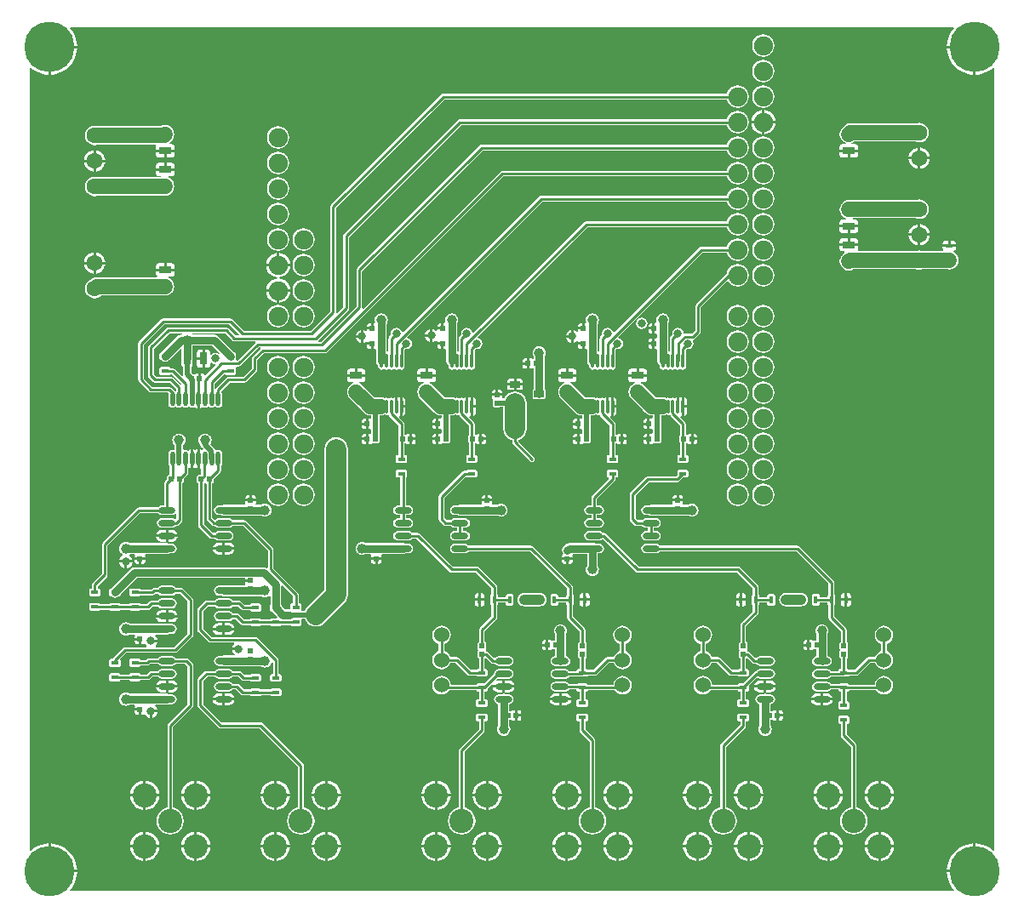
<source format=gtl>
G04 Layer_Physical_Order=1*
G04 Layer_Color=255*
%FSLAX25Y25*%
%MOIN*%
G70*
G01*
G75*
%ADD10R,0.01772X0.03150*%
%ADD11R,0.02047X0.02047*%
%ADD12R,0.03150X0.05118*%
%ADD13R,0.05118X0.03150*%
%ADD14O,0.01181X0.05512*%
%ADD15R,0.03150X0.01772*%
%ADD16R,0.02047X0.02047*%
%ADD17O,0.06496X0.02559*%
%ADD18O,0.01772X0.05512*%
%ADD19R,0.03937X0.02559*%
%ADD20C,0.05905*%
%ADD21C,0.01968*%
%ADD22C,0.00984*%
%ADD23C,0.02953*%
%ADD24C,0.07874*%
%ADD25C,0.03937*%
%ADD26C,0.19685*%
%ADD27C,0.06000*%
%ADD28C,0.06299*%
%ADD29C,0.07500*%
%ADD30C,0.09449*%
%ADD31C,0.03937*%
%ADD32C,0.03150*%
G36*
X369992Y345957D02*
X369154Y344975D01*
X368262Y343520D01*
X367609Y341944D01*
X367211Y340284D01*
X367116Y339083D01*
X377953D01*
Y338583D01*
X378453D01*
Y327746D01*
X379654Y327840D01*
X381314Y328239D01*
X382890Y328892D01*
X384346Y329784D01*
X385327Y330622D01*
X385827Y330391D01*
Y23939D01*
X385327Y23709D01*
X384346Y24547D01*
X382890Y25439D01*
X381314Y26092D01*
X379654Y26490D01*
X378453Y26585D01*
Y15748D01*
X377953D01*
Y15248D01*
X367116D01*
X367211Y14047D01*
X367609Y12387D01*
X368262Y10810D01*
X369154Y9355D01*
X369992Y8374D01*
X369761Y7874D01*
X23939Y7874D01*
X23709Y8374D01*
X24547Y9355D01*
X25439Y10810D01*
X26092Y12387D01*
X26490Y14047D01*
X26585Y15248D01*
X15748D01*
Y15748D01*
X15248D01*
Y26585D01*
X14047Y26490D01*
X12387Y26092D01*
X10810Y25439D01*
X9355Y24547D01*
X8374Y23709D01*
X7874Y23939D01*
Y330391D01*
X8374Y330622D01*
X9355Y329784D01*
X10810Y328892D01*
X12387Y328239D01*
X14047Y327840D01*
X15248Y327746D01*
Y338583D01*
X15748D01*
Y339083D01*
X26585D01*
X26490Y340284D01*
X26092Y341944D01*
X25439Y343520D01*
X24547Y344975D01*
X23709Y345957D01*
X23939Y346457D01*
X369761Y346457D01*
X369992Y345957D01*
D02*
G37*
%LPC*%
G36*
X297933Y90375D02*
X296465D01*
Y88551D01*
X300158D01*
X300080Y88941D01*
X299576Y89695D01*
X298822Y90198D01*
X297933Y90375D01*
D02*
G37*
G36*
X195571D02*
X194102D01*
Y88551D01*
X197796D01*
X197718Y88941D01*
X197214Y89695D01*
X196460Y90198D01*
X195571Y90375D01*
D02*
G37*
G36*
X295465D02*
X293996D01*
X293107Y90198D01*
X292353Y89695D01*
X291849Y88941D01*
X291771Y88551D01*
X295465D01*
Y90375D01*
D02*
G37*
G36*
X63681Y90375D02*
X62213D01*
Y88551D01*
X65906D01*
X65828Y88941D01*
X65324Y89695D01*
X64570Y90198D01*
X63681Y90375D01*
D02*
G37*
G36*
X61213D02*
X59744D01*
X58855Y90198D01*
X58101Y89695D01*
X57597Y88941D01*
X57519Y88551D01*
X61213D01*
Y90375D01*
D02*
G37*
G36*
X195571Y94974D02*
X191634D01*
X190898Y94828D01*
X190274Y94411D01*
X189857Y93787D01*
X189711Y93051D01*
X189741Y92900D01*
X186080Y89239D01*
X183465D01*
X183001Y89047D01*
X182905Y88817D01*
X172898D01*
X172805Y89524D01*
X172441Y90401D01*
X171863Y91155D01*
X171110Y91733D01*
X170233Y92096D01*
X169291Y92220D01*
X168350Y92096D01*
X167473Y91733D01*
X166719Y91155D01*
X166141Y90401D01*
X165778Y89524D01*
X165654Y88583D01*
X165778Y87641D01*
X166141Y86764D01*
X166719Y86011D01*
X167473Y85433D01*
X168350Y85069D01*
X169291Y84945D01*
X170233Y85069D01*
X171110Y85433D01*
X171863Y86011D01*
X172298Y86577D01*
X182905D01*
X183001Y86347D01*
X183465Y86155D01*
X183920D01*
Y83136D01*
X183465D01*
X183001Y82944D01*
X182808Y82480D01*
Y80709D01*
X183001Y80245D01*
X183465Y80052D01*
X186614D01*
X187078Y80245D01*
X187270Y80709D01*
Y82480D01*
X187078Y82944D01*
X186614Y83136D01*
X186159D01*
Y86155D01*
X186614D01*
X187078Y86347D01*
X187270Y86811D01*
Y87261D01*
X188984Y88974D01*
X189444Y88728D01*
X189409Y88551D01*
X193102D01*
Y90375D01*
X191634D01*
X190957Y90241D01*
X190710Y90702D01*
X191220Y91211D01*
X191634Y91128D01*
X195571D01*
X196307Y91275D01*
X196931Y91692D01*
X197347Y92315D01*
X197494Y93051D01*
X197347Y93787D01*
X196931Y94411D01*
X196307Y94828D01*
X195571Y94974D01*
D02*
G37*
G36*
X295465Y87551D02*
X291771D01*
X291849Y87162D01*
X292353Y86408D01*
X293107Y85904D01*
X293996Y85727D01*
X295465D01*
Y87551D01*
D02*
G37*
G36*
X197796D02*
X194102D01*
Y85727D01*
X195571D01*
X196460Y85904D01*
X197214Y86408D01*
X197718Y87162D01*
X197796Y87551D01*
D02*
G37*
G36*
X193102D02*
X189409D01*
X189487Y87162D01*
X189990Y86408D01*
X190744Y85904D01*
X191634Y85727D01*
X193102D01*
Y87551D01*
D02*
G37*
G36*
X65906Y87551D02*
X62213D01*
Y85727D01*
X63681D01*
X64570Y85904D01*
X65324Y86408D01*
X65828Y87162D01*
X65906Y87551D01*
D02*
G37*
G36*
X61213D02*
X57519D01*
X57597Y87162D01*
X58101Y86408D01*
X58855Y85904D01*
X59744Y85727D01*
X61213D01*
Y87551D01*
D02*
G37*
G36*
X300158Y87551D02*
X296465D01*
Y85727D01*
X297933D01*
X298822Y85904D01*
X299576Y86408D01*
X300080Y87162D01*
X300158Y87551D01*
D02*
G37*
G36*
X50681Y106154D02*
X49138D01*
Y105630D01*
X49215Y105240D01*
X49437Y104909D01*
X49767Y104688D01*
X50157Y104610D01*
X50681D01*
Y106154D01*
D02*
G37*
G36*
X312492Y103831D02*
X310949D01*
Y103307D01*
X311027Y102917D01*
X311248Y102586D01*
X311578Y102365D01*
X311968Y102287D01*
X312492D01*
Y103831D01*
D02*
G37*
G36*
X210130Y103831D02*
X208587D01*
Y103307D01*
X208664Y102917D01*
X208885Y102586D01*
X209216Y102365D01*
X209606Y102287D01*
X210130D01*
Y103831D01*
D02*
G37*
G36*
X215846Y112459D02*
X215174Y112371D01*
X214548Y112111D01*
X214010Y111699D01*
X213597Y111161D01*
X213338Y110534D01*
X213249Y109862D01*
X213338Y109190D01*
X213597Y108564D01*
X213723Y108400D01*
Y106011D01*
X212835D01*
X212508Y105875D01*
X212374Y106075D01*
X212044Y106296D01*
X211653Y106374D01*
X211130D01*
Y104331D01*
Y102287D01*
X211653D01*
X212044Y102365D01*
X212374Y102586D01*
X212508Y102786D01*
X212835Y102651D01*
X213723D01*
Y99943D01*
X213142Y99828D01*
X212518Y99411D01*
X212102Y98787D01*
X211955Y98051D01*
X212102Y97315D01*
X212518Y96692D01*
X213142Y96275D01*
X213878Y96128D01*
X214975D01*
X215034Y96089D01*
X215846Y95928D01*
X216659Y96089D01*
X216718Y96128D01*
X217815D01*
X218551Y96275D01*
X219175Y96692D01*
X219591Y97315D01*
X219738Y98051D01*
X219591Y98787D01*
X219175Y99411D01*
X218551Y99828D01*
X217970Y99943D01*
Y108400D01*
X218096Y108564D01*
X218355Y109190D01*
X218443Y109862D01*
X218355Y110534D01*
X218096Y111161D01*
X217683Y111699D01*
X217145Y112111D01*
X216519Y112371D01*
X215846Y112459D01*
D02*
G37*
G36*
X210130Y106374D02*
X209606D01*
X209216Y106296D01*
X208885Y106075D01*
X208664Y105745D01*
X208587Y105354D01*
Y104831D01*
X210130D01*
Y106374D01*
D02*
G37*
G36*
X312492D02*
X311968D01*
X311578Y106296D01*
X311248Y106075D01*
X311027Y105745D01*
X310949Y105354D01*
Y104831D01*
X312492D01*
Y106374D01*
D02*
G37*
G36*
X342520Y92220D02*
X341578Y92096D01*
X340701Y91733D01*
X339948Y91155D01*
X339370Y90401D01*
X339006Y89524D01*
X338913Y88817D01*
X328906D01*
X328811Y89047D01*
X328346Y89239D01*
X325197D01*
X325033Y89171D01*
X321697D01*
X321537Y89411D01*
X320913Y89828D01*
X320177Y89974D01*
X316240D01*
X315504Y89828D01*
X314881Y89411D01*
X314464Y88787D01*
X314317Y88051D01*
X314464Y87315D01*
X314881Y86692D01*
X315504Y86275D01*
X316240Y86128D01*
X320177D01*
X320913Y86275D01*
X321537Y86692D01*
X321697Y86931D01*
X324541D01*
Y86811D01*
X324733Y86347D01*
X325197Y86155D01*
X325652D01*
Y82251D01*
X325197D01*
X324733Y82059D01*
X324541Y81595D01*
Y79823D01*
X324733Y79359D01*
X325197Y79167D01*
X328346D01*
X328811Y79359D01*
X329003Y79823D01*
Y81595D01*
X328811Y82059D01*
X328346Y82251D01*
X327892D01*
Y86155D01*
X328346D01*
X328811Y86347D01*
X328906Y86577D01*
X339513D01*
X339948Y86011D01*
X340701Y85433D01*
X341578Y85069D01*
X342520Y84945D01*
X343461Y85069D01*
X344338Y85433D01*
X345092Y86011D01*
X345670Y86764D01*
X346033Y87641D01*
X346157Y88583D01*
X346033Y89524D01*
X345670Y90401D01*
X345092Y91155D01*
X344338Y91733D01*
X343461Y92096D01*
X342520Y92220D01*
D02*
G37*
G36*
X297933Y94974D02*
X293996D01*
X293260Y94828D01*
X292636Y94411D01*
X292434Y94107D01*
X292327Y94086D01*
X291964Y93843D01*
X291964Y93843D01*
X287360Y89239D01*
X285827D01*
X285363Y89047D01*
X285267Y88817D01*
X275260D01*
X275167Y89524D01*
X274804Y90401D01*
X274226Y91155D01*
X273472Y91733D01*
X272595Y92096D01*
X271654Y92220D01*
X270712Y92096D01*
X269835Y91733D01*
X269081Y91155D01*
X268503Y90401D01*
X268140Y89524D01*
X268016Y88583D01*
X268140Y87641D01*
X268503Y86764D01*
X269081Y86011D01*
X269835Y85433D01*
X270712Y85069D01*
X271654Y84945D01*
X272595Y85069D01*
X273472Y85433D01*
X274226Y86011D01*
X274660Y86577D01*
X285267D01*
X285363Y86347D01*
X285827Y86155D01*
X286282D01*
Y83136D01*
X285827D01*
X285363Y82944D01*
X285171Y82480D01*
Y80709D01*
X285363Y80245D01*
X285827Y80052D01*
X288976D01*
X289440Y80245D01*
X289633Y80709D01*
Y82480D01*
X289440Y82944D01*
X288976Y83136D01*
X288522D01*
Y86155D01*
X288976D01*
X289440Y86347D01*
X289633Y86811D01*
Y88344D01*
X292843Y91554D01*
X293260Y91275D01*
X293996Y91128D01*
X297933D01*
X298669Y91275D01*
X299293Y91692D01*
X299710Y92315D01*
X299856Y93051D01*
X299710Y93787D01*
X299293Y94411D01*
X298669Y94828D01*
X297933Y94974D01*
D02*
G37*
G36*
X240158Y92220D02*
X239216Y92096D01*
X238339Y91733D01*
X237585Y91155D01*
X237007Y90401D01*
X236644Y89524D01*
X236551Y88817D01*
X226543D01*
X226448Y89047D01*
X225984Y89239D01*
X222835D01*
X222671Y89171D01*
X219335D01*
X219175Y89411D01*
X218551Y89828D01*
X217815Y89974D01*
X213878D01*
X213142Y89828D01*
X212518Y89411D01*
X212102Y88787D01*
X211955Y88051D01*
X212102Y87315D01*
X212518Y86692D01*
X213142Y86275D01*
X213878Y86128D01*
X217815D01*
X218551Y86275D01*
X219175Y86692D01*
X219335Y86931D01*
X222178D01*
Y86811D01*
X222371Y86347D01*
X222835Y86155D01*
X223289D01*
Y83136D01*
X222835D01*
X222371Y82944D01*
X222178Y82480D01*
Y80709D01*
X222371Y80245D01*
X222835Y80052D01*
X225984D01*
X226448Y80245D01*
X226641Y80709D01*
Y82480D01*
X226448Y82944D01*
X225984Y83136D01*
X225529D01*
Y86155D01*
X225984D01*
X226448Y86347D01*
X226543Y86577D01*
X237151D01*
X237585Y86011D01*
X238339Y85433D01*
X239216Y85069D01*
X240158Y84945D01*
X241099Y85069D01*
X241976Y85433D01*
X242729Y86011D01*
X243308Y86764D01*
X243671Y87641D01*
X243795Y88583D01*
X243671Y89524D01*
X243308Y90401D01*
X242729Y91155D01*
X241976Y91733D01*
X241099Y92096D01*
X240158Y92220D01*
D02*
G37*
G36*
X63681Y99974D02*
X59744D01*
X59008Y99828D01*
X58385Y99411D01*
X58224Y99171D01*
X54744D01*
X54744Y99171D01*
X54316Y99086D01*
X53952Y98843D01*
X53952Y98843D01*
X53572Y98462D01*
X51347D01*
X51251Y98692D01*
X50787Y98885D01*
X47638D01*
X47174Y98692D01*
X46981Y98228D01*
Y96457D01*
X47174Y95993D01*
X47638Y95801D01*
X50787D01*
X51251Y95993D01*
X51347Y96223D01*
X54036D01*
X54464Y96308D01*
X54827Y96551D01*
X55208Y96931D01*
X58224D01*
X58385Y96692D01*
X59008Y96275D01*
X59744Y96128D01*
X63681D01*
X64417Y96275D01*
X65041Y96692D01*
X65201Y96931D01*
X68808D01*
X69746Y95993D01*
Y81173D01*
X62200Y73627D01*
X61957Y73263D01*
X61872Y72835D01*
Y40662D01*
X61601Y40627D01*
X60304Y40089D01*
X59190Y39235D01*
X58336Y38121D01*
X57799Y36825D01*
X57615Y35433D01*
X57799Y34042D01*
X58336Y32745D01*
X59190Y31631D01*
X60304Y30777D01*
X61601Y30240D01*
X62992Y30056D01*
X64384Y30240D01*
X65680Y30777D01*
X66794Y31631D01*
X67649Y32745D01*
X68186Y34042D01*
X68369Y35433D01*
X68186Y36825D01*
X67649Y38121D01*
X66794Y39235D01*
X65680Y40089D01*
X64384Y40627D01*
X64112Y40662D01*
Y72371D01*
X71658Y79917D01*
X71901Y80280D01*
X71986Y80709D01*
Y96457D01*
X71986Y96457D01*
X71901Y96885D01*
X71658Y97249D01*
X70064Y98843D01*
X69700Y99086D01*
X69272Y99171D01*
X65201D01*
X65041Y99411D01*
X64417Y99828D01*
X63681Y99974D01*
D02*
G37*
G36*
Y94974D02*
X59744D01*
X59008Y94828D01*
X58385Y94411D01*
X58224Y94171D01*
X55650D01*
X55221Y94086D01*
X54858Y93843D01*
X54858Y93843D01*
X53768Y92754D01*
X51347D01*
X51251Y92984D01*
X50787Y93176D01*
X47638D01*
X47174Y92984D01*
X47078Y92754D01*
X43473D01*
X43377Y92984D01*
X42913Y93176D01*
X39764D01*
X39300Y92984D01*
X39107Y92520D01*
Y90748D01*
X39300Y90284D01*
X39764Y90092D01*
X42913D01*
X43377Y90284D01*
X43473Y90514D01*
X47078D01*
X47174Y90284D01*
X47638Y90092D01*
X50787D01*
X51251Y90284D01*
X51347Y90514D01*
X54232D01*
X54661Y90599D01*
X55024Y90842D01*
X56113Y91931D01*
X58224D01*
X58385Y91692D01*
X59008Y91275D01*
X59744Y91128D01*
X63681D01*
X64417Y91275D01*
X65041Y91692D01*
X65457Y92315D01*
X65604Y93051D01*
X65457Y93787D01*
X65041Y94411D01*
X64417Y94828D01*
X63681Y94974D01*
D02*
G37*
G36*
X85925D02*
X81988D01*
X81252Y94828D01*
X80629Y94411D01*
X80468Y94171D01*
X77303D01*
X76875Y94086D01*
X76511Y93843D01*
X74011Y91343D01*
X73769Y90980D01*
X73683Y90551D01*
Y80709D01*
X73769Y80280D01*
X74011Y79917D01*
X81885Y72043D01*
X82249Y71800D01*
X82677Y71715D01*
X97961D01*
X113053Y56623D01*
Y40662D01*
X112782Y40627D01*
X111485Y40089D01*
X110371Y39235D01*
X109517Y38121D01*
X108980Y36825D01*
X108797Y35433D01*
X108980Y34042D01*
X109517Y32745D01*
X110371Y31631D01*
X111485Y30777D01*
X112782Y30240D01*
X114173Y30056D01*
X115565Y30240D01*
X116862Y30777D01*
X117975Y31631D01*
X118830Y32745D01*
X119367Y34042D01*
X119550Y35433D01*
X119367Y36825D01*
X118830Y38121D01*
X117975Y39235D01*
X116862Y40089D01*
X115565Y40627D01*
X115293Y40662D01*
Y57086D01*
X115293Y57087D01*
X115208Y57515D01*
X114965Y57879D01*
X114965Y57879D01*
X99217Y73627D01*
X98854Y73869D01*
X98425Y73955D01*
X83141D01*
X75923Y81173D01*
Y90087D01*
X77767Y91931D01*
X80468D01*
X80629Y91692D01*
X81252Y91275D01*
X81988Y91128D01*
X85925D01*
X86661Y91275D01*
X87285Y91692D01*
X87445Y91931D01*
X89556D01*
X90842Y90645D01*
X91205Y90402D01*
X91634Y90317D01*
X94323D01*
X94418Y90087D01*
X94882Y89895D01*
X98032D01*
X98496Y90087D01*
X98688Y90551D01*
Y92323D01*
X98496Y92787D01*
X98032Y92979D01*
X94882D01*
X94418Y92787D01*
X94323Y92557D01*
X92098D01*
X90812Y93843D01*
X90448Y94086D01*
X90020Y94171D01*
X87445D01*
X87285Y94411D01*
X86661Y94828D01*
X85925Y94974D01*
D02*
G37*
G36*
Y89974D02*
X81988D01*
X81252Y89828D01*
X80629Y89411D01*
X80212Y88787D01*
X80065Y88051D01*
X80212Y87315D01*
X80629Y86692D01*
X81252Y86275D01*
X81988Y86128D01*
X85925D01*
X86661Y86275D01*
X87285Y86692D01*
X87445Y86931D01*
X88650D01*
X90645Y84936D01*
X91008Y84694D01*
X91437Y84608D01*
X91437Y84608D01*
X94323D01*
X94418Y84378D01*
X94882Y84186D01*
X98032D01*
X98496Y84378D01*
X98591Y84608D01*
X102197D01*
X102292Y84378D01*
X102756Y84186D01*
X105905D01*
X106370Y84378D01*
X106562Y84843D01*
Y86614D01*
X106370Y87078D01*
X105905Y87270D01*
X102756D01*
X102292Y87078D01*
X102197Y86848D01*
X98591D01*
X98496Y87078D01*
X98032Y87270D01*
X94882D01*
X94418Y87078D01*
X94323Y86848D01*
X91901D01*
X89906Y88843D01*
X89543Y89086D01*
X89114Y89171D01*
X87445D01*
X87285Y89411D01*
X86661Y89828D01*
X85925Y89974D01*
D02*
G37*
G36*
X58043Y77846D02*
X56012D01*
Y75815D01*
X56184Y75838D01*
X56810Y76097D01*
X57348Y76510D01*
X57761Y77048D01*
X58020Y77674D01*
X58043Y77846D01*
D02*
G37*
G36*
X45650Y85648D02*
X44978Y85560D01*
X44351Y85300D01*
X43813Y84888D01*
X43400Y84350D01*
X43141Y83723D01*
X43053Y83051D01*
X43141Y82379D01*
X43400Y81753D01*
X43813Y81215D01*
X44351Y80802D01*
X44978Y80543D01*
X45650Y80454D01*
X46322Y80543D01*
X46948Y80802D01*
X47112Y80928D01*
X48894D01*
X49064Y80706D01*
X49200Y80428D01*
X49138Y80118D01*
Y79594D01*
X51181D01*
Y79094D01*
X51681D01*
Y77051D01*
X52205D01*
X52595Y77129D01*
X52668Y77178D01*
X53255Y77050D01*
X53277Y77029D01*
X53675Y76510D01*
X54213Y76097D01*
X54840Y75838D01*
X55012Y75815D01*
Y78347D01*
X55512D01*
Y78847D01*
X58043D01*
X58020Y79019D01*
X57761Y79645D01*
X57348Y80183D01*
X57029Y80428D01*
X57199Y80928D01*
X61713D01*
X62525Y81089D01*
X62584Y81128D01*
X63681D01*
X64417Y81275D01*
X65041Y81692D01*
X65457Y82315D01*
X65604Y83051D01*
X65457Y83787D01*
X65041Y84411D01*
X64417Y84828D01*
X63681Y84974D01*
X62584D01*
X62525Y85013D01*
X61713Y85175D01*
X47112D01*
X46948Y85300D01*
X46322Y85560D01*
X45650Y85648D01*
D02*
G37*
G36*
X302870Y76272D02*
X301327D01*
Y74728D01*
X301850D01*
X302241Y74806D01*
X302571Y75027D01*
X302792Y75358D01*
X302870Y75748D01*
Y76272D01*
D02*
G37*
G36*
X301850Y78815D02*
X301327D01*
Y77272D01*
X302870D01*
Y77795D01*
X302792Y78185D01*
X302571Y78516D01*
X302241Y78737D01*
X301850Y78815D01*
D02*
G37*
G36*
X199488D02*
X198965D01*
Y77272D01*
X200508D01*
Y77795D01*
X200430Y78185D01*
X200209Y78516D01*
X199878Y78737D01*
X199488Y78815D01*
D02*
G37*
G36*
X50681Y78594D02*
X49138D01*
Y78071D01*
X49215Y77681D01*
X49437Y77350D01*
X49767Y77129D01*
X50157Y77051D01*
X50681D01*
Y78594D01*
D02*
G37*
G36*
X104673Y51141D02*
Y45933D01*
X109881D01*
X109750Y46927D01*
X109174Y48320D01*
X108256Y49516D01*
X107060Y50433D01*
X105668Y51010D01*
X104673Y51141D01*
D02*
G37*
G36*
X53492D02*
Y45933D01*
X58700D01*
X58569Y46927D01*
X57992Y48320D01*
X57075Y49516D01*
X55879Y50433D01*
X54487Y51010D01*
X53492Y51141D01*
D02*
G37*
G36*
X103673D02*
X102679Y51010D01*
X101286Y50433D01*
X100091Y49516D01*
X99173Y48320D01*
X98596Y46927D01*
X98465Y45933D01*
X103673D01*
Y51141D01*
D02*
G37*
G36*
X295965Y85175D02*
X295152Y85013D01*
X295093Y84974D01*
X293996D01*
X293260Y84828D01*
X292636Y84411D01*
X292220Y83787D01*
X292073Y83051D01*
X292220Y82315D01*
X292636Y81692D01*
X293260Y81275D01*
X293841Y81159D01*
Y72702D01*
X293716Y72539D01*
X293456Y71912D01*
X293368Y71240D01*
X293456Y70568D01*
X293716Y69942D01*
X294128Y69404D01*
X294666Y68991D01*
X295292Y68732D01*
X295965Y68643D01*
X296637Y68732D01*
X297263Y68991D01*
X297801Y69404D01*
X298214Y69942D01*
X298473Y70568D01*
X298562Y71240D01*
X298473Y71912D01*
X298214Y72539D01*
X298088Y72702D01*
Y75092D01*
X298622D01*
X298949Y75227D01*
X299082Y75027D01*
X299413Y74806D01*
X299803Y74728D01*
X300327D01*
Y76772D01*
Y78815D01*
X299803D01*
X299413Y78737D01*
X299082Y78516D01*
X298949Y78316D01*
X298622Y78452D01*
X298088D01*
Y81159D01*
X298669Y81275D01*
X299293Y81692D01*
X299710Y82315D01*
X299856Y83051D01*
X299710Y83787D01*
X299293Y84411D01*
X298669Y84828D01*
X297933Y84974D01*
X296836D01*
X296777Y85013D01*
X295965Y85175D01*
D02*
G37*
G36*
X200508Y76272D02*
X198965D01*
Y74728D01*
X199488D01*
X199878Y74806D01*
X200209Y75027D01*
X200430Y75358D01*
X200508Y75748D01*
Y76272D01*
D02*
G37*
G36*
X193602Y85175D02*
X192790Y85013D01*
X192731Y84974D01*
X191634D01*
X190898Y84828D01*
X190274Y84411D01*
X189857Y83787D01*
X189711Y83051D01*
X189857Y82315D01*
X190274Y81692D01*
X190898Y81275D01*
X191479Y81159D01*
Y72702D01*
X191353Y72539D01*
X191094Y71912D01*
X191005Y71240D01*
X191094Y70568D01*
X191353Y69942D01*
X191766Y69404D01*
X192304Y68991D01*
X192930Y68732D01*
X193602Y68643D01*
X194274Y68732D01*
X194901Y68991D01*
X195439Y69404D01*
X195852Y69942D01*
X196111Y70568D01*
X196199Y71240D01*
X196111Y71912D01*
X195852Y72539D01*
X195726Y72702D01*
Y75092D01*
X196260D01*
X196586Y75227D01*
X196720Y75027D01*
X197051Y74806D01*
X197441Y74728D01*
X197965D01*
Y76772D01*
Y78815D01*
X197441D01*
X197051Y78737D01*
X196720Y78516D01*
X196586Y78316D01*
X196260Y78452D01*
X195726D01*
Y81159D01*
X196307Y81275D01*
X196931Y81692D01*
X197347Y82315D01*
X197494Y83051D01*
X197347Y83787D01*
X196931Y84411D01*
X196307Y84828D01*
X195571Y84974D01*
X194474D01*
X194415Y85013D01*
X193602Y85175D01*
D02*
G37*
G36*
X217815Y85375D02*
X216347D01*
Y83551D01*
X220040D01*
X219962Y83941D01*
X219458Y84695D01*
X218704Y85198D01*
X217815Y85375D01*
D02*
G37*
G36*
X317709D02*
X316240D01*
X315351Y85198D01*
X314597Y84695D01*
X314093Y83941D01*
X314015Y83551D01*
X317709D01*
Y85375D01*
D02*
G37*
G36*
X215347D02*
X213878D01*
X212988Y85198D01*
X212234Y84695D01*
X211731Y83941D01*
X211653Y83551D01*
X215347D01*
Y85375D01*
D02*
G37*
G36*
X85925Y85375D02*
X84457D01*
Y83551D01*
X88150D01*
X88073Y83941D01*
X87569Y84695D01*
X86815Y85198D01*
X85925Y85375D01*
D02*
G37*
G36*
X83457D02*
X81988D01*
X81099Y85198D01*
X80345Y84695D01*
X79841Y83941D01*
X79764Y83551D01*
X83457D01*
Y85375D01*
D02*
G37*
G36*
X320177Y85375D02*
X318709D01*
Y83551D01*
X322402D01*
X322324Y83941D01*
X321821Y84695D01*
X321067Y85198D01*
X320177Y85375D01*
D02*
G37*
G36*
X317709Y82551D02*
X314015D01*
X314093Y82162D01*
X314597Y81408D01*
X315351Y80904D01*
X316240Y80727D01*
X317709D01*
Y82551D01*
D02*
G37*
G36*
X220040D02*
X216347D01*
Y80727D01*
X217815D01*
X218704Y80904D01*
X219458Y81408D01*
X219962Y82162D01*
X220040Y82551D01*
D02*
G37*
G36*
X215347D02*
X211653D01*
X211731Y82162D01*
X212234Y81408D01*
X212988Y80904D01*
X213878Y80727D01*
X215347D01*
Y82551D01*
D02*
G37*
G36*
X88150Y82551D02*
X84457D01*
Y80727D01*
X85925D01*
X86815Y80904D01*
X87569Y81408D01*
X88073Y82162D01*
X88150Y82551D01*
D02*
G37*
G36*
X83457D02*
X79764D01*
X79841Y82162D01*
X80345Y81408D01*
X81099Y80904D01*
X81988Y80727D01*
X83457D01*
Y82551D01*
D02*
G37*
G36*
X322402Y82551D02*
X318709D01*
Y80727D01*
X320177D01*
X321067Y80904D01*
X321821Y81408D01*
X322324Y82162D01*
X322402Y82551D01*
D02*
G37*
G36*
X63681Y127533D02*
X59744D01*
X59008Y127387D01*
X58385Y126970D01*
X58224Y126730D01*
X56713D01*
X56713Y126730D01*
X56284Y126645D01*
X55921Y126402D01*
X55921Y126402D01*
X55540Y126022D01*
X51347D01*
X51251Y126251D01*
X50787Y126444D01*
X47638D01*
X47174Y126251D01*
X46981Y125787D01*
Y124016D01*
X47174Y123552D01*
X47638Y123360D01*
X50787D01*
X51251Y123552D01*
X51347Y123782D01*
X56004D01*
X56432Y123867D01*
X56796Y124110D01*
X57177Y124490D01*
X58224D01*
X58385Y124251D01*
X59008Y123834D01*
X59744Y123688D01*
X63681D01*
X64417Y123834D01*
X65041Y124251D01*
X65201Y124490D01*
X66839D01*
X69746Y121583D01*
Y108732D01*
X64497Y103482D01*
X57405D01*
X57235Y103982D01*
X57348Y104069D01*
X57761Y104607D01*
X58020Y105233D01*
X58043Y105405D01*
X55512D01*
Y106405D01*
X58043D01*
X58020Y106578D01*
X57761Y107204D01*
X57348Y107742D01*
X57029Y107987D01*
X57199Y108487D01*
X61713D01*
X62525Y108648D01*
X62584Y108687D01*
X63681D01*
X64417Y108834D01*
X65041Y109251D01*
X65457Y109874D01*
X65604Y110610D01*
X65457Y111346D01*
X65041Y111970D01*
X64417Y112387D01*
X63681Y112533D01*
X62584D01*
X62525Y112572D01*
X61713Y112734D01*
X47112D01*
X46948Y112859D01*
X46322Y113119D01*
X45650Y113207D01*
X44978Y113119D01*
X44351Y112859D01*
X43813Y112447D01*
X43400Y111909D01*
X43141Y111282D01*
X43053Y110610D01*
X43141Y109938D01*
X43400Y109312D01*
X43813Y108774D01*
X44351Y108361D01*
X44978Y108102D01*
X45650Y108013D01*
X46322Y108102D01*
X46948Y108361D01*
X47112Y108487D01*
X48894D01*
X49064Y108265D01*
X49200Y107987D01*
X49138Y107677D01*
Y107153D01*
X51181D01*
Y106653D01*
X51681D01*
Y104610D01*
X52205D01*
X52595Y104688D01*
X52668Y104737D01*
X53255Y104609D01*
X53277Y104588D01*
X53675Y104069D01*
X53789Y103982D01*
X53619Y103482D01*
X45276D01*
X44847Y103397D01*
X44484Y103154D01*
X40547Y99217D01*
X40325Y98885D01*
X39764D01*
X39300Y98692D01*
X39107Y98228D01*
Y96457D01*
X39300Y95993D01*
X39764Y95801D01*
X42913D01*
X43377Y95993D01*
X43570Y96457D01*
Y98228D01*
X43377Y98692D01*
X43346Y98849D01*
X45739Y101242D01*
X64961D01*
X65389Y101328D01*
X65753Y101570D01*
X71658Y107476D01*
X71658Y107476D01*
X71901Y107839D01*
X71986Y108268D01*
X71986Y108268D01*
Y122047D01*
X71986Y122047D01*
X71901Y122476D01*
X71658Y122839D01*
X68095Y126402D01*
X67732Y126645D01*
X67303Y126730D01*
X65201D01*
X65041Y126970D01*
X64417Y127387D01*
X63681Y127533D01*
D02*
G37*
G36*
X253248Y144029D02*
X249311D01*
X248575Y143883D01*
X247951Y143466D01*
X247535Y142842D01*
X247388Y142106D01*
X247535Y141370D01*
X247951Y140747D01*
X248575Y140330D01*
X249311Y140183D01*
X253248D01*
X253984Y140330D01*
X254608Y140747D01*
X254768Y140986D01*
X308217D01*
X320829Y128375D01*
Y124181D01*
X320599Y124086D01*
X320407Y123622D01*
Y123167D01*
X317389D01*
Y123622D01*
X317196Y124086D01*
X316732Y124278D01*
X314961D01*
X314497Y124086D01*
X314304Y123622D01*
Y120473D01*
X314497Y120008D01*
X314961Y119816D01*
X316732D01*
X317196Y120008D01*
X317389Y120473D01*
Y120927D01*
X320407D01*
Y120473D01*
X320599Y120008D01*
X320829Y119913D01*
Y115059D01*
X320914Y114630D01*
X321157Y114267D01*
X325652Y109772D01*
Y105616D01*
X325284Y105464D01*
X325092Y105000D01*
Y102953D01*
X325284Y102489D01*
X325284Y102236D01*
X325092Y101772D01*
Y99724D01*
X325284Y99260D01*
X325652Y99108D01*
Y94948D01*
X325197D01*
X324733Y94755D01*
X324541Y94291D01*
Y94171D01*
X321697D01*
X321537Y94411D01*
X320913Y94828D01*
X320177Y94974D01*
X316240D01*
X315504Y94828D01*
X314881Y94411D01*
X314464Y93787D01*
X314317Y93051D01*
X314464Y92315D01*
X314881Y91692D01*
X315504Y91275D01*
X316240Y91128D01*
X320177D01*
X320913Y91275D01*
X321537Y91692D01*
X321697Y91931D01*
X325033D01*
X325197Y91863D01*
X328346D01*
X328811Y92056D01*
X328906Y92286D01*
X331594D01*
X332023Y92371D01*
X332386Y92614D01*
X337078Y97305D01*
X339080D01*
X339370Y96606D01*
X339948Y95853D01*
X340701Y95275D01*
X341578Y94912D01*
X342520Y94788D01*
X343461Y94912D01*
X344338Y95275D01*
X345092Y95853D01*
X345670Y96606D01*
X346033Y97484D01*
X346157Y98425D01*
X346033Y99367D01*
X345670Y100244D01*
X345092Y100997D01*
X344338Y101575D01*
X343640Y101865D01*
Y104828D01*
X344338Y105118D01*
X345092Y105696D01*
X345670Y106449D01*
X346033Y107326D01*
X346157Y108268D01*
X346033Y109209D01*
X345670Y110086D01*
X345092Y110840D01*
X344338Y111418D01*
X343461Y111781D01*
X342520Y111905D01*
X341578Y111781D01*
X340701Y111418D01*
X339948Y110840D01*
X339370Y110086D01*
X339006Y109209D01*
X338882Y108268D01*
X339006Y107326D01*
X339370Y106449D01*
X339948Y105696D01*
X340701Y105118D01*
X341400Y104828D01*
Y101865D01*
X340701Y101575D01*
X339948Y100997D01*
X339370Y100244D01*
X339080Y99545D01*
X336614D01*
X336186Y99460D01*
X335822Y99217D01*
X335822Y99217D01*
X331131Y94525D01*
X328906D01*
X328811Y94755D01*
X328346Y94948D01*
X327892D01*
Y99108D01*
X328259Y99260D01*
X328451Y99724D01*
Y101772D01*
X328259Y102236D01*
X328259Y102489D01*
X328451Y102953D01*
Y105000D01*
X328259Y105464D01*
X327892Y105616D01*
Y110236D01*
X327892Y110236D01*
X327806Y110665D01*
X327564Y111028D01*
X327564Y111028D01*
X323069Y115523D01*
Y119913D01*
X323299Y120008D01*
X323491Y120473D01*
Y123622D01*
X323299Y124086D01*
X323069Y124181D01*
Y128839D01*
X322984Y129267D01*
X322741Y129630D01*
X309473Y142898D01*
X309110Y143141D01*
X308681Y143226D01*
X254768D01*
X254608Y143466D01*
X253984Y143883D01*
X253248Y144029D01*
D02*
G37*
G36*
X178445Y144029D02*
X174508D01*
X173772Y143883D01*
X173148Y143466D01*
X172731Y142842D01*
X172585Y142106D01*
X172731Y141370D01*
X173148Y140747D01*
X173772Y140330D01*
X174508Y140183D01*
X178445D01*
X179181Y140330D01*
X179805Y140747D01*
X179965Y140986D01*
X203887D01*
X218467Y126406D01*
Y124181D01*
X218237Y124086D01*
X218045Y123622D01*
Y123167D01*
X215026D01*
Y123622D01*
X214834Y124086D01*
X214370Y124278D01*
X212598D01*
X212134Y124086D01*
X211942Y123622D01*
Y120473D01*
X212134Y120008D01*
X212598Y119816D01*
X214370D01*
X214834Y120008D01*
X215026Y120473D01*
Y120927D01*
X218045D01*
Y120473D01*
X218237Y120008D01*
X218467Y119913D01*
Y115059D01*
X218552Y114630D01*
X218795Y114267D01*
X223289Y109772D01*
Y105616D01*
X222922Y105464D01*
X222730Y105000D01*
Y102953D01*
X222820Y102735D01*
X222896Y102362D01*
X222820Y101990D01*
X222730Y101772D01*
Y99724D01*
X222922Y99260D01*
X223289Y99108D01*
Y94948D01*
X222835D01*
X222371Y94755D01*
X222178Y94291D01*
Y94171D01*
X219335D01*
X219175Y94411D01*
X218551Y94828D01*
X217815Y94974D01*
X213878D01*
X213142Y94828D01*
X212518Y94411D01*
X212102Y93787D01*
X211955Y93051D01*
X212102Y92315D01*
X212518Y91692D01*
X213142Y91275D01*
X213878Y91128D01*
X217815D01*
X218551Y91275D01*
X219175Y91692D01*
X219335Y91931D01*
X222671D01*
X222835Y91863D01*
X225984D01*
X226448Y92056D01*
X226543Y92286D01*
X229232D01*
X229661Y92371D01*
X230024Y92614D01*
X234716Y97305D01*
X236718D01*
X237007Y96606D01*
X237585Y95853D01*
X238339Y95275D01*
X239216Y94912D01*
X240158Y94788D01*
X241099Y94912D01*
X241976Y95275D01*
X242729Y95853D01*
X243308Y96606D01*
X243671Y97484D01*
X243795Y98425D01*
X243671Y99367D01*
X243308Y100244D01*
X242729Y100997D01*
X241976Y101575D01*
X241277Y101865D01*
Y104828D01*
X241976Y105118D01*
X242729Y105696D01*
X243308Y106449D01*
X243671Y107326D01*
X243795Y108268D01*
X243671Y109209D01*
X243308Y110086D01*
X242729Y110840D01*
X241976Y111418D01*
X241099Y111781D01*
X240158Y111905D01*
X239216Y111781D01*
X238339Y111418D01*
X237585Y110840D01*
X237007Y110086D01*
X236644Y109209D01*
X236520Y108268D01*
X236644Y107326D01*
X237007Y106449D01*
X237585Y105696D01*
X238339Y105118D01*
X239038Y104828D01*
Y101865D01*
X238339Y101575D01*
X237585Y100997D01*
X237007Y100244D01*
X236718Y99545D01*
X234252D01*
X233823Y99460D01*
X233460Y99217D01*
X233460Y99217D01*
X228768Y94525D01*
X226543D01*
X226448Y94755D01*
X225984Y94948D01*
X225529D01*
Y99108D01*
X225897Y99260D01*
X226089Y99724D01*
Y101772D01*
X225999Y101990D01*
X225923Y102362D01*
X225999Y102735D01*
X226089Y102953D01*
Y105000D01*
X225897Y105464D01*
X225529Y105616D01*
Y110236D01*
X225529Y110236D01*
X225444Y110665D01*
X225201Y111028D01*
X225201Y111028D01*
X220707Y115523D01*
Y119913D01*
X220936Y120008D01*
X221129Y120473D01*
Y123622D01*
X220936Y124086D01*
X220707Y124181D01*
Y126870D01*
X220707Y126870D01*
X220621Y127299D01*
X220378Y127662D01*
X205142Y142898D01*
X204779Y143141D01*
X204350Y143226D01*
X179965D01*
X179805Y143466D01*
X179181Y143883D01*
X178445Y144029D01*
D02*
G37*
G36*
X48201Y136508D02*
X46169D01*
Y134477D01*
X46341Y134499D01*
X46968Y134759D01*
X47506Y135171D01*
X47918Y135709D01*
X48178Y136336D01*
X48201Y136508D01*
D02*
G37*
G36*
X45169D02*
X43138D01*
X43161Y136336D01*
X43420Y135709D01*
X43833Y135171D01*
X44371Y134759D01*
X44997Y134499D01*
X45169Y134477D01*
Y136508D01*
D02*
G37*
G36*
X229035Y144230D02*
X219232D01*
X218420Y144068D01*
X217731Y143608D01*
X217002Y142879D01*
X216542Y142191D01*
X216381Y141378D01*
X216542Y140565D01*
X216919Y140001D01*
X216759Y139894D01*
X216538Y139563D01*
X216461Y139173D01*
Y138650D01*
X220547D01*
Y139173D01*
X220486Y139483D01*
X220621Y139761D01*
X220791Y139983D01*
X226223D01*
Y135320D01*
X226097Y135157D01*
X225838Y134530D01*
X225749Y133858D01*
X225838Y133186D01*
X226097Y132560D01*
X226510Y132022D01*
X227048Y131609D01*
X227674Y131350D01*
X228346Y131261D01*
X229019Y131350D01*
X229645Y131609D01*
X230183Y132022D01*
X230596Y132560D01*
X230855Y133186D01*
X230943Y133858D01*
X230855Y134530D01*
X230596Y135157D01*
X230470Y135320D01*
Y140183D01*
X231004D01*
X231740Y140330D01*
X232364Y140747D01*
X232780Y141370D01*
X232927Y142106D01*
X232780Y142842D01*
X232364Y143466D01*
X231740Y143883D01*
X231004Y144029D01*
X229907D01*
X229848Y144068D01*
X229035Y144230D01*
D02*
G37*
G36*
X226181Y124642D02*
X225795D01*
Y122547D01*
X227201D01*
Y123622D01*
X227123Y124012D01*
X226902Y124343D01*
X226571Y124564D01*
X226181Y124642D01*
D02*
G37*
G36*
X327157D02*
X326772D01*
X326381Y124564D01*
X326051Y124343D01*
X325830Y124012D01*
X325752Y123622D01*
Y122547D01*
X327157D01*
Y124642D01*
D02*
G37*
G36*
X224795D02*
X224410D01*
X224019Y124564D01*
X223689Y124343D01*
X223467Y124012D01*
X223390Y123622D01*
Y122547D01*
X224795D01*
Y124642D01*
D02*
G37*
G36*
X287402D02*
X287016D01*
Y122547D01*
X288421D01*
Y123622D01*
X288344Y124012D01*
X288123Y124343D01*
X287792Y124564D01*
X287402Y124642D01*
D02*
G37*
G36*
X185039D02*
X184653D01*
Y122547D01*
X186059D01*
Y123622D01*
X185981Y124012D01*
X185760Y124343D01*
X185430Y124564D01*
X185039Y124642D01*
D02*
G37*
G36*
X328543D02*
X328157D01*
Y122547D01*
X329563D01*
Y123622D01*
X329485Y124012D01*
X329264Y124343D01*
X328934Y124564D01*
X328543Y124642D01*
D02*
G37*
G36*
X83457Y141606D02*
X79764D01*
X79841Y141217D01*
X80345Y140463D01*
X81099Y139959D01*
X81988Y139782D01*
X83457D01*
Y141606D01*
D02*
G37*
G36*
X138169Y144703D02*
X137497Y144615D01*
X136871Y144355D01*
X136333Y143943D01*
X135920Y143405D01*
X135661Y142779D01*
X135572Y142106D01*
X135661Y141434D01*
X135920Y140808D01*
X136333Y140270D01*
X136871Y139857D01*
X137497Y139598D01*
X138169Y139509D01*
X138841Y139598D01*
X139468Y139857D01*
X139631Y139983D01*
X141414D01*
X141584Y139761D01*
X141719Y139483D01*
X141658Y139173D01*
Y138650D01*
X145744D01*
Y139173D01*
X145682Y139483D01*
X145818Y139761D01*
X145987Y139983D01*
X154232D01*
X155045Y140145D01*
X155103Y140183D01*
X156201D01*
X156937Y140330D01*
X157560Y140747D01*
X157977Y141370D01*
X158124Y142106D01*
X157977Y142842D01*
X157560Y143466D01*
X156937Y143883D01*
X156201Y144029D01*
X155103D01*
X155045Y144068D01*
X154232Y144230D01*
X139631D01*
X139468Y144355D01*
X138841Y144615D01*
X138169Y144703D01*
D02*
G37*
G36*
X45650Y144703D02*
X44978Y144615D01*
X44351Y144355D01*
X43813Y143943D01*
X43400Y143405D01*
X43141Y142779D01*
X43053Y142106D01*
X43141Y141434D01*
X43400Y140808D01*
X43813Y140270D01*
X44351Y139857D01*
X44432Y139824D01*
Y139282D01*
X44371Y139257D01*
X43833Y138844D01*
X43420Y138306D01*
X43161Y137680D01*
X43138Y137508D01*
X48201D01*
X48178Y137680D01*
X47918Y138306D01*
X47506Y138844D01*
X47094Y139160D01*
X47047Y139620D01*
X47076Y139752D01*
X47324Y139983D01*
X48894D01*
X49064Y139761D01*
X49200Y139483D01*
X49138Y139173D01*
Y138650D01*
X53224D01*
Y139173D01*
X53163Y139483D01*
X53298Y139761D01*
X53468Y139983D01*
X61713D01*
X62525Y140145D01*
X62584Y140183D01*
X63681D01*
X64417Y140330D01*
X65041Y140747D01*
X65457Y141370D01*
X65604Y142106D01*
X65457Y142842D01*
X65041Y143466D01*
X64417Y143883D01*
X63681Y144029D01*
X62584D01*
X62525Y144068D01*
X61713Y144230D01*
X47112D01*
X46948Y144355D01*
X46322Y144615D01*
X45650Y144703D01*
D02*
G37*
G36*
X85925Y144430D02*
X84457D01*
Y142606D01*
X88150D01*
X88073Y142996D01*
X87569Y143750D01*
X86815Y144254D01*
X85925Y144430D01*
D02*
G37*
G36*
X83457D02*
X81988D01*
X81099Y144254D01*
X80345Y143750D01*
X79841Y142996D01*
X79764Y142606D01*
X83457D01*
Y144430D01*
D02*
G37*
G36*
X88150Y141606D02*
X84457D01*
Y139782D01*
X85925D01*
X86815Y139959D01*
X87569Y140463D01*
X88073Y141217D01*
X88150Y141606D01*
D02*
G37*
G36*
X143201Y137650D02*
X141658D01*
Y137126D01*
X141735Y136736D01*
X141956Y136405D01*
X142287Y136184D01*
X142677Y136106D01*
X143201D01*
Y137650D01*
D02*
G37*
G36*
X53224D02*
X51681D01*
Y136106D01*
X52205D01*
X52595Y136184D01*
X52926Y136405D01*
X53147Y136736D01*
X53224Y137126D01*
Y137650D01*
D02*
G37*
G36*
X50681D02*
X49138D01*
Y137126D01*
X49215Y136736D01*
X49437Y136405D01*
X49767Y136184D01*
X50157Y136106D01*
X50681D01*
Y137650D01*
D02*
G37*
G36*
X220547D02*
X219004D01*
Y136106D01*
X219528D01*
X219918Y136184D01*
X220249Y136405D01*
X220469Y136736D01*
X220547Y137126D01*
Y137650D01*
D02*
G37*
G36*
X218004D02*
X216461D01*
Y137126D01*
X216538Y136736D01*
X216759Y136405D01*
X217090Y136184D01*
X217480Y136106D01*
X218004D01*
Y137650D01*
D02*
G37*
G36*
X145744D02*
X144201D01*
Y136106D01*
X144724D01*
X145115Y136184D01*
X145445Y136405D01*
X145666Y136736D01*
X145744Y137126D01*
Y137650D01*
D02*
G37*
G36*
X286016Y124642D02*
X285630D01*
X285240Y124564D01*
X284909Y124343D01*
X284688Y124012D01*
X284610Y123622D01*
Y122547D01*
X286016D01*
Y124642D01*
D02*
G37*
G36*
X63681Y117934D02*
X62213D01*
Y116110D01*
X65906D01*
X65828Y116500D01*
X65324Y117254D01*
X64570Y117757D01*
X63681Y117934D01*
D02*
G37*
G36*
X61213D02*
X59744D01*
X58855Y117757D01*
X58101Y117254D01*
X57597Y116500D01*
X57519Y116110D01*
X61213D01*
Y117934D01*
D02*
G37*
G36*
X65906Y115110D02*
X62213D01*
Y113286D01*
X63681D01*
X64570Y113463D01*
X65324Y113967D01*
X65828Y114721D01*
X65906Y115110D01*
D02*
G37*
G36*
X310138Y124644D02*
X304035D01*
X303363Y124556D01*
X302737Y124296D01*
X302199Y123884D01*
X301786Y123346D01*
X301527Y122719D01*
X301438Y122047D01*
X301527Y121375D01*
X301786Y120749D01*
X302199Y120211D01*
X302737Y119798D01*
X303363Y119539D01*
X304035Y119450D01*
X310138D01*
X310810Y119539D01*
X311436Y119798D01*
X311974Y120211D01*
X312387Y120749D01*
X312646Y121375D01*
X312735Y122047D01*
X312646Y122719D01*
X312387Y123346D01*
X311974Y123884D01*
X311436Y124296D01*
X310810Y124556D01*
X310138Y124644D01*
D02*
G37*
G36*
X207776D02*
X201673D01*
X201001Y124556D01*
X200375Y124296D01*
X199837Y123884D01*
X199424Y123346D01*
X199165Y122719D01*
X199076Y122047D01*
X199165Y121375D01*
X199424Y120749D01*
X199837Y120211D01*
X200375Y119798D01*
X201001Y119539D01*
X201673Y119450D01*
X207776D01*
X208448Y119539D01*
X209074Y119798D01*
X209612Y120211D01*
X210025Y120749D01*
X210284Y121375D01*
X210373Y122047D01*
X210284Y122719D01*
X210025Y123346D01*
X209612Y123884D01*
X209074Y124296D01*
X208448Y124556D01*
X207776Y124644D01*
D02*
G37*
G36*
X85925Y122533D02*
X81988D01*
X81252Y122387D01*
X80629Y121970D01*
X80468Y121730D01*
X77303D01*
X76875Y121645D01*
X76511Y121402D01*
X74011Y118902D01*
X73769Y118539D01*
X73683Y118110D01*
Y110236D01*
X73769Y109808D01*
X74011Y109444D01*
X77948Y105507D01*
X78312Y105264D01*
X78740Y105179D01*
X78740Y105179D01*
X87871D01*
X88041Y104679D01*
X87927Y104592D01*
X87515Y104054D01*
X87255Y103428D01*
X87233Y103256D01*
X89764D01*
Y102256D01*
X87233D01*
X87255Y102084D01*
X87515Y101457D01*
X87927Y100919D01*
X88247Y100675D01*
X88077Y100175D01*
X83957D01*
X83144Y100013D01*
X83086Y99974D01*
X81988D01*
X81252Y99828D01*
X80629Y99411D01*
X80212Y98787D01*
X80065Y98051D01*
X80212Y97315D01*
X80629Y96692D01*
X81252Y96275D01*
X81988Y96128D01*
X83086D01*
X83144Y96089D01*
X83957Y95928D01*
X98557D01*
X98721Y95802D01*
X99348Y95543D01*
X100020Y95454D01*
X100692Y95543D01*
X101318Y95802D01*
X101856Y96215D01*
X102269Y96753D01*
X102528Y97379D01*
X102536Y97440D01*
X103073Y97686D01*
X103211Y97596D01*
Y92979D01*
X102756D01*
X102292Y92787D01*
X102100Y92323D01*
Y90551D01*
X102292Y90087D01*
X102756Y89895D01*
X105905D01*
X106370Y90087D01*
X106562Y90551D01*
Y92323D01*
X106370Y92787D01*
X105905Y92979D01*
X105451D01*
Y98425D01*
X105365Y98854D01*
X105123Y99217D01*
X97249Y107091D01*
X96885Y107334D01*
X96457Y107419D01*
X79204D01*
X75923Y110700D01*
Y117646D01*
X77767Y119490D01*
X80468D01*
X80629Y119251D01*
X81252Y118834D01*
X81988Y118687D01*
X85925D01*
X86661Y118834D01*
X87285Y119251D01*
X87445Y119490D01*
X89556D01*
X90842Y118204D01*
X90842Y118204D01*
X91205Y117961D01*
X91634Y117876D01*
X91634Y117876D01*
X94323D01*
X94418Y117646D01*
X94882Y117454D01*
X98032D01*
X98496Y117646D01*
X98688Y118110D01*
Y119882D01*
X98496Y120346D01*
X98032Y120538D01*
X94882D01*
X94418Y120346D01*
X94323Y120116D01*
X92098D01*
X90812Y121402D01*
X90448Y121645D01*
X90020Y121730D01*
X87445D01*
X87285Y121970D01*
X86661Y122387D01*
X85925Y122533D01*
D02*
G37*
G36*
X88150Y110110D02*
X84457D01*
Y108286D01*
X85925D01*
X86815Y108463D01*
X87569Y108967D01*
X88073Y109721D01*
X88150Y110110D01*
D02*
G37*
G36*
X83457D02*
X79764D01*
X79841Y109721D01*
X80345Y108967D01*
X81099Y108463D01*
X81988Y108286D01*
X83457D01*
Y110110D01*
D02*
G37*
G36*
X318209Y112459D02*
X317536Y112371D01*
X316910Y112111D01*
X316372Y111699D01*
X315960Y111161D01*
X315700Y110534D01*
X315612Y109862D01*
X315700Y109190D01*
X315960Y108564D01*
X316085Y108400D01*
Y106011D01*
X315197D01*
X314870Y105875D01*
X314737Y106075D01*
X314406Y106296D01*
X314016Y106374D01*
X313492D01*
Y104331D01*
Y102287D01*
X314016D01*
X314406Y102365D01*
X314737Y102586D01*
X314870Y102786D01*
X315197Y102651D01*
X316085D01*
Y99943D01*
X315504Y99828D01*
X314881Y99411D01*
X314464Y98787D01*
X314317Y98051D01*
X314464Y97315D01*
X314881Y96692D01*
X315504Y96275D01*
X316240Y96128D01*
X317338D01*
X317396Y96089D01*
X318209Y95928D01*
X319021Y96089D01*
X319080Y96128D01*
X320177D01*
X320913Y96275D01*
X321537Y96692D01*
X321954Y97315D01*
X322100Y98051D01*
X321954Y98787D01*
X321537Y99411D01*
X320913Y99828D01*
X320332Y99943D01*
Y108400D01*
X320458Y108564D01*
X320717Y109190D01*
X320806Y109862D01*
X320717Y110534D01*
X320458Y111161D01*
X320045Y111699D01*
X319507Y112111D01*
X318881Y112371D01*
X318209Y112459D01*
D02*
G37*
G36*
X61213Y115110D02*
X57519D01*
X57597Y114721D01*
X58101Y113967D01*
X58855Y113463D01*
X59744Y113286D01*
X61213D01*
Y115110D01*
D02*
G37*
G36*
X85925Y112934D02*
X84457D01*
Y111110D01*
X88150D01*
X88073Y111500D01*
X87569Y112254D01*
X86815Y112758D01*
X85925Y112934D01*
D02*
G37*
G36*
X83457D02*
X81988D01*
X81099Y112758D01*
X80345Y112254D01*
X79841Y111500D01*
X79764Y111110D01*
X83457D01*
Y112934D01*
D02*
G37*
G36*
X156201Y149029D02*
X152264D01*
X151528Y148883D01*
X150904Y148466D01*
X150487Y147842D01*
X150341Y147106D01*
X150487Y146370D01*
X150904Y145747D01*
X151528Y145330D01*
X152264Y145184D01*
X156201D01*
X156937Y145330D01*
X157560Y145747D01*
X157721Y145986D01*
X159516D01*
X172436Y133066D01*
X172800Y132824D01*
X173228Y132738D01*
X173228Y132738D01*
X182607D01*
X188742Y126603D01*
Y124181D01*
X188512Y124086D01*
X188320Y123622D01*
Y120473D01*
X188512Y120008D01*
X188742Y119913D01*
Y115523D01*
X184248Y111028D01*
X184005Y110665D01*
X183920Y110236D01*
Y105616D01*
X183552Y105464D01*
X183360Y105000D01*
Y102953D01*
X183450Y102735D01*
X183526Y102362D01*
X183450Y101990D01*
X183360Y101772D01*
Y99724D01*
X183552Y99260D01*
X183920Y99108D01*
Y94948D01*
X183465D01*
X183001Y94755D01*
X182905Y94525D01*
X180680D01*
X175989Y99217D01*
X175625Y99460D01*
X175197Y99545D01*
X172731D01*
X172441Y100244D01*
X171863Y100997D01*
X171110Y101575D01*
X170411Y101865D01*
Y104828D01*
X171110Y105118D01*
X171863Y105696D01*
X172441Y106449D01*
X172805Y107326D01*
X172929Y108268D01*
X172805Y109209D01*
X172441Y110086D01*
X171863Y110840D01*
X171110Y111418D01*
X170233Y111781D01*
X169291Y111905D01*
X168350Y111781D01*
X167473Y111418D01*
X166719Y110840D01*
X166141Y110086D01*
X165778Y109209D01*
X165654Y108268D01*
X165778Y107326D01*
X166141Y106449D01*
X166719Y105696D01*
X167473Y105118D01*
X168171Y104828D01*
Y101865D01*
X167473Y101575D01*
X166719Y100997D01*
X166141Y100244D01*
X165778Y99367D01*
X165654Y98425D01*
X165778Y97484D01*
X166141Y96606D01*
X166719Y95853D01*
X167473Y95275D01*
X168350Y94912D01*
X169291Y94788D01*
X170233Y94912D01*
X171110Y95275D01*
X171863Y95853D01*
X172441Y96606D01*
X172731Y97305D01*
X174733D01*
X179425Y92614D01*
X179425Y92614D01*
X179788Y92371D01*
X180217Y92286D01*
X182905D01*
X183001Y92056D01*
X183465Y91863D01*
X186614D01*
X187078Y92056D01*
X187270Y92520D01*
Y94291D01*
X187078Y94755D01*
X186614Y94948D01*
X186159D01*
Y98984D01*
X186624Y99194D01*
X188558Y97259D01*
X188558Y97259D01*
X188922Y97017D01*
X189350Y96931D01*
X189350Y96931D01*
X190114D01*
X190274Y96692D01*
X190898Y96275D01*
X191634Y96128D01*
X195571D01*
X196307Y96275D01*
X196931Y96692D01*
X197347Y97315D01*
X197494Y98051D01*
X197347Y98787D01*
X196931Y99411D01*
X196307Y99828D01*
X195571Y99974D01*
X191634D01*
X190898Y99828D01*
X190274Y99411D01*
X190238Y99356D01*
X189672Y99314D01*
X187445Y101540D01*
X187082Y101783D01*
X186682Y101862D01*
X186629Y101990D01*
X186553Y102362D01*
X186629Y102735D01*
X186719Y102953D01*
Y105000D01*
X186527Y105464D01*
X186159Y105616D01*
Y109772D01*
X190654Y114267D01*
X190897Y114630D01*
X190982Y115059D01*
X190982Y115059D01*
Y119913D01*
X191212Y120008D01*
X191404Y120473D01*
Y120927D01*
X194422D01*
Y120473D01*
X194615Y120008D01*
X195079Y119816D01*
X196850D01*
X197314Y120008D01*
X197507Y120473D01*
Y123622D01*
X197314Y124086D01*
X196850Y124278D01*
X195079D01*
X194615Y124086D01*
X194422Y123622D01*
Y123167D01*
X191404D01*
Y123622D01*
X191212Y124086D01*
X190982Y124181D01*
Y127067D01*
X190982Y127067D01*
X190897Y127496D01*
X190654Y127859D01*
X190654Y127859D01*
X183863Y134650D01*
X183500Y134893D01*
X183071Y134978D01*
X173692D01*
X160772Y147898D01*
X160409Y148141D01*
X159980Y148226D01*
X157721D01*
X157560Y148466D01*
X156937Y148883D01*
X156201Y149029D01*
D02*
G37*
G36*
X329563Y121547D02*
X328157D01*
Y119453D01*
X328543D01*
X328934Y119530D01*
X329264Y119752D01*
X329485Y120082D01*
X329563Y120473D01*
Y121547D01*
D02*
G37*
G36*
X327157D02*
X325752D01*
Y120473D01*
X325830Y120082D01*
X326051Y119752D01*
X326381Y119530D01*
X326772Y119453D01*
X327157D01*
Y121547D01*
D02*
G37*
G36*
X183653Y124642D02*
X183268D01*
X182878Y124564D01*
X182547Y124343D01*
X182326Y124012D01*
X182248Y123622D01*
Y122547D01*
X183653D01*
Y124642D01*
D02*
G37*
G36*
X63681Y122533D02*
X59744D01*
X59008Y122387D01*
X58385Y121970D01*
X58224Y121730D01*
X55650D01*
X55221Y121645D01*
X54858Y121402D01*
X54858Y121402D01*
X53768Y120313D01*
X51347D01*
X51251Y120543D01*
X50787Y120735D01*
X47638D01*
X47174Y120543D01*
X47078Y120313D01*
X43473D01*
X43377Y120543D01*
X42913Y120735D01*
X39764D01*
X39300Y120543D01*
X39204Y120313D01*
X35599D01*
X35503Y120543D01*
X35039Y120735D01*
X31890D01*
X31426Y120543D01*
X31234Y120079D01*
Y118307D01*
X31426Y117843D01*
X31890Y117651D01*
X35039D01*
X35503Y117843D01*
X35599Y118073D01*
X39204D01*
X39300Y117843D01*
X39764Y117651D01*
X42913D01*
X43377Y117843D01*
X43473Y118073D01*
X47078D01*
X47174Y117843D01*
X47638Y117651D01*
X50787D01*
X51251Y117843D01*
X51347Y118073D01*
X54232D01*
X54661Y118158D01*
X55024Y118401D01*
X56113Y119490D01*
X58224D01*
X58385Y119251D01*
X59008Y118834D01*
X59744Y118687D01*
X63681D01*
X64417Y118834D01*
X65041Y119251D01*
X65457Y119874D01*
X65604Y120610D01*
X65457Y121346D01*
X65041Y121970D01*
X64417Y122387D01*
X63681Y122533D01*
D02*
G37*
G36*
X231004Y149029D02*
X227067D01*
X226331Y148883D01*
X225707Y148466D01*
X225290Y147842D01*
X225144Y147106D01*
X225290Y146370D01*
X225707Y145747D01*
X226331Y145330D01*
X227067Y145184D01*
X231004D01*
X231740Y145330D01*
X232364Y145747D01*
X232570Y145767D01*
X245271Y133066D01*
X245271Y133066D01*
X245634Y132824D01*
X246063Y132738D01*
X284969D01*
X291105Y126603D01*
Y124181D01*
X290875Y124086D01*
X290682Y123622D01*
Y120473D01*
X290875Y120008D01*
X291105Y119913D01*
Y117491D01*
X286610Y112997D01*
X286367Y112633D01*
X286282Y112205D01*
Y105616D01*
X285914Y105464D01*
X285722Y105000D01*
Y102953D01*
X285812Y102735D01*
X285888Y102362D01*
X285812Y101990D01*
X285722Y101772D01*
Y99724D01*
X285914Y99260D01*
X286282Y99108D01*
Y94948D01*
X285827D01*
X285363Y94755D01*
X285267Y94525D01*
X283043D01*
X278351Y99217D01*
X277988Y99460D01*
X277559Y99545D01*
X275093D01*
X274804Y100244D01*
X274226Y100997D01*
X273472Y101575D01*
X272774Y101865D01*
Y104828D01*
X273472Y105118D01*
X274226Y105696D01*
X274804Y106449D01*
X275167Y107326D01*
X275291Y108268D01*
X275167Y109209D01*
X274804Y110086D01*
X274226Y110840D01*
X273472Y111418D01*
X272595Y111781D01*
X271654Y111905D01*
X270712Y111781D01*
X269835Y111418D01*
X269081Y110840D01*
X268503Y110086D01*
X268140Y109209D01*
X268016Y108268D01*
X268140Y107326D01*
X268503Y106449D01*
X269081Y105696D01*
X269835Y105118D01*
X270534Y104828D01*
Y101865D01*
X269835Y101575D01*
X269081Y100997D01*
X268503Y100244D01*
X268140Y99367D01*
X268016Y98425D01*
X268140Y97484D01*
X268503Y96606D01*
X269081Y95853D01*
X269835Y95275D01*
X270712Y94912D01*
X271654Y94788D01*
X272595Y94912D01*
X273472Y95275D01*
X274226Y95853D01*
X274804Y96606D01*
X275093Y97305D01*
X277095D01*
X281787Y92614D01*
X281787Y92614D01*
X282150Y92371D01*
X282579Y92286D01*
X285267D01*
X285363Y92056D01*
X285827Y91863D01*
X288976D01*
X289440Y92056D01*
X289633Y92520D01*
Y94291D01*
X289440Y94755D01*
X288976Y94948D01*
X288522D01*
Y98984D01*
X288986Y99194D01*
X290921Y97259D01*
X290921Y97259D01*
X291284Y97017D01*
X291713Y96931D01*
X291713Y96931D01*
X292476D01*
X292636Y96692D01*
X293260Y96275D01*
X293996Y96128D01*
X297933D01*
X298669Y96275D01*
X299293Y96692D01*
X299710Y97315D01*
X299856Y98051D01*
X299710Y98787D01*
X299293Y99411D01*
X298669Y99828D01*
X297933Y99974D01*
X293996D01*
X293260Y99828D01*
X292636Y99411D01*
X292600Y99356D01*
X292034Y99314D01*
X289808Y101540D01*
X289444Y101783D01*
X289044Y101862D01*
X288991Y101990D01*
X288915Y102362D01*
X288991Y102735D01*
X289082Y102953D01*
Y105000D01*
X288889Y105464D01*
X288522Y105616D01*
Y111741D01*
X293016Y116236D01*
X293259Y116599D01*
X293344Y117027D01*
X293344Y117028D01*
Y119913D01*
X293574Y120008D01*
X293766Y120473D01*
Y120927D01*
X296785D01*
Y120473D01*
X296977Y120008D01*
X297441Y119816D01*
X299213D01*
X299677Y120008D01*
X299869Y120473D01*
Y123622D01*
X299677Y124086D01*
X299213Y124278D01*
X297441D01*
X296977Y124086D01*
X296785Y123622D01*
Y123167D01*
X293766D01*
Y123622D01*
X293574Y124086D01*
X293344Y124181D01*
Y127067D01*
X293344Y127067D01*
X293259Y127496D01*
X293016Y127859D01*
X293016Y127859D01*
X286225Y134650D01*
X285862Y134893D01*
X285433Y134978D01*
X246527D01*
X233607Y147898D01*
X233243Y148141D01*
X232815Y148226D01*
X232524D01*
X232364Y148466D01*
X231740Y148883D01*
X231004Y149029D01*
D02*
G37*
G36*
X224795Y121547D02*
X223390D01*
Y120473D01*
X223467Y120082D01*
X223689Y119752D01*
X224019Y119530D01*
X224410Y119453D01*
X224795D01*
Y121547D01*
D02*
G37*
G36*
X186059D02*
X184653D01*
Y119453D01*
X185039D01*
X185430Y119530D01*
X185760Y119752D01*
X185981Y120082D01*
X186059Y120473D01*
Y121547D01*
D02*
G37*
G36*
X183653D02*
X182248D01*
Y120473D01*
X182326Y120082D01*
X182547Y119752D01*
X182878Y119530D01*
X183268Y119453D01*
X183653D01*
Y121547D01*
D02*
G37*
G36*
X288421D02*
X287016D01*
Y119453D01*
X287402D01*
X287792Y119530D01*
X288123Y119752D01*
X288344Y120082D01*
X288421Y120473D01*
Y121547D01*
D02*
G37*
G36*
X286016D02*
X284610D01*
Y120473D01*
X284688Y120082D01*
X284909Y119752D01*
X285240Y119530D01*
X285630Y119453D01*
X286016D01*
Y121547D01*
D02*
G37*
G36*
X227201D02*
X225795D01*
Y119453D01*
X226181D01*
X226571Y119530D01*
X226902Y119752D01*
X227123Y120082D01*
X227201Y120473D01*
Y121547D01*
D02*
G37*
G36*
X52492Y51141D02*
X51498Y51010D01*
X50105Y50433D01*
X48909Y49516D01*
X47992Y48320D01*
X47415Y46927D01*
X47284Y45933D01*
X52492D01*
Y51141D01*
D02*
G37*
G36*
X320209Y31141D02*
X319214Y31010D01*
X317822Y30433D01*
X316626Y29516D01*
X315708Y28320D01*
X315132Y26927D01*
X315001Y25933D01*
X320209D01*
Y31141D01*
D02*
G37*
G36*
X217846D02*
X216852Y31010D01*
X215460Y30433D01*
X214264Y29516D01*
X213346Y28320D01*
X212769Y26927D01*
X212638Y25933D01*
X217846D01*
Y31141D01*
D02*
G37*
G36*
X269028Y31141D02*
X268033Y31010D01*
X266641Y30433D01*
X265445Y29516D01*
X264527Y28320D01*
X263950Y26927D01*
X263820Y25933D01*
X269028D01*
Y31141D01*
D02*
G37*
G36*
X167665Y31141D02*
Y25933D01*
X172873D01*
X172742Y26927D01*
X172166Y28320D01*
X171248Y29516D01*
X170052Y30433D01*
X168660Y31010D01*
X167665Y31141D01*
D02*
G37*
G36*
X321209Y31141D02*
Y25933D01*
X326417D01*
X326286Y26927D01*
X325709Y28320D01*
X324791Y29516D01*
X323596Y30433D01*
X322203Y31010D01*
X321209Y31141D01*
D02*
G37*
G36*
X218847D02*
Y25933D01*
X224054D01*
X223923Y26927D01*
X223347Y28320D01*
X222429Y29516D01*
X221233Y30433D01*
X219841Y31010D01*
X218847Y31141D01*
D02*
G37*
G36*
X340209Y31141D02*
X339214Y31010D01*
X337822Y30433D01*
X336626Y29516D01*
X335708Y28320D01*
X335132Y26927D01*
X335001Y25933D01*
X340209D01*
Y31141D01*
D02*
G37*
G36*
X237846D02*
X236852Y31010D01*
X235460Y30433D01*
X234264Y29516D01*
X233346Y28320D01*
X232769Y26927D01*
X232639Y25933D01*
X237846D01*
Y31141D01*
D02*
G37*
G36*
X72492Y24933D02*
X67284D01*
X67415Y23939D01*
X67992Y22546D01*
X68909Y21350D01*
X70105Y20433D01*
X71498Y19856D01*
X72492Y19725D01*
Y24933D01*
D02*
G37*
G36*
X166665Y31141D02*
X165671Y31010D01*
X164278Y30433D01*
X163083Y29516D01*
X162165Y28320D01*
X161588Y26927D01*
X161457Y25933D01*
X166665D01*
Y31141D01*
D02*
G37*
G36*
X341209Y31141D02*
Y25933D01*
X346417D01*
X346286Y26927D01*
X345709Y28320D01*
X344791Y29516D01*
X343596Y30433D01*
X342203Y31010D01*
X341209Y31141D01*
D02*
G37*
G36*
X238846D02*
Y25933D01*
X244054D01*
X243923Y26927D01*
X243347Y28320D01*
X242429Y29516D01*
X241233Y30433D01*
X239841Y31010D01*
X238846Y31141D01*
D02*
G37*
G36*
X124673Y31141D02*
Y25933D01*
X129881D01*
X129750Y26927D01*
X129174Y28320D01*
X128256Y29516D01*
X127060Y30433D01*
X125668Y31010D01*
X124673Y31141D01*
D02*
G37*
G36*
X73492D02*
Y25933D01*
X78700D01*
X78569Y26927D01*
X77992Y28320D01*
X77075Y29516D01*
X75879Y30433D01*
X74487Y31010D01*
X73492Y31141D01*
D02*
G37*
G36*
X123673D02*
X122679Y31010D01*
X121286Y30433D01*
X120090Y29516D01*
X119173Y28320D01*
X118596Y26927D01*
X118465Y25933D01*
X123673D01*
Y31141D01*
D02*
G37*
G36*
X53492D02*
Y25933D01*
X58700D01*
X58569Y26927D01*
X57992Y28320D01*
X57075Y29516D01*
X55879Y30433D01*
X54487Y31010D01*
X53492Y31141D01*
D02*
G37*
G36*
X103673D02*
X102679Y31010D01*
X101286Y30433D01*
X100091Y29516D01*
X99173Y28320D01*
X98596Y26927D01*
X98465Y25933D01*
X103673D01*
Y31141D01*
D02*
G37*
G36*
X52492D02*
X51498Y31010D01*
X50105Y30433D01*
X48909Y29516D01*
X47992Y28320D01*
X47415Y26927D01*
X47284Y25933D01*
X52492D01*
Y31141D01*
D02*
G37*
G36*
X289028Y31141D02*
X288033Y31010D01*
X286641Y30433D01*
X285445Y29516D01*
X284527Y28320D01*
X283950Y26927D01*
X283820Y25933D01*
X289028D01*
Y31141D01*
D02*
G37*
G36*
X186665D02*
X185671Y31010D01*
X184279Y30433D01*
X183083Y29516D01*
X182165Y28320D01*
X181588Y26927D01*
X181457Y25933D01*
X186665D01*
Y31141D01*
D02*
G37*
G36*
X270028D02*
Y25933D01*
X275236D01*
X275105Y26927D01*
X274528Y28320D01*
X273610Y29516D01*
X272414Y30433D01*
X271022Y31010D01*
X270028Y31141D01*
D02*
G37*
G36*
X72492Y31141D02*
X71498Y31010D01*
X70105Y30433D01*
X68909Y29516D01*
X67992Y28320D01*
X67415Y26927D01*
X67284Y25933D01*
X72492D01*
Y31141D01*
D02*
G37*
G36*
X290028Y31141D02*
Y25933D01*
X295236D01*
X295105Y26927D01*
X294528Y28320D01*
X293610Y29516D01*
X292414Y30433D01*
X291022Y31010D01*
X290028Y31141D01*
D02*
G37*
G36*
X187665D02*
Y25933D01*
X192873D01*
X192742Y26927D01*
X192166Y28320D01*
X191248Y29516D01*
X190052Y30433D01*
X188660Y31010D01*
X187665Y31141D01*
D02*
G37*
G36*
X123673Y24933D02*
X118465D01*
X118596Y23939D01*
X119173Y22546D01*
X120090Y21350D01*
X121286Y20433D01*
X122679Y19856D01*
X123673Y19725D01*
Y24933D01*
D02*
G37*
G36*
X244054Y24933D02*
X238846D01*
Y19725D01*
X239841Y19856D01*
X241233Y20433D01*
X242429Y21350D01*
X243347Y22546D01*
X243923Y23939D01*
X244054Y24933D01*
D02*
G37*
G36*
X289028Y24933D02*
X283820D01*
X283950Y23939D01*
X284527Y22546D01*
X285445Y21350D01*
X286641Y20433D01*
X288033Y19856D01*
X289028Y19725D01*
Y24933D01*
D02*
G37*
G36*
X186665D02*
X181457D01*
X181588Y23939D01*
X182165Y22546D01*
X183083Y21350D01*
X184279Y20433D01*
X185671Y19856D01*
X186665Y19725D01*
Y24933D01*
D02*
G37*
G36*
X340209Y24933D02*
X335001D01*
X335132Y23939D01*
X335708Y22546D01*
X336626Y21350D01*
X337822Y20433D01*
X339214Y19856D01*
X340209Y19725D01*
Y24933D01*
D02*
G37*
G36*
X237846D02*
X232639D01*
X232769Y23939D01*
X233346Y22546D01*
X234264Y21350D01*
X235460Y20433D01*
X236852Y19856D01*
X237846Y19725D01*
Y24933D01*
D02*
G37*
G36*
X346417D02*
X341209D01*
Y19725D01*
X342203Y19856D01*
X343596Y20433D01*
X344791Y21350D01*
X345709Y22546D01*
X346286Y23939D01*
X346417Y24933D01*
D02*
G37*
G36*
X166665Y24933D02*
X161457D01*
X161588Y23939D01*
X162165Y22546D01*
X163083Y21350D01*
X164278Y20433D01*
X165671Y19856D01*
X166665Y19725D01*
Y24933D01*
D02*
G37*
G36*
X377453Y26585D02*
X376251Y26490D01*
X374592Y26092D01*
X373015Y25439D01*
X371560Y24547D01*
X370262Y23439D01*
X369154Y22141D01*
X368262Y20686D01*
X367609Y19109D01*
X367211Y17449D01*
X367116Y16248D01*
X377453D01*
Y26585D01*
D02*
G37*
G36*
X16248D02*
Y16248D01*
X26585D01*
X26490Y17449D01*
X26092Y19109D01*
X25439Y20686D01*
X24547Y22141D01*
X23439Y23439D01*
X22141Y24547D01*
X20686Y25439D01*
X19109Y26092D01*
X17449Y26490D01*
X16248Y26585D01*
D02*
G37*
G36*
X326417Y24933D02*
X321209D01*
Y19725D01*
X322203Y19856D01*
X323596Y20433D01*
X324791Y21350D01*
X325709Y22546D01*
X326286Y23939D01*
X326417Y24933D01*
D02*
G37*
G36*
X224054D02*
X218847D01*
Y19725D01*
X219841Y19856D01*
X221233Y20433D01*
X222429Y21350D01*
X223347Y22546D01*
X223923Y23939D01*
X224054Y24933D01*
D02*
G37*
G36*
X269028D02*
X263820D01*
X263950Y23939D01*
X264527Y22546D01*
X265445Y21350D01*
X266641Y20433D01*
X268033Y19856D01*
X269028Y19725D01*
Y24933D01*
D02*
G37*
G36*
X52492Y24933D02*
X47284D01*
X47415Y23939D01*
X47992Y22546D01*
X48909Y21350D01*
X50105Y20433D01*
X51498Y19856D01*
X52492Y19725D01*
Y24933D01*
D02*
G37*
G36*
X129881Y24933D02*
X124673D01*
Y19725D01*
X125668Y19856D01*
X127060Y20433D01*
X128256Y21350D01*
X129174Y22546D01*
X129750Y23939D01*
X129881Y24933D01*
D02*
G37*
G36*
X78700D02*
X73492D01*
Y19725D01*
X74487Y19856D01*
X75879Y20433D01*
X77075Y21350D01*
X77992Y22546D01*
X78569Y23939D01*
X78700Y24933D01*
D02*
G37*
G36*
X109881Y24933D02*
X104673D01*
Y19725D01*
X105668Y19856D01*
X107060Y20433D01*
X108256Y21350D01*
X109174Y22546D01*
X109750Y23939D01*
X109881Y24933D01*
D02*
G37*
G36*
X58700D02*
X53492D01*
Y19725D01*
X54487Y19856D01*
X55879Y20433D01*
X57075Y21350D01*
X57992Y22546D01*
X58569Y23939D01*
X58700Y24933D01*
D02*
G37*
G36*
X103673D02*
X98465D01*
X98596Y23939D01*
X99173Y22546D01*
X100091Y21350D01*
X101286Y20433D01*
X102679Y19856D01*
X103673Y19725D01*
Y24933D01*
D02*
G37*
G36*
X217846Y24933D02*
X212638D01*
X212769Y23939D01*
X213346Y22546D01*
X214264Y21350D01*
X215460Y20433D01*
X216852Y19856D01*
X217846Y19725D01*
Y24933D01*
D02*
G37*
G36*
X295236Y24933D02*
X290028D01*
Y19725D01*
X291022Y19856D01*
X292414Y20433D01*
X293610Y21350D01*
X294528Y22546D01*
X295105Y23939D01*
X295236Y24933D01*
D02*
G37*
G36*
X192873D02*
X187665D01*
Y19725D01*
X188660Y19856D01*
X190052Y20433D01*
X191248Y21350D01*
X192166Y22546D01*
X192742Y23939D01*
X192873Y24933D01*
D02*
G37*
G36*
X275236Y24933D02*
X270028D01*
Y19725D01*
X271022Y19856D01*
X272414Y20433D01*
X273610Y21350D01*
X274528Y22546D01*
X275105Y23939D01*
X275236Y24933D01*
D02*
G37*
G36*
X172873D02*
X167665D01*
Y19725D01*
X168660Y19856D01*
X170052Y20433D01*
X171248Y21350D01*
X172166Y22546D01*
X172742Y23939D01*
X172873Y24933D01*
D02*
G37*
G36*
X320209D02*
X315001D01*
X315132Y23939D01*
X315708Y22546D01*
X316626Y21350D01*
X317822Y20433D01*
X319214Y19856D01*
X320209Y19725D01*
Y24933D01*
D02*
G37*
G36*
X186665Y51141D02*
X185671Y51010D01*
X184279Y50433D01*
X183083Y49516D01*
X182165Y48320D01*
X181588Y46927D01*
X181457Y45933D01*
X186665D01*
Y51141D01*
D02*
G37*
G36*
X270028D02*
Y45933D01*
X275236D01*
X275105Y46927D01*
X274528Y48320D01*
X273610Y49516D01*
X272414Y50433D01*
X271022Y51010D01*
X270028Y51141D01*
D02*
G37*
G36*
X167665D02*
Y45933D01*
X172873D01*
X172742Y46927D01*
X172166Y48320D01*
X171248Y49516D01*
X170052Y50433D01*
X168660Y51010D01*
X167665Y51141D01*
D02*
G37*
G36*
X238846D02*
Y45933D01*
X244054D01*
X243923Y46927D01*
X243347Y48320D01*
X242429Y49516D01*
X241233Y50433D01*
X239841Y51010D01*
X238846Y51141D01*
D02*
G37*
G36*
X237846D02*
X236852Y51010D01*
X235460Y50433D01*
X234264Y49516D01*
X233346Y48320D01*
X232769Y46927D01*
X232639Y45933D01*
X237846D01*
Y51141D01*
D02*
G37*
G36*
X187665D02*
Y45933D01*
X192873D01*
X192742Y46927D01*
X192166Y48320D01*
X191248Y49516D01*
X190052Y50433D01*
X188660Y51010D01*
X187665Y51141D01*
D02*
G37*
G36*
X58700Y44933D02*
X53492D01*
Y39725D01*
X54487Y39856D01*
X55879Y40433D01*
X57075Y41350D01*
X57992Y42546D01*
X58569Y43939D01*
X58700Y44933D01*
D02*
G37*
G36*
X129881Y44933D02*
X124673D01*
Y39725D01*
X125668Y39856D01*
X127060Y40433D01*
X128256Y41350D01*
X129174Y42546D01*
X129750Y43939D01*
X129881Y44933D01*
D02*
G37*
G36*
X123673D02*
X118465D01*
X118596Y43939D01*
X119173Y42546D01*
X120090Y41350D01*
X121286Y40433D01*
X122679Y39856D01*
X123673Y39725D01*
Y44933D01*
D02*
G37*
G36*
X269028Y51141D02*
X268033Y51010D01*
X266641Y50433D01*
X265445Y49516D01*
X264527Y48320D01*
X263950Y46927D01*
X263820Y45933D01*
X269028D01*
Y51141D01*
D02*
G37*
G36*
X166665D02*
X165671Y51010D01*
X164278Y50433D01*
X163083Y49516D01*
X162165Y48320D01*
X161588Y46927D01*
X161457Y45933D01*
X166665D01*
Y51141D01*
D02*
G37*
G36*
X109881Y44933D02*
X104673D01*
Y39725D01*
X105668Y39856D01*
X107060Y40433D01*
X108256Y41350D01*
X109174Y42546D01*
X109750Y43939D01*
X109881Y44933D01*
D02*
G37*
G36*
X123673Y51141D02*
X122679Y51010D01*
X121286Y50433D01*
X120090Y49516D01*
X119173Y48320D01*
X118596Y46927D01*
X118465Y45933D01*
X123673D01*
Y51141D01*
D02*
G37*
G36*
X73492D02*
Y45933D01*
X78700D01*
X78569Y46927D01*
X77992Y48320D01*
X77075Y49516D01*
X75879Y50433D01*
X74487Y51010D01*
X73492Y51141D01*
D02*
G37*
G36*
X72492D02*
X71498Y51010D01*
X70105Y50433D01*
X68909Y49516D01*
X67992Y48320D01*
X67415Y46927D01*
X67284Y45933D01*
X72492D01*
Y51141D01*
D02*
G37*
G36*
X321209Y51141D02*
Y45933D01*
X326417D01*
X326286Y46927D01*
X325709Y48320D01*
X324791Y49516D01*
X323596Y50433D01*
X322203Y51010D01*
X321209Y51141D01*
D02*
G37*
G36*
X218847D02*
Y45933D01*
X224054D01*
X223923Y46927D01*
X223347Y48320D01*
X222429Y49516D01*
X221233Y50433D01*
X219841Y51010D01*
X218847Y51141D01*
D02*
G37*
G36*
X124673Y51141D02*
Y45933D01*
X129881D01*
X129750Y46927D01*
X129174Y48320D01*
X128256Y49516D01*
X127060Y50433D01*
X125668Y51010D01*
X124673Y51141D01*
D02*
G37*
G36*
X340209Y51141D02*
X339214Y51010D01*
X337822Y50433D01*
X336626Y49516D01*
X335708Y48320D01*
X335132Y46927D01*
X335001Y45933D01*
X340209D01*
Y51141D01*
D02*
G37*
G36*
X290028D02*
Y45933D01*
X295236D01*
X295105Y46927D01*
X294528Y48320D01*
X293610Y49516D01*
X292414Y50433D01*
X291022Y51010D01*
X290028Y51141D01*
D02*
G37*
G36*
X289028D02*
X288033Y51010D01*
X286641Y50433D01*
X285445Y49516D01*
X284527Y48320D01*
X283950Y46927D01*
X283820Y45933D01*
X289028D01*
Y51141D01*
D02*
G37*
G36*
X320209D02*
X319214Y51010D01*
X317822Y50433D01*
X316626Y49516D01*
X315708Y48320D01*
X315132Y46927D01*
X315001Y45933D01*
X320209D01*
Y51141D01*
D02*
G37*
G36*
X217846D02*
X216852Y51010D01*
X215460Y50433D01*
X214264Y49516D01*
X213346Y48320D01*
X212769Y46927D01*
X212638Y45933D01*
X217846D01*
Y51141D01*
D02*
G37*
G36*
X341209D02*
Y45933D01*
X346417D01*
X346286Y46927D01*
X345709Y48320D01*
X344791Y49516D01*
X343596Y50433D01*
X342203Y51010D01*
X341209Y51141D01*
D02*
G37*
G36*
X78700Y44933D02*
X73492D01*
Y39725D01*
X74487Y39856D01*
X75879Y40433D01*
X77075Y41350D01*
X77992Y42546D01*
X78569Y43939D01*
X78700Y44933D01*
D02*
G37*
G36*
X326417D02*
X321209D01*
Y39725D01*
X322203Y39856D01*
X323596Y40433D01*
X324791Y41350D01*
X325709Y42546D01*
X326286Y43939D01*
X326417Y44933D01*
D02*
G37*
G36*
X224054D02*
X218847D01*
Y39725D01*
X219841Y39856D01*
X221233Y40433D01*
X222429Y41350D01*
X223347Y42546D01*
X223923Y43939D01*
X224054Y44933D01*
D02*
G37*
G36*
X269028Y44933D02*
X263820D01*
X263950Y43939D01*
X264527Y42546D01*
X265445Y41350D01*
X266641Y40433D01*
X268033Y39856D01*
X269028Y39725D01*
Y44933D01*
D02*
G37*
G36*
X237846Y44933D02*
X232639D01*
X232769Y43939D01*
X233346Y42546D01*
X234264Y41350D01*
X235460Y40433D01*
X236852Y39856D01*
X237846Y39725D01*
Y44933D01*
D02*
G37*
G36*
X192873D02*
X187665D01*
Y39725D01*
X188660Y39856D01*
X190052Y40433D01*
X191248Y41350D01*
X192166Y42546D01*
X192742Y43939D01*
X192873Y44933D01*
D02*
G37*
G36*
X186665D02*
X181457D01*
X181588Y43939D01*
X182165Y42546D01*
X183083Y41350D01*
X184279Y40433D01*
X185671Y39856D01*
X186665Y39725D01*
Y44933D01*
D02*
G37*
G36*
X225984Y77428D02*
X222835D01*
X222371Y77236D01*
X222178Y76772D01*
Y75000D01*
X222371Y74536D01*
X222835Y74344D01*
X223289D01*
Y70866D01*
X223375Y70438D01*
X223618Y70074D01*
X227226Y66465D01*
Y40662D01*
X226955Y40627D01*
X225658Y40089D01*
X224545Y39235D01*
X223690Y38121D01*
X223153Y36825D01*
X222970Y35433D01*
X223153Y34042D01*
X223690Y32745D01*
X224545Y31631D01*
X225658Y30777D01*
X226955Y30240D01*
X228346Y30056D01*
X229738Y30240D01*
X231035Y30777D01*
X232148Y31631D01*
X233003Y32745D01*
X233540Y34042D01*
X233723Y35433D01*
X233540Y36825D01*
X233003Y38121D01*
X232148Y39235D01*
X231035Y40089D01*
X229738Y40627D01*
X229466Y40662D01*
Y66929D01*
X229381Y67358D01*
X229138Y67721D01*
X225529Y71330D01*
Y74344D01*
X225984D01*
X226448Y74536D01*
X226641Y75000D01*
Y76772D01*
X226448Y77236D01*
X225984Y77428D01*
D02*
G37*
G36*
X186614D02*
X183465D01*
X183001Y77236D01*
X182808Y76772D01*
Y75000D01*
X183001Y74536D01*
X183465Y74344D01*
X183919D01*
Y71330D01*
X176374Y63784D01*
X176131Y63421D01*
X176045Y62992D01*
Y40662D01*
X175774Y40627D01*
X174477Y40089D01*
X173363Y39235D01*
X172509Y38121D01*
X171972Y36825D01*
X171789Y35433D01*
X171972Y34042D01*
X172509Y32745D01*
X173363Y31631D01*
X174477Y30777D01*
X175774Y30240D01*
X177165Y30056D01*
X178557Y30240D01*
X179854Y30777D01*
X180967Y31631D01*
X181822Y32745D01*
X182359Y34042D01*
X182542Y35433D01*
X182359Y36825D01*
X181822Y38121D01*
X180967Y39235D01*
X179854Y40089D01*
X178557Y40627D01*
X178285Y40662D01*
Y62528D01*
X185831Y70074D01*
X186074Y70438D01*
X186159Y70866D01*
X186159Y70866D01*
Y74344D01*
X186614D01*
X187078Y74536D01*
X187270Y75000D01*
Y76772D01*
X187078Y77236D01*
X186614Y77428D01*
D02*
G37*
G36*
X104673Y31141D02*
Y25933D01*
X109881D01*
X109750Y26927D01*
X109174Y28320D01*
X108256Y29516D01*
X107060Y30433D01*
X105668Y31010D01*
X104673Y31141D01*
D02*
G37*
G36*
X166665Y44933D02*
X161457D01*
X161588Y43939D01*
X162165Y42546D01*
X163083Y41350D01*
X164278Y40433D01*
X165671Y39856D01*
X166665Y39725D01*
Y44933D01*
D02*
G37*
G36*
X328346Y76542D02*
X325197D01*
X324733Y76350D01*
X324541Y75886D01*
Y74114D01*
X324733Y73650D01*
X325197Y73458D01*
X325652D01*
Y68898D01*
X325737Y68469D01*
X325980Y68106D01*
X329589Y64497D01*
Y40662D01*
X329317Y40627D01*
X328020Y40089D01*
X326907Y39235D01*
X326052Y38121D01*
X325515Y36825D01*
X325332Y35433D01*
X325515Y34042D01*
X326052Y32745D01*
X326907Y31631D01*
X328020Y30777D01*
X329317Y30240D01*
X330709Y30056D01*
X332100Y30240D01*
X333397Y30777D01*
X334511Y31631D01*
X335365Y32745D01*
X335902Y34042D01*
X336085Y35433D01*
X335902Y36825D01*
X335365Y38121D01*
X334511Y39235D01*
X333397Y40089D01*
X332100Y40627D01*
X331829Y40662D01*
Y64961D01*
X331743Y65389D01*
X331501Y65753D01*
X327892Y69362D01*
Y73458D01*
X328346D01*
X328811Y73650D01*
X329003Y74114D01*
Y75886D01*
X328811Y76350D01*
X328346Y76542D01*
D02*
G37*
G36*
X288976Y77428D02*
X285827D01*
X285363Y77236D01*
X285171Y76772D01*
Y75000D01*
X285363Y74536D01*
X285827Y74344D01*
X286282D01*
Y73299D01*
X278736Y65753D01*
X278493Y65389D01*
X278408Y64961D01*
Y40662D01*
X278136Y40627D01*
X276839Y40089D01*
X275726Y39235D01*
X274871Y38121D01*
X274334Y36825D01*
X274151Y35433D01*
X274334Y34042D01*
X274871Y32745D01*
X275726Y31631D01*
X276839Y30777D01*
X278136Y30240D01*
X279528Y30056D01*
X280919Y30240D01*
X282216Y30777D01*
X283330Y31631D01*
X284184Y32745D01*
X284721Y34042D01*
X284904Y35433D01*
X284721Y36825D01*
X284184Y38121D01*
X283330Y39235D01*
X282216Y40089D01*
X280919Y40627D01*
X280647Y40662D01*
Y64497D01*
X288193Y72043D01*
X288193Y72043D01*
X288436Y72406D01*
X288522Y72835D01*
X288522Y72835D01*
Y74344D01*
X288976D01*
X289440Y74536D01*
X289633Y75000D01*
Y76772D01*
X289440Y77236D01*
X288976Y77428D01*
D02*
G37*
G36*
X275236Y44933D02*
X270028D01*
Y39725D01*
X271022Y39856D01*
X272414Y40433D01*
X273610Y41350D01*
X274528Y42546D01*
X275105Y43939D01*
X275236Y44933D01*
D02*
G37*
G36*
X172873D02*
X167665D01*
Y39725D01*
X168660Y39856D01*
X170052Y40433D01*
X171248Y41350D01*
X172166Y42546D01*
X172742Y43939D01*
X172873Y44933D01*
D02*
G37*
G36*
X320209Y44933D02*
X315001D01*
X315132Y43939D01*
X315708Y42546D01*
X316626Y41350D01*
X317822Y40433D01*
X319214Y39856D01*
X320209Y39725D01*
Y44933D01*
D02*
G37*
G36*
X72492D02*
X67284D01*
X67415Y43939D01*
X67992Y42546D01*
X68909Y41350D01*
X70105Y40433D01*
X71498Y39856D01*
X72492Y39725D01*
Y44933D01*
D02*
G37*
G36*
X103673Y44933D02*
X98465D01*
X98596Y43939D01*
X99173Y42546D01*
X100091Y41350D01*
X101286Y40433D01*
X102679Y39856D01*
X103673Y39725D01*
Y44933D01*
D02*
G37*
G36*
X52492D02*
X47284D01*
X47415Y43939D01*
X47992Y42546D01*
X48909Y41350D01*
X50105Y40433D01*
X51498Y39856D01*
X52492Y39725D01*
Y44933D01*
D02*
G37*
G36*
X295236Y44933D02*
X290028D01*
Y39725D01*
X291022Y39856D01*
X292414Y40433D01*
X293610Y41350D01*
X294528Y42546D01*
X295105Y43939D01*
X295236Y44933D01*
D02*
G37*
G36*
X289028D02*
X283820D01*
X283950Y43939D01*
X284527Y42546D01*
X285445Y41350D01*
X286641Y40433D01*
X288033Y39856D01*
X289028Y39725D01*
Y44933D01*
D02*
G37*
G36*
X244054D02*
X238846D01*
Y39725D01*
X239841Y39856D01*
X241233Y40433D01*
X242429Y41350D01*
X243347Y42546D01*
X243923Y43939D01*
X244054Y44933D01*
D02*
G37*
G36*
X217846Y44933D02*
X212638D01*
X212769Y43939D01*
X213346Y42546D01*
X214264Y41350D01*
X215460Y40433D01*
X216852Y39856D01*
X217846Y39725D01*
Y44933D01*
D02*
G37*
G36*
X346417Y44933D02*
X341209D01*
Y39725D01*
X342203Y39856D01*
X343596Y40433D01*
X344791Y41350D01*
X345709Y42546D01*
X346286Y43939D01*
X346417Y44933D01*
D02*
G37*
G36*
X340209D02*
X335001D01*
X335132Y43939D01*
X335708Y42546D01*
X336626Y41350D01*
X337822Y40433D01*
X339214Y39856D01*
X340209Y39725D01*
Y44933D01*
D02*
G37*
G36*
X285276Y253543D02*
X284138Y253394D01*
X283079Y252955D01*
X282169Y252257D01*
X281470Y251346D01*
X281031Y250287D01*
X280979Y249885D01*
X268893Y237800D01*
X268650Y237437D01*
X268565Y237008D01*
Y227557D01*
X267242Y226234D01*
X264641D01*
X264511Y226208D01*
X264110Y226351D01*
X263995Y226577D01*
X263866Y227229D01*
X263384Y227950D01*
X262662Y228432D01*
X261811Y228602D01*
X260960Y228432D01*
X260239Y227950D01*
X259756Y227229D01*
X259587Y226378D01*
X259693Y225844D01*
X259051Y225201D01*
X258808Y224838D01*
X258723Y224410D01*
Y219504D01*
X258223Y219218D01*
X258029Y219332D01*
Y230152D01*
X258155Y230316D01*
X258414Y230942D01*
X258503Y231614D01*
X258414Y232286D01*
X258155Y232913D01*
X257742Y233451D01*
X257204Y233863D01*
X256578Y234123D01*
X255906Y234211D01*
X255233Y234123D01*
X254607Y233863D01*
X254069Y233451D01*
X253656Y232913D01*
X253397Y232286D01*
X253309Y231614D01*
X253397Y230942D01*
X253434Y230854D01*
X253085Y230390D01*
X252823D01*
Y228346D01*
Y226303D01*
X253346D01*
X253782Y225880D01*
Y224907D01*
X253346Y224484D01*
X252823D01*
Y222441D01*
Y220398D01*
X253346D01*
X253782Y219975D01*
Y215551D01*
X253944Y214739D01*
X254404Y214050D01*
X254685Y213862D01*
Y213386D01*
X254778Y212919D01*
X255043Y212523D01*
X255438Y212258D01*
X255906Y212165D01*
X256372Y212258D01*
X256521Y212357D01*
X256890Y212482D01*
X257259Y212357D01*
X257407Y212258D01*
X257874Y212165D01*
X258341Y212258D01*
X258489Y212357D01*
X258858Y212482D01*
X259228Y212357D01*
X259376Y212258D01*
X259842Y212165D01*
X260310Y212258D01*
X260457Y212357D01*
X260827Y212482D01*
X261196Y212357D01*
X261344Y212258D01*
X261811Y212165D01*
X262278Y212258D01*
X262426Y212357D01*
X262795Y212482D01*
X263165Y212357D01*
X263313Y212258D01*
X263780Y212165D01*
X264247Y212258D01*
X264642Y212523D01*
X264907Y212919D01*
X265000Y213386D01*
Y217717D01*
X264907Y218183D01*
X264899Y218195D01*
Y219978D01*
X265274Y220311D01*
X265748Y220217D01*
X266599Y220386D01*
X267320Y220868D01*
X267803Y221590D01*
X267972Y222441D01*
X267803Y223292D01*
X267639Y223536D01*
X267908Y224034D01*
X268134Y224079D01*
X268498Y224322D01*
X270477Y226302D01*
X270720Y226665D01*
X270805Y227093D01*
Y236544D01*
X281039Y246778D01*
X281666Y246698D01*
X282169Y246043D01*
X283079Y245344D01*
X284138Y244905D01*
X285276Y244756D01*
X286413Y244905D01*
X287473Y245344D01*
X288383Y246043D01*
X289081Y246953D01*
X289520Y248012D01*
X289669Y249150D01*
X289520Y250287D01*
X289081Y251346D01*
X288383Y252257D01*
X287473Y252955D01*
X286413Y253394D01*
X285276Y253543D01*
D02*
G37*
G36*
X110001Y252650D02*
X105276D01*
X100550D01*
X100648Y251910D01*
X101127Y250754D01*
X101888Y249762D01*
X102880Y249001D01*
X104036Y248522D01*
X104948Y248402D01*
Y247897D01*
X104036Y247777D01*
X102880Y247299D01*
X101888Y246537D01*
X101127Y245545D01*
X100648Y244390D01*
X100550Y243650D01*
X105276D01*
X110001D01*
X109903Y244390D01*
X109425Y245545D01*
X108663Y246537D01*
X107671Y247299D01*
X106516Y247777D01*
X105603Y247897D01*
Y248402D01*
X106516Y248522D01*
X107671Y249001D01*
X108663Y249762D01*
X109425Y250754D01*
X109903Y251910D01*
X110001Y252650D01*
D02*
G37*
G36*
X64602Y250780D02*
X57445D01*
Y249705D01*
X57523Y249315D01*
X57744Y248984D01*
X57909Y248873D01*
X57757Y248373D01*
X34311D01*
X33382Y248251D01*
X32516Y247892D01*
X31773Y247322D01*
X31738Y247287D01*
X31570Y247218D01*
X30786Y246616D01*
X30184Y245831D01*
X29805Y244917D01*
X29676Y243937D01*
X29805Y242956D01*
X30184Y242043D01*
X30786Y241258D01*
X31570Y240656D01*
X32484Y240278D01*
X33465Y240149D01*
X34445Y240278D01*
X35359Y240656D01*
X36059Y241194D01*
X61024D01*
X61953Y241316D01*
X62818Y241675D01*
X63562Y242245D01*
X63898Y242683D01*
X64047Y242745D01*
X64239Y243209D01*
Y243246D01*
X64491Y243854D01*
X64613Y244783D01*
X64491Y245713D01*
X64239Y246321D01*
Y246358D01*
X64047Y246822D01*
X63898Y246884D01*
X63562Y247322D01*
X62818Y247892D01*
X62112Y248185D01*
X62211Y248685D01*
X63583D01*
X63973Y248763D01*
X64304Y248984D01*
X64525Y249315D01*
X64602Y249705D01*
Y250780D01*
D02*
G37*
G36*
X32965Y253437D02*
X29345D01*
X29422Y252854D01*
X29840Y251844D01*
X30505Y250977D01*
X31372Y250312D01*
X32381Y249894D01*
X32965Y249817D01*
Y253437D01*
D02*
G37*
G36*
X115276Y257543D02*
X114138Y257394D01*
X113079Y256955D01*
X112169Y256257D01*
X111470Y255346D01*
X111031Y254287D01*
X110882Y253150D01*
X111031Y252012D01*
X111470Y250953D01*
X112169Y250043D01*
X113079Y249344D01*
X114138Y248905D01*
X115276Y248756D01*
X116413Y248905D01*
X117473Y249344D01*
X118383Y250043D01*
X119081Y250953D01*
X119520Y252012D01*
X119669Y253150D01*
X119520Y254287D01*
X119081Y255346D01*
X118383Y256257D01*
X117473Y256955D01*
X116413Y257394D01*
X115276Y257543D01*
D02*
G37*
G36*
X295276Y253543D02*
X294138Y253394D01*
X293079Y252955D01*
X292169Y252257D01*
X291470Y251346D01*
X291031Y250287D01*
X290882Y249150D01*
X291031Y248012D01*
X291470Y246953D01*
X292169Y246043D01*
X293079Y245344D01*
X294138Y244905D01*
X295276Y244756D01*
X296413Y244905D01*
X297473Y245344D01*
X298382Y246043D01*
X299081Y246953D01*
X299520Y248012D01*
X299670Y249150D01*
X299520Y250287D01*
X299081Y251346D01*
X298382Y252257D01*
X297473Y252955D01*
X296413Y253394D01*
X295276Y253543D01*
D02*
G37*
G36*
X169146Y230390D02*
X168622D01*
X168232Y230312D01*
X167901Y230091D01*
X167680Y229760D01*
X167603Y229370D01*
Y228847D01*
X169146D01*
Y230390D01*
D02*
G37*
G36*
X141587D02*
X141063D01*
X140673Y230312D01*
X140342Y230091D01*
X140121Y229760D01*
X140043Y229370D01*
Y228847D01*
X141587D01*
Y230390D01*
D02*
G37*
G36*
X251823D02*
X251299D01*
X250909Y230312D01*
X250578Y230091D01*
X250357Y229760D01*
X250280Y229370D01*
Y228846D01*
X251823D01*
Y230390D01*
D02*
G37*
G36*
X115276Y247544D02*
X114138Y247394D01*
X113079Y246955D01*
X112169Y246257D01*
X111470Y245346D01*
X111031Y244287D01*
X110882Y243150D01*
X111031Y242012D01*
X111470Y240953D01*
X112169Y240043D01*
X113079Y239344D01*
X114138Y238905D01*
X115276Y238756D01*
X116413Y238905D01*
X117473Y239344D01*
X118383Y240043D01*
X119081Y240953D01*
X119520Y242012D01*
X119669Y243150D01*
X119520Y244287D01*
X119081Y245346D01*
X118383Y246257D01*
X117473Y246955D01*
X116413Y247394D01*
X115276Y247544D01*
D02*
G37*
G36*
X110001Y242650D02*
X105776D01*
Y238424D01*
X106516Y238522D01*
X107671Y239001D01*
X108663Y239762D01*
X109425Y240754D01*
X109903Y241910D01*
X110001Y242650D01*
D02*
G37*
G36*
X104776D02*
X100550D01*
X100648Y241910D01*
X101127Y240754D01*
X101888Y239762D01*
X102880Y239001D01*
X104036Y238522D01*
X104776Y238424D01*
Y242650D01*
D02*
G37*
G36*
X295276Y263544D02*
X294138Y263394D01*
X293079Y262955D01*
X292169Y262257D01*
X291470Y261347D01*
X291031Y260287D01*
X290882Y259150D01*
X291031Y258012D01*
X291470Y256953D01*
X292169Y256043D01*
X293079Y255344D01*
X294138Y254905D01*
X295276Y254756D01*
X296413Y254905D01*
X297473Y255344D01*
X298382Y256043D01*
X299081Y256953D01*
X299520Y258012D01*
X299670Y259150D01*
X299520Y260287D01*
X299081Y261347D01*
X298382Y262257D01*
X297473Y262955D01*
X296413Y263394D01*
X295276Y263544D01*
D02*
G37*
G36*
X285276D02*
X284138Y263394D01*
X283079Y262955D01*
X282169Y262257D01*
X281470Y261347D01*
X281031Y260287D01*
X281029Y260269D01*
X270961D01*
X270532Y260184D01*
X270169Y259942D01*
X270169Y259942D01*
X236923Y226695D01*
X236380Y226860D01*
X236307Y227229D01*
X235824Y227950D01*
X235103Y228432D01*
X234252Y228602D01*
X233401Y228432D01*
X232680Y227950D01*
X232197Y227229D01*
X232028Y226378D01*
X232134Y225844D01*
X231492Y225201D01*
X231249Y224838D01*
X231164Y224410D01*
Y219504D01*
X230663Y219218D01*
X230470Y219332D01*
Y230152D01*
X230596Y230316D01*
X230855Y230942D01*
X230943Y231614D01*
X230855Y232286D01*
X230596Y232913D01*
X230183Y233451D01*
X229645Y233863D01*
X229019Y234123D01*
X228346Y234211D01*
X227674Y234123D01*
X227048Y233863D01*
X226510Y233451D01*
X226097Y232913D01*
X225838Y232286D01*
X225749Y231614D01*
X225838Y230942D01*
X225875Y230854D01*
X225525Y230390D01*
X225264D01*
Y228346D01*
X224764D01*
Y227846D01*
X222721D01*
Y227323D01*
X222722Y227316D01*
X222430Y227116D01*
X222261Y227070D01*
X221771Y227446D01*
X221145Y227705D01*
X220972Y227728D01*
Y225197D01*
Y222666D01*
X221145Y222688D01*
X221771Y222948D01*
X222221Y223293D01*
X222538Y223202D01*
X222721Y223076D01*
Y222941D01*
X224764D01*
Y222441D01*
X225264D01*
Y220398D01*
X225787D01*
X226223Y219975D01*
Y215551D01*
X226385Y214739D01*
X226845Y214050D01*
X227126Y213862D01*
Y213386D01*
X227219Y212919D01*
X227484Y212523D01*
X227880Y212258D01*
X228346Y212165D01*
X228814Y212258D01*
X229209Y212523D01*
X229452D01*
X229848Y212258D01*
X230315Y212165D01*
X230782Y212258D01*
X231178Y212523D01*
X231421D01*
X231817Y212258D01*
X232283Y212165D01*
X232751Y212258D01*
X233146Y212523D01*
X233389D01*
X233785Y212258D01*
X234252Y212165D01*
X234719Y212258D01*
X235115Y212523D01*
X235358D01*
X235753Y212258D01*
X236221Y212165D01*
X236687Y212258D01*
X237083Y212523D01*
X237348Y212919D01*
X237441Y213386D01*
Y217717D01*
X237348Y218183D01*
X237340Y218195D01*
Y219978D01*
X237715Y220311D01*
X238189Y220217D01*
X239040Y220386D01*
X239761Y220868D01*
X240244Y221590D01*
X240413Y222441D01*
X240244Y223292D01*
X239761Y224013D01*
X239040Y224496D01*
X238671Y224569D01*
X238506Y225112D01*
X271425Y258030D01*
X281029D01*
X281031Y258012D01*
X281470Y256953D01*
X282169Y256043D01*
X283079Y255344D01*
X284138Y254905D01*
X285276Y254756D01*
X286413Y254905D01*
X287473Y255344D01*
X288383Y256043D01*
X289081Y256953D01*
X289520Y258012D01*
X289669Y259150D01*
X289520Y260287D01*
X289081Y261347D01*
X288383Y262257D01*
X287473Y262955D01*
X286413Y263394D01*
X285276Y263544D01*
D02*
G37*
G36*
X33965Y258057D02*
Y254437D01*
X37584D01*
X37507Y255020D01*
X37089Y256030D01*
X36424Y256896D01*
X35557Y257562D01*
X34548Y257980D01*
X33965Y258057D01*
D02*
G37*
G36*
X115276Y267544D02*
X114138Y267394D01*
X113079Y266955D01*
X112169Y266257D01*
X111470Y265347D01*
X111031Y264287D01*
X110882Y263150D01*
X111031Y262012D01*
X111470Y260953D01*
X112169Y260043D01*
X113079Y259344D01*
X114138Y258905D01*
X115276Y258756D01*
X116413Y258905D01*
X117473Y259344D01*
X118383Y260043D01*
X119081Y260953D01*
X119520Y262012D01*
X119669Y263150D01*
X119520Y264287D01*
X119081Y265347D01*
X118383Y266257D01*
X117473Y266955D01*
X116413Y267394D01*
X115276Y267544D01*
D02*
G37*
G36*
X105276D02*
X104138Y267394D01*
X103079Y266955D01*
X102169Y266257D01*
X101470Y265347D01*
X101031Y264287D01*
X100882Y263150D01*
X101031Y262012D01*
X101470Y260953D01*
X102169Y260043D01*
X103079Y259344D01*
X104138Y258905D01*
X105276Y258756D01*
X106413Y258905D01*
X107473Y259344D01*
X108382Y260043D01*
X109081Y260953D01*
X109520Y262012D01*
X109669Y263150D01*
X109520Y264287D01*
X109081Y265347D01*
X108382Y266257D01*
X107473Y266955D01*
X106413Y267394D01*
X105276Y267544D01*
D02*
G37*
G36*
X368110Y260728D02*
D01*
Y260228D01*
X365516D01*
Y259842D01*
X365594Y259452D01*
X365757Y259208D01*
X365659Y258891D01*
X365535Y258708D01*
X357447D01*
X357280Y258777D01*
X356299Y258906D01*
X355319Y258777D01*
X355151Y258708D01*
X332542D01*
X332270Y259114D01*
X332251Y259208D01*
X332319Y259547D01*
Y260622D01*
X325162D01*
Y259547D01*
X325239Y259157D01*
X325460Y258826D01*
X325791Y258605D01*
X326181Y258528D01*
X327008D01*
X327178Y258028D01*
X326694Y257657D01*
X326202Y257164D01*
X325866Y256726D01*
X325717Y256665D01*
X325525Y256201D01*
Y256164D01*
X325273Y255555D01*
X325150Y254626D01*
X325273Y253697D01*
X325525Y253088D01*
Y253051D01*
X325717Y252587D01*
X325866Y252525D01*
X326202Y252088D01*
X326945Y251517D01*
X327811Y251159D01*
X328740Y251036D01*
X329669Y251159D01*
X330535Y251517D01*
X330550Y251528D01*
X355151D01*
X355319Y251459D01*
X356299Y251330D01*
X357280Y251459D01*
X357447Y251528D01*
X367363D01*
X368110Y251430D01*
X369039Y251552D01*
X369905Y251911D01*
X370649Y252481D01*
X371219Y253225D01*
X371578Y254091D01*
X371700Y255020D01*
X371578Y255949D01*
X371219Y256815D01*
X370649Y257558D01*
X370550Y257657D01*
X369807Y258227D01*
X369575Y258323D01*
X369674Y258823D01*
X369685D01*
X370075Y258901D01*
X370406Y259122D01*
X370627Y259452D01*
X370705Y259842D01*
Y260228D01*
X368110D01*
Y260728D01*
D02*
G37*
G36*
X63583Y253874D02*
X61524D01*
Y251780D01*
X64602D01*
Y252854D01*
X64525Y253244D01*
X64304Y253575D01*
X63973Y253796D01*
X63583Y253874D01*
D02*
G37*
G36*
X60524D02*
X58465D01*
X58074Y253796D01*
X57744Y253575D01*
X57523Y253244D01*
X57445Y252854D01*
Y251780D01*
X60524D01*
Y253874D01*
D02*
G37*
G36*
X37584Y253437D02*
X33965D01*
Y249817D01*
X34548Y249894D01*
X35557Y250312D01*
X36424Y250977D01*
X37089Y251844D01*
X37507Y252854D01*
X37584Y253437D01*
D02*
G37*
G36*
X32965Y258057D02*
X32381Y257980D01*
X31372Y257562D01*
X30505Y256896D01*
X29840Y256030D01*
X29422Y255020D01*
X29345Y254437D01*
X32965D01*
Y258057D01*
D02*
G37*
G36*
X105776Y257875D02*
Y253650D01*
X110001D01*
X109903Y254390D01*
X109425Y255545D01*
X108663Y256537D01*
X107671Y257299D01*
X106516Y257777D01*
X105776Y257875D01*
D02*
G37*
G36*
X104776D02*
X104036Y257777D01*
X102880Y257299D01*
X101888Y256537D01*
X101127Y255545D01*
X100648Y254390D01*
X100550Y253650D01*
X104776D01*
Y257875D01*
D02*
G37*
G36*
X224264Y221941D02*
X222721D01*
Y221417D01*
X222798Y221027D01*
X223019Y220696D01*
X223350Y220475D01*
X223740Y220398D01*
X224264D01*
Y221941D01*
D02*
G37*
G36*
X169146Y221941D02*
X167603D01*
Y221417D01*
X167680Y221027D01*
X167901Y220696D01*
X168232Y220475D01*
X168622Y220398D01*
X169146D01*
Y221941D01*
D02*
G37*
G36*
X141587Y221941D02*
X140043D01*
Y221417D01*
X140121Y221027D01*
X140342Y220696D01*
X140673Y220475D01*
X141063Y220398D01*
X141587D01*
Y221941D01*
D02*
G37*
G36*
X219972Y224697D02*
X217941D01*
X217964Y224525D01*
X218223Y223898D01*
X218636Y223360D01*
X219174Y222948D01*
X219800Y222688D01*
X219972Y222666D01*
Y224697D01*
D02*
G37*
G36*
X137689D02*
X135658D01*
X135680Y224525D01*
X135940Y223898D01*
X136353Y223360D01*
X136890Y222948D01*
X137517Y222688D01*
X137689Y222666D01*
Y224697D01*
D02*
G37*
G36*
X251823Y221941D02*
X250280D01*
Y221417D01*
X250357Y221027D01*
X250578Y220696D01*
X250909Y220475D01*
X251299Y220398D01*
X251823D01*
Y221941D01*
D02*
G37*
G36*
X202610Y216610D02*
X202087D01*
X201696Y216532D01*
X201366Y216312D01*
X201145Y215981D01*
X201067Y215591D01*
Y215067D01*
X202610D01*
Y216610D01*
D02*
G37*
G36*
Y214067D02*
X201067D01*
Y213543D01*
X201145Y213153D01*
X201366Y212822D01*
X201696Y212601D01*
X202087Y212524D01*
X202610D01*
Y214067D01*
D02*
G37*
G36*
X248622Y212535D02*
X246563D01*
Y210441D01*
X249642D01*
Y211516D01*
X249564Y211906D01*
X249343Y212237D01*
X249012Y212458D01*
X248622Y212535D01*
D02*
G37*
G36*
X295276Y227543D02*
X294138Y227394D01*
X293079Y226955D01*
X292169Y226257D01*
X291470Y225346D01*
X291031Y224287D01*
X290882Y223150D01*
X291031Y222012D01*
X291470Y220953D01*
X292169Y220043D01*
X293079Y219344D01*
X294138Y218905D01*
X295276Y218756D01*
X296413Y218905D01*
X297473Y219344D01*
X298382Y220043D01*
X299081Y220953D01*
X299520Y222012D01*
X299670Y223150D01*
X299520Y224287D01*
X299081Y225346D01*
X298382Y226257D01*
X297473Y226955D01*
X296413Y227394D01*
X295276Y227543D01*
D02*
G37*
G36*
X285276D02*
X284138Y227394D01*
X283079Y226955D01*
X282169Y226257D01*
X281470Y225346D01*
X281031Y224287D01*
X280882Y223150D01*
X281031Y222012D01*
X281470Y220953D01*
X282169Y220043D01*
X283079Y219344D01*
X284138Y218905D01*
X285276Y218756D01*
X286413Y218905D01*
X287473Y219344D01*
X288383Y220043D01*
X289081Y220953D01*
X289520Y222012D01*
X289669Y223150D01*
X289520Y224287D01*
X289081Y225346D01*
X288383Y226257D01*
X287473Y226955D01*
X286413Y227394D01*
X285276Y227543D01*
D02*
G37*
G36*
X207480Y221416D02*
X206808Y221327D01*
X206182Y221068D01*
X205644Y220655D01*
X205231Y220117D01*
X204972Y219491D01*
X204883Y218819D01*
X204972Y218147D01*
X205231Y217520D01*
X205357Y217357D01*
Y216460D01*
X204857Y216308D01*
X204855Y216312D01*
X204524Y216532D01*
X204134Y216610D01*
X203610D01*
Y214567D01*
Y212524D01*
X204134D01*
X204524Y212601D01*
X204855Y212822D01*
X204857Y212825D01*
X205357Y212674D01*
Y204627D01*
X205048Y204500D01*
X204856Y204035D01*
Y201476D01*
X205048Y201012D01*
X205512Y200820D01*
X206629D01*
X206668Y200794D01*
X207480Y200632D01*
X208293Y200794D01*
X208332Y200820D01*
X209449D01*
X209913Y201012D01*
X210105Y201476D01*
Y204035D01*
X209913Y204500D01*
X209604Y204627D01*
Y217357D01*
X209729Y217520D01*
X209989Y218147D01*
X210077Y218819D01*
X209989Y219491D01*
X209729Y220117D01*
X209317Y220655D01*
X208779Y221068D01*
X208153Y221327D01*
X207480Y221416D01*
D02*
G37*
G36*
X115276Y237544D02*
X114138Y237394D01*
X113079Y236955D01*
X112169Y236257D01*
X111470Y235347D01*
X111031Y234287D01*
X110882Y233150D01*
X111031Y232012D01*
X111470Y230953D01*
X112169Y230043D01*
X113079Y229344D01*
X114138Y228905D01*
X115276Y228756D01*
X116413Y228905D01*
X117473Y229344D01*
X118383Y230043D01*
X119081Y230953D01*
X119520Y232012D01*
X119669Y233150D01*
X119520Y234287D01*
X119081Y235347D01*
X118383Y236257D01*
X117473Y236955D01*
X116413Y237394D01*
X115276Y237544D01*
D02*
G37*
G36*
X105276D02*
X104138Y237394D01*
X103079Y236955D01*
X102169Y236257D01*
X101470Y235347D01*
X101031Y234287D01*
X100882Y233150D01*
X101031Y232012D01*
X101470Y230953D01*
X102169Y230043D01*
X103079Y229344D01*
X104138Y228905D01*
X105276Y228756D01*
X106413Y228905D01*
X107473Y229344D01*
X108382Y230043D01*
X109081Y230953D01*
X109520Y232012D01*
X109669Y233150D01*
X109520Y234287D01*
X109081Y235347D01*
X108382Y236257D01*
X107473Y236955D01*
X106413Y237394D01*
X105276Y237544D01*
D02*
G37*
G36*
X247638Y232539D02*
X246787Y232369D01*
X246065Y231887D01*
X245583Y231166D01*
X245414Y230315D01*
X245583Y229464D01*
X246065Y228743D01*
X246787Y228260D01*
X247638Y228091D01*
X248489Y228260D01*
X249210Y228743D01*
X249692Y229464D01*
X249862Y230315D01*
X249692Y231166D01*
X249210Y231887D01*
X248489Y232369D01*
X247638Y232539D01*
D02*
G37*
G36*
X224264Y230390D02*
X223740D01*
X223350Y230312D01*
X223019Y230091D01*
X222798Y229760D01*
X222721Y229370D01*
Y228846D01*
X224264D01*
Y230390D01*
D02*
G37*
G36*
X295276Y237544D02*
X294138Y237394D01*
X293079Y236955D01*
X292169Y236257D01*
X291470Y235347D01*
X291031Y234287D01*
X290882Y233150D01*
X291031Y232012D01*
X291470Y230953D01*
X292169Y230043D01*
X293079Y229344D01*
X294138Y228905D01*
X295276Y228756D01*
X296413Y228905D01*
X297473Y229344D01*
X298382Y230043D01*
X299081Y230953D01*
X299520Y232012D01*
X299670Y233150D01*
X299520Y234287D01*
X299081Y235347D01*
X298382Y236257D01*
X297473Y236955D01*
X296413Y237394D01*
X295276Y237544D01*
D02*
G37*
G36*
X285276D02*
X284138Y237394D01*
X283079Y236955D01*
X282169Y236257D01*
X281470Y235347D01*
X281031Y234287D01*
X280882Y233150D01*
X281031Y232012D01*
X281470Y230953D01*
X282169Y230043D01*
X283079Y229344D01*
X284138Y228905D01*
X285276Y228756D01*
X286413Y228905D01*
X287473Y229344D01*
X288383Y230043D01*
X289081Y230953D01*
X289520Y232012D01*
X289669Y233150D01*
X289520Y234287D01*
X289081Y235347D01*
X288383Y236257D01*
X287473Y236955D01*
X286413Y237394D01*
X285276Y237544D01*
D02*
G37*
G36*
X137689Y227728D02*
X137517Y227705D01*
X136890Y227446D01*
X136353Y227033D01*
X135940Y226495D01*
X135680Y225869D01*
X135658Y225697D01*
X137689D01*
Y227728D01*
D02*
G37*
G36*
X164854Y225091D02*
X162823D01*
X162846Y224918D01*
X163105Y224292D01*
X163518Y223754D01*
X164056Y223341D01*
X164682Y223082D01*
X164854Y223059D01*
Y225091D01*
D02*
G37*
G36*
X251823Y224484D02*
X251299D01*
X250909Y224407D01*
X250578Y224185D01*
X250357Y223855D01*
X250280Y223465D01*
Y222941D01*
X251823D01*
Y224484D01*
D02*
G37*
G36*
Y227846D02*
X250280D01*
Y227323D01*
X250357Y226933D01*
X250578Y226602D01*
X250909Y226381D01*
X251299Y226303D01*
X251823D01*
Y227846D01*
D02*
G37*
G36*
X164854Y228122D02*
X164682Y228099D01*
X164056Y227840D01*
X163518Y227427D01*
X163105Y226889D01*
X162846Y226263D01*
X162823Y226091D01*
X164854D01*
Y228122D01*
D02*
G37*
G36*
X219972Y227728D02*
X219800Y227705D01*
X219174Y227446D01*
X218636Y227033D01*
X218223Y226495D01*
X217964Y225869D01*
X217941Y225697D01*
X219972D01*
Y227728D01*
D02*
G37*
G36*
X64602Y297433D02*
X61524D01*
Y295339D01*
X63583D01*
X63973Y295416D01*
X64304Y295637D01*
X64525Y295968D01*
X64602Y296358D01*
Y297433D01*
D02*
G37*
G36*
X60524D02*
X57445D01*
Y296358D01*
X57523Y295968D01*
X57744Y295637D01*
X58074Y295416D01*
X58465Y295339D01*
X60524D01*
Y297433D01*
D02*
G37*
G36*
X332319Y297433D02*
X329240D01*
Y295339D01*
X331299D01*
X331689Y295416D01*
X332020Y295637D01*
X332241Y295968D01*
X332319Y296358D01*
Y297433D01*
D02*
G37*
G36*
X105276Y307543D02*
X104138Y307394D01*
X103079Y306955D01*
X102169Y306257D01*
X101470Y305346D01*
X101031Y304287D01*
X100882Y303150D01*
X101031Y302012D01*
X101470Y300953D01*
X102169Y300043D01*
X103079Y299344D01*
X104138Y298905D01*
X105276Y298756D01*
X106413Y298905D01*
X107473Y299344D01*
X108382Y300043D01*
X109081Y300953D01*
X109520Y302012D01*
X109669Y303150D01*
X109520Y304287D01*
X109081Y305346D01*
X108382Y306257D01*
X107473Y306955D01*
X106413Y307394D01*
X105276Y307543D01*
D02*
G37*
G36*
X356799Y299238D02*
Y295618D01*
X360419D01*
X360342Y296201D01*
X359924Y297211D01*
X359259Y298078D01*
X358392Y298743D01*
X357382Y299161D01*
X356799Y299238D01*
D02*
G37*
G36*
X355799Y299238D02*
X355216Y299161D01*
X354206Y298743D01*
X353340Y298078D01*
X352675Y297211D01*
X352256Y296201D01*
X352180Y295618D01*
X355799D01*
Y299238D01*
D02*
G37*
G36*
X32965Y298057D02*
X32381Y297980D01*
X31372Y297562D01*
X30505Y296897D01*
X29840Y296030D01*
X29422Y295020D01*
X29345Y294437D01*
X32965D01*
Y298057D01*
D02*
G37*
G36*
X63583Y293244D02*
X61524D01*
Y291150D01*
X64602D01*
Y292224D01*
X64525Y292615D01*
X64304Y292945D01*
X63973Y293166D01*
X63583Y293244D01*
D02*
G37*
G36*
X60524D02*
X58465D01*
X58074Y293166D01*
X57744Y292945D01*
X57523Y292615D01*
X57445Y292224D01*
Y291150D01*
X60524D01*
Y293244D01*
D02*
G37*
G36*
X328240Y297433D02*
X325162D01*
Y296358D01*
X325239Y295968D01*
X325460Y295637D01*
X325791Y295416D01*
X326181Y295339D01*
X328240D01*
Y297433D01*
D02*
G37*
G36*
X295276Y303543D02*
X294138Y303394D01*
X293079Y302955D01*
X292169Y302257D01*
X291470Y301346D01*
X291031Y300287D01*
X290882Y299150D01*
X291031Y298012D01*
X291470Y296953D01*
X292169Y296043D01*
X293079Y295344D01*
X294138Y294905D01*
X295276Y294756D01*
X296413Y294905D01*
X297473Y295344D01*
X298382Y296043D01*
X299081Y296953D01*
X299520Y298012D01*
X299670Y299150D01*
X299520Y300287D01*
X299081Y301346D01*
X298382Y302257D01*
X297473Y302955D01*
X296413Y303394D01*
X295276Y303543D01*
D02*
G37*
G36*
X33965Y298057D02*
Y294437D01*
X37584D01*
X37507Y295020D01*
X37089Y296030D01*
X36424Y296897D01*
X35557Y297562D01*
X34548Y297980D01*
X33965Y298057D01*
D02*
G37*
G36*
X295276Y333543D02*
X294138Y333394D01*
X293079Y332955D01*
X292169Y332257D01*
X291470Y331347D01*
X291031Y330287D01*
X290882Y329150D01*
X291031Y328012D01*
X291470Y326953D01*
X292169Y326043D01*
X293079Y325344D01*
X294138Y324905D01*
X295276Y324756D01*
X296413Y324905D01*
X297473Y325344D01*
X298382Y326043D01*
X299081Y326953D01*
X299520Y328012D01*
X299670Y329150D01*
X299520Y330287D01*
X299081Y331347D01*
X298382Y332257D01*
X297473Y332955D01*
X296413Y333394D01*
X295276Y333543D01*
D02*
G37*
G36*
X285276Y323544D02*
X284138Y323394D01*
X283079Y322955D01*
X282169Y322257D01*
X281470Y321346D01*
X281031Y320287D01*
X281029Y320269D01*
X169937D01*
X169937Y320270D01*
X169508Y320184D01*
X169145Y319941D01*
X125980Y276776D01*
X125737Y276413D01*
X125652Y275984D01*
Y235110D01*
X118040Y227498D01*
X91803D01*
X87406Y231894D01*
X87043Y232137D01*
X86614Y232222D01*
X60236D01*
X60236Y232222D01*
X59808Y232137D01*
X59444Y231894D01*
X50783Y223233D01*
X50540Y222869D01*
X50455Y222441D01*
Y208268D01*
X50540Y207839D01*
X50783Y207476D01*
X54720Y203539D01*
X54720Y203539D01*
X55083Y203296D01*
X55512Y203211D01*
X62096D01*
X62431Y202834D01*
X62357Y202461D01*
Y198721D01*
X62472Y198138D01*
X62802Y197645D01*
X63296Y197315D01*
X63878Y197199D01*
X64460Y197315D01*
X64820Y197555D01*
X65158Y197611D01*
X65495Y197555D01*
X65855Y197315D01*
X66437Y197199D01*
X67019Y197315D01*
X67379Y197555D01*
X67717Y197611D01*
X68054Y197555D01*
X68414Y197315D01*
X68996Y197199D01*
X69578Y197315D01*
X70072Y197645D01*
X70479D01*
X70973Y197315D01*
X71555Y197199D01*
X72137Y197315D01*
X72585Y197614D01*
X72755Y197361D01*
X73378Y196944D01*
X73614Y196897D01*
Y200591D01*
X74614D01*
Y196897D01*
X74850Y196944D01*
X75474Y197361D01*
X75643Y197614D01*
X76091Y197315D01*
X76673Y197199D01*
X77255Y197315D01*
X77615Y197555D01*
X77953Y197611D01*
X78290Y197555D01*
X78650Y197315D01*
X79232Y197199D01*
X79814Y197315D01*
X80308Y197645D01*
X80716D01*
X81209Y197315D01*
X81791Y197199D01*
X82374Y197315D01*
X82867Y197645D01*
X83197Y198138D01*
X83313Y198721D01*
Y202461D01*
X83197Y203043D01*
X82911Y203470D01*
Y203768D01*
X86291Y207148D01*
X92126D01*
X92555Y207233D01*
X92918Y207476D01*
X96855Y211413D01*
X97098Y211776D01*
X97183Y212205D01*
Y216072D01*
X99677Y218565D01*
X123706D01*
X124135Y218650D01*
X124498Y218893D01*
X193461Y287856D01*
X281096D01*
X281470Y286953D01*
X282169Y286043D01*
X283079Y285344D01*
X284138Y284905D01*
X285276Y284756D01*
X286413Y284905D01*
X287473Y285344D01*
X288383Y286043D01*
X289081Y286953D01*
X289520Y288012D01*
X289669Y289150D01*
X289520Y290287D01*
X289081Y291347D01*
X288383Y292257D01*
X287473Y292955D01*
X286413Y293394D01*
X285276Y293544D01*
X284138Y293394D01*
X283079Y292955D01*
X282169Y292257D01*
X281470Y291347D01*
X281031Y290287D01*
X281006Y290096D01*
X192997D01*
X192997Y290096D01*
X192569Y290011D01*
X192205Y289768D01*
X192205Y289768D01*
X138535Y236098D01*
X138074Y236344D01*
X138128Y236614D01*
X138128Y236614D01*
Y250745D01*
X185412Y298030D01*
X281029D01*
X281031Y298012D01*
X281470Y296953D01*
X282169Y296043D01*
X283079Y295344D01*
X284138Y294905D01*
X285276Y294756D01*
X286413Y294905D01*
X287473Y295344D01*
X288383Y296043D01*
X289081Y296953D01*
X289520Y298012D01*
X289669Y299150D01*
X289520Y300287D01*
X289081Y301346D01*
X288383Y302257D01*
X287473Y302955D01*
X286413Y303394D01*
X285276Y303543D01*
X284138Y303394D01*
X283079Y302955D01*
X282169Y302257D01*
X281470Y301346D01*
X281031Y300287D01*
X281029Y300270D01*
X184949D01*
X184948Y300270D01*
X184520Y300184D01*
X184157Y299941D01*
X136216Y252001D01*
X135973Y251638D01*
X135888Y251209D01*
Y237078D01*
X121977Y223167D01*
X121097D01*
X120949Y223461D01*
X120920Y223667D01*
X132682Y235429D01*
X132682Y235429D01*
X132924Y235792D01*
X133010Y236221D01*
Y264103D01*
X176936Y308030D01*
X281029D01*
X281031Y308012D01*
X281470Y306953D01*
X282169Y306043D01*
X283079Y305344D01*
X284138Y304905D01*
X285276Y304756D01*
X286413Y304905D01*
X287473Y305344D01*
X288383Y306043D01*
X289081Y306953D01*
X289520Y308012D01*
X289669Y309150D01*
X289520Y310287D01*
X289081Y311347D01*
X288383Y312257D01*
X287473Y312955D01*
X286413Y313394D01*
X285276Y313544D01*
X284138Y313394D01*
X283079Y312955D01*
X282169Y312257D01*
X281470Y311347D01*
X281031Y310287D01*
X281029Y310269D01*
X176472D01*
X176044Y310184D01*
X175680Y309942D01*
X175680Y309942D01*
X131098Y265359D01*
X130855Y264996D01*
X130770Y264567D01*
Y236684D01*
X128320Y234234D01*
X127859Y234480D01*
X127892Y234646D01*
X127892Y234646D01*
Y275520D01*
X170401Y318030D01*
X281029D01*
X281031Y318012D01*
X281470Y316953D01*
X282169Y316043D01*
X283079Y315344D01*
X284138Y314905D01*
X285276Y314756D01*
X286413Y314905D01*
X287473Y315344D01*
X288383Y316043D01*
X289081Y316953D01*
X289520Y318012D01*
X289669Y319150D01*
X289520Y320287D01*
X289081Y321346D01*
X288383Y322257D01*
X287473Y322955D01*
X286413Y323394D01*
X285276Y323544D01*
D02*
G37*
G36*
X295276D02*
X294138Y323394D01*
X293079Y322955D01*
X292169Y322257D01*
X291470Y321346D01*
X291031Y320287D01*
X290882Y319150D01*
X291031Y318012D01*
X291470Y316953D01*
X292169Y316043D01*
X293079Y315344D01*
X294138Y314905D01*
X295276Y314756D01*
X296413Y314905D01*
X297473Y315344D01*
X298382Y316043D01*
X299081Y316953D01*
X299520Y318012D01*
X299670Y319150D01*
X299520Y320287D01*
X299081Y321346D01*
X298382Y322257D01*
X297473Y322955D01*
X296413Y323394D01*
X295276Y323544D01*
D02*
G37*
G36*
Y343544D02*
X294138Y343394D01*
X293079Y342955D01*
X292169Y342257D01*
X291470Y341347D01*
X291031Y340287D01*
X290882Y339150D01*
X291031Y338012D01*
X291470Y336953D01*
X292169Y336043D01*
X293079Y335344D01*
X294138Y334905D01*
X295276Y334756D01*
X296413Y334905D01*
X297473Y335344D01*
X298382Y336043D01*
X299081Y336953D01*
X299520Y338012D01*
X299670Y339150D01*
X299520Y340287D01*
X299081Y341347D01*
X298382Y342257D01*
X297473Y342955D01*
X296413Y343394D01*
X295276Y343544D01*
D02*
G37*
G36*
X377453Y338083D02*
X367116D01*
X367211Y336881D01*
X367609Y335222D01*
X368262Y333645D01*
X369154Y332190D01*
X370262Y330892D01*
X371560Y329784D01*
X373015Y328892D01*
X374592Y328239D01*
X376251Y327840D01*
X377453Y327746D01*
Y338083D01*
D02*
G37*
G36*
X26585D02*
X16248D01*
Y327746D01*
X17449Y327840D01*
X19109Y328239D01*
X20686Y328892D01*
X22141Y329784D01*
X23439Y330892D01*
X24547Y332190D01*
X25439Y333645D01*
X26092Y335222D01*
X26490Y336881D01*
X26585Y338083D01*
D02*
G37*
G36*
X300001Y308650D02*
X295776D01*
Y304424D01*
X296516Y304522D01*
X297671Y305000D01*
X298663Y305762D01*
X299425Y306754D01*
X299903Y307910D01*
X300001Y308650D01*
D02*
G37*
G36*
X294776D02*
X290550D01*
X290648Y307910D01*
X291126Y306754D01*
X291888Y305762D01*
X292880Y305000D01*
X294036Y304522D01*
X294776Y304424D01*
Y308650D01*
D02*
G37*
G36*
X356299Y308906D02*
X355319Y308777D01*
X355151Y308708D01*
X329429D01*
X328500Y308586D01*
X327634Y308227D01*
X326891Y307657D01*
X326202Y306967D01*
X325866Y306530D01*
X325717Y306468D01*
X325525Y306004D01*
Y305967D01*
X325273Y305358D01*
X325150Y304429D01*
X325273Y303500D01*
X325525Y302891D01*
Y302854D01*
X325717Y302390D01*
X325866Y302329D01*
X326202Y301891D01*
X326945Y301320D01*
X327652Y301027D01*
X327553Y300528D01*
X326181D01*
X325791Y300450D01*
X325460Y300229D01*
X325239Y299898D01*
X325162Y299508D01*
Y298433D01*
X328740D01*
X332319D01*
Y299508D01*
X332241Y299898D01*
X332020Y300229D01*
X331689Y300450D01*
X331299Y300528D01*
X329927D01*
X329828Y301027D01*
X330535Y301320D01*
X330806Y301528D01*
X355151D01*
X355319Y301459D01*
X356299Y301330D01*
X357280Y301459D01*
X358193Y301837D01*
X358978Y302439D01*
X359580Y303224D01*
X359958Y304138D01*
X360087Y305118D01*
X359958Y306099D01*
X359580Y307012D01*
X358978Y307797D01*
X358193Y308399D01*
X357280Y308777D01*
X356299Y308906D01*
D02*
G37*
G36*
X295776Y313875D02*
Y309650D01*
X300001D01*
X299903Y310390D01*
X299425Y311545D01*
X298663Y312537D01*
X297671Y313299D01*
X296516Y313777D01*
X295776Y313875D01*
D02*
G37*
G36*
X294776Y313875D02*
X294036Y313777D01*
X292880Y313299D01*
X291888Y312537D01*
X291126Y311545D01*
X290648Y310390D01*
X290550Y309650D01*
X294776D01*
Y313875D01*
D02*
G37*
G36*
X61024Y308019D02*
X60095Y307897D01*
X59229Y307538D01*
X59214Y307527D01*
X34613D01*
X34445Y307596D01*
X33465Y307725D01*
X32484Y307596D01*
X31570Y307218D01*
X30786Y306616D01*
X30184Y305831D01*
X29805Y304918D01*
X29676Y303937D01*
X29805Y302957D01*
X30184Y302043D01*
X30786Y301258D01*
X31570Y300656D01*
X32484Y300278D01*
X33465Y300149D01*
X34445Y300278D01*
X34613Y300347D01*
X57221D01*
X57494Y299941D01*
X57512Y299847D01*
X57445Y299508D01*
Y298433D01*
X61024D01*
X64602D01*
Y299508D01*
X64525Y299898D01*
X64304Y300229D01*
X63973Y300450D01*
X63583Y300528D01*
X62756D01*
X62586Y301027D01*
X63070Y301399D01*
X63562Y301891D01*
X63898Y302329D01*
X64047Y302390D01*
X64239Y302854D01*
Y302891D01*
X64491Y303500D01*
X64613Y304429D01*
X64491Y305358D01*
X64239Y305967D01*
Y306004D01*
X64047Y306468D01*
X63898Y306530D01*
X63562Y306967D01*
X62818Y307538D01*
X61953Y307897D01*
X61024Y308019D01*
D02*
G37*
G36*
X356799Y269238D02*
Y265618D01*
X360419D01*
X360342Y266201D01*
X359924Y267211D01*
X359259Y268078D01*
X358392Y268743D01*
X357382Y269161D01*
X356799Y269238D01*
D02*
G37*
G36*
X355799Y269238D02*
X355216Y269161D01*
X354206Y268743D01*
X353340Y268078D01*
X352675Y267211D01*
X352256Y266201D01*
X352180Y265618D01*
X355799D01*
Y269238D01*
D02*
G37*
G36*
X295276Y273544D02*
X294138Y273394D01*
X293079Y272955D01*
X292169Y272257D01*
X291470Y271346D01*
X291031Y270287D01*
X290882Y269150D01*
X291031Y268012D01*
X291470Y266953D01*
X292169Y266043D01*
X293079Y265344D01*
X294138Y264905D01*
X295276Y264756D01*
X296413Y264905D01*
X297473Y265344D01*
X298382Y266043D01*
X299081Y266953D01*
X299520Y268012D01*
X299670Y269150D01*
X299520Y270287D01*
X299081Y271346D01*
X298382Y272257D01*
X297473Y272955D01*
X296413Y273394D01*
X295276Y273544D01*
D02*
G37*
G36*
X105276Y277543D02*
X104138Y277394D01*
X103079Y276955D01*
X102169Y276257D01*
X101470Y275346D01*
X101031Y274287D01*
X100882Y273150D01*
X101031Y272012D01*
X101470Y270953D01*
X102169Y270043D01*
X103079Y269344D01*
X104138Y268905D01*
X105276Y268756D01*
X106413Y268905D01*
X107473Y269344D01*
X108382Y270043D01*
X109081Y270953D01*
X109520Y272012D01*
X109669Y273150D01*
X109520Y274287D01*
X109081Y275346D01*
X108382Y276257D01*
X107473Y276955D01*
X106413Y277394D01*
X105276Y277543D01*
D02*
G37*
G36*
X332319Y267905D02*
X329240D01*
Y265811D01*
X331299D01*
X331689Y265889D01*
X332020Y266110D01*
X332241Y266441D01*
X332319Y266831D01*
Y267905D01*
D02*
G37*
G36*
X328240D02*
X325162D01*
Y266831D01*
X325239Y266441D01*
X325460Y266110D01*
X325791Y265889D01*
X326181Y265811D01*
X328240D01*
Y267905D01*
D02*
G37*
G36*
X367610Y262634D02*
X366535D01*
X366145Y262556D01*
X365814Y262335D01*
X365594Y262004D01*
X365516Y261614D01*
Y261228D01*
X367610D01*
Y262634D01*
D02*
G37*
G36*
X355799Y264618D02*
X352180D01*
X352256Y264035D01*
X352675Y263025D01*
X353340Y262159D01*
X354206Y261493D01*
X355216Y261075D01*
X355799Y260999D01*
Y264618D01*
D02*
G37*
G36*
X360419D02*
X356799D01*
Y260999D01*
X357382Y261075D01*
X358392Y261493D01*
X359259Y262159D01*
X359924Y263025D01*
X360342Y264035D01*
X360419Y264618D01*
D02*
G37*
G36*
X331299Y263716D02*
X329240D01*
Y261622D01*
X332319D01*
Y262697D01*
X332241Y263087D01*
X332020Y263418D01*
X331689Y263639D01*
X331299Y263716D01*
D02*
G37*
G36*
X328240D02*
X326181D01*
X325791Y263639D01*
X325460Y263418D01*
X325239Y263087D01*
X325162Y262697D01*
Y261622D01*
X328240D01*
Y263716D01*
D02*
G37*
G36*
X369685Y262634D02*
X368610D01*
Y261228D01*
X370705D01*
Y261614D01*
X370627Y262004D01*
X370406Y262335D01*
X370075Y262556D01*
X369685Y262634D01*
D02*
G37*
G36*
X32965Y293437D02*
X29345D01*
X29422Y292854D01*
X29840Y291844D01*
X30505Y290978D01*
X31372Y290312D01*
X32381Y289894D01*
X32965Y289817D01*
Y293437D01*
D02*
G37*
G36*
X105276Y297544D02*
X104138Y297394D01*
X103079Y296955D01*
X102169Y296257D01*
X101470Y295346D01*
X101031Y294287D01*
X100882Y293150D01*
X101031Y292012D01*
X101470Y290953D01*
X102169Y290043D01*
X103079Y289344D01*
X104138Y288905D01*
X105276Y288756D01*
X106413Y288905D01*
X107473Y289344D01*
X108382Y290043D01*
X109081Y290953D01*
X109520Y292012D01*
X109669Y293150D01*
X109520Y294287D01*
X109081Y295346D01*
X108382Y296257D01*
X107473Y296955D01*
X106413Y297394D01*
X105276Y297544D01*
D02*
G37*
G36*
X64602Y290150D02*
X57445D01*
Y289075D01*
X57523Y288685D01*
X57744Y288354D01*
X58074Y288133D01*
X58465Y288055D01*
X59218D01*
X59455Y287555D01*
X59432Y287527D01*
X34613D01*
X34445Y287596D01*
X33465Y287725D01*
X32484Y287596D01*
X31570Y287218D01*
X30786Y286616D01*
X30184Y285831D01*
X29805Y284917D01*
X29676Y283937D01*
X29805Y282957D01*
X30184Y282043D01*
X30786Y281258D01*
X31570Y280656D01*
X32484Y280278D01*
X33465Y280149D01*
X34445Y280278D01*
X34613Y280347D01*
X60807D01*
X61736Y280470D01*
X62602Y280828D01*
X63345Y281399D01*
X63562Y281615D01*
X63898Y282053D01*
X64047Y282115D01*
X64239Y282579D01*
Y282616D01*
X64491Y283224D01*
X64613Y284154D01*
X64491Y285083D01*
X64239Y285691D01*
Y285728D01*
X64047Y286192D01*
X63898Y286254D01*
X63562Y286692D01*
X62818Y287262D01*
X62112Y287555D01*
X62211Y288055D01*
X63583D01*
X63973Y288133D01*
X64304Y288354D01*
X64525Y288685D01*
X64602Y289075D01*
Y290150D01*
D02*
G37*
G36*
X355799Y294618D02*
X352180D01*
X352256Y294035D01*
X352675Y293025D01*
X353340Y292159D01*
X354206Y291493D01*
X355216Y291075D01*
X355799Y290999D01*
Y294618D01*
D02*
G37*
G36*
X360419D02*
X356799D01*
Y290999D01*
X357382Y291075D01*
X358392Y291493D01*
X359259Y292159D01*
X359924Y293025D01*
X360342Y294035D01*
X360419Y294618D01*
D02*
G37*
G36*
X37584Y293437D02*
X33965D01*
Y289817D01*
X34548Y289894D01*
X35557Y290312D01*
X36424Y290978D01*
X37089Y291844D01*
X37507Y292854D01*
X37584Y293437D01*
D02*
G37*
G36*
X285276Y283543D02*
X284138Y283394D01*
X283079Y282955D01*
X282169Y282257D01*
X281470Y281347D01*
X281031Y280287D01*
X281029Y280270D01*
X208283D01*
X207855Y280184D01*
X207492Y279942D01*
X154245Y226695D01*
X153703Y226860D01*
X153629Y227229D01*
X153147Y227950D01*
X152426Y228432D01*
X151575Y228602D01*
X150724Y228432D01*
X150002Y227950D01*
X149520Y227229D01*
X149351Y226378D01*
X149457Y225844D01*
X148814Y225201D01*
X148572Y224838D01*
X148486Y224410D01*
Y219504D01*
X147986Y219218D01*
X147793Y219332D01*
Y228346D01*
Y230152D01*
X147918Y230316D01*
X148178Y230942D01*
X148266Y231614D01*
X148178Y232286D01*
X147918Y232913D01*
X147506Y233451D01*
X146968Y233863D01*
X146342Y234123D01*
X145669Y234211D01*
X144997Y234123D01*
X144371Y233863D01*
X143833Y233451D01*
X143420Y232913D01*
X143161Y232286D01*
X143072Y231614D01*
X143161Y230942D01*
X143197Y230854D01*
X142848Y230390D01*
X142587D01*
Y228346D01*
X142087D01*
Y227847D01*
X140043D01*
Y227650D01*
X139543Y227403D01*
X139488Y227446D01*
X138861Y227705D01*
X138689Y227728D01*
Y225197D01*
Y222666D01*
X138861Y222688D01*
X139488Y222948D01*
X139543Y222991D01*
X139644Y222941D01*
X142087D01*
Y222441D01*
X142587D01*
Y220398D01*
X143110D01*
X143546Y219975D01*
Y215551D01*
X143708Y214739D01*
X144168Y214050D01*
X144449Y213862D01*
Y213386D01*
X144542Y212919D01*
X144806Y212523D01*
X145202Y212258D01*
X145669Y212165D01*
X146136Y212258D01*
X146284Y212357D01*
X146654Y212482D01*
X147023Y212357D01*
X147171Y212258D01*
X147638Y212165D01*
X148105Y212258D01*
X148501Y212523D01*
X148743D01*
X149139Y212258D01*
X149606Y212165D01*
X150073Y212258D01*
X150221Y212357D01*
X150591Y212482D01*
X150960Y212357D01*
X151108Y212258D01*
X151575Y212165D01*
X152042Y212258D01*
X152438Y212523D01*
X152681D01*
X153076Y212258D01*
X153543Y212165D01*
X154010Y212258D01*
X154406Y212523D01*
X154671Y212919D01*
X154764Y213386D01*
Y217717D01*
X154671Y218183D01*
X154663Y218195D01*
Y219978D01*
X155038Y220311D01*
X155512Y220217D01*
X156363Y220386D01*
X157084Y220868D01*
X157566Y221590D01*
X157736Y222441D01*
X157566Y223292D01*
X157084Y224013D01*
X156363Y224496D01*
X155994Y224569D01*
X155829Y225112D01*
X208747Y278030D01*
X281029D01*
X281031Y278012D01*
X281470Y276953D01*
X282169Y276043D01*
X283079Y275344D01*
X284138Y274905D01*
X285276Y274756D01*
X286413Y274905D01*
X287473Y275344D01*
X288383Y276043D01*
X289081Y276953D01*
X289520Y278012D01*
X289669Y279150D01*
X289520Y280287D01*
X289081Y281347D01*
X288383Y282257D01*
X287473Y282955D01*
X286413Y283394D01*
X285276Y283543D01*
D02*
G37*
G36*
X356299Y278906D02*
X355319Y278777D01*
X355151Y278708D01*
X328957D01*
X328028Y278586D01*
X327162Y278227D01*
X326418Y277657D01*
X326202Y277440D01*
X325866Y277002D01*
X325717Y276940D01*
X325525Y276476D01*
Y276439D01*
X325273Y275831D01*
X325150Y274902D01*
X325273Y273973D01*
X325525Y273364D01*
Y273327D01*
X325717Y272863D01*
X325866Y272801D01*
X326202Y272363D01*
X326945Y271793D01*
X327652Y271500D01*
X327553Y271000D01*
X326181D01*
X325791Y270922D01*
X325460Y270701D01*
X325239Y270371D01*
X325162Y269980D01*
Y268905D01*
X328740D01*
X332319D01*
Y269980D01*
X332241Y270371D01*
X332020Y270701D01*
X331689Y270922D01*
X331299Y271000D01*
X330545D01*
X330309Y271500D01*
X330332Y271528D01*
X355151D01*
X355319Y271459D01*
X356299Y271330D01*
X357280Y271459D01*
X358193Y271837D01*
X358978Y272439D01*
X359580Y273224D01*
X359958Y274138D01*
X360087Y275118D01*
X359958Y276099D01*
X359580Y277012D01*
X358978Y277797D01*
X358193Y278399D01*
X357280Y278777D01*
X356299Y278906D01*
D02*
G37*
G36*
X285276Y273544D02*
X284138Y273394D01*
X283079Y272955D01*
X282169Y272257D01*
X281470Y271346D01*
X281031Y270287D01*
X281029Y270269D01*
X225999D01*
X225999Y270270D01*
X225570Y270184D01*
X225207Y269941D01*
X225207Y269941D01*
X181830Y226565D01*
X181288Y226729D01*
X181188Y227229D01*
X180706Y227950D01*
X179985Y228432D01*
X179134Y228602D01*
X178283Y228432D01*
X177561Y227950D01*
X177079Y227229D01*
X176910Y226378D01*
X177016Y225844D01*
X176374Y225201D01*
X176131Y224838D01*
X176045Y224410D01*
Y219504D01*
X175545Y219218D01*
X175352Y219332D01*
Y228346D01*
Y230152D01*
X175477Y230316D01*
X175737Y230942D01*
X175825Y231614D01*
X175737Y232286D01*
X175477Y232913D01*
X175065Y233451D01*
X174527Y233863D01*
X173900Y234123D01*
X173228Y234211D01*
X172556Y234123D01*
X171930Y233863D01*
X171392Y233451D01*
X170979Y232913D01*
X170720Y232286D01*
X170631Y231614D01*
X170720Y230942D01*
X170756Y230854D01*
X170407Y230390D01*
X170146D01*
Y228346D01*
X169646D01*
Y227847D01*
X167603D01*
Y227712D01*
X167420Y227585D01*
X167103Y227495D01*
X166653Y227840D01*
X166026Y228099D01*
X165854Y228122D01*
Y225590D01*
Y223059D01*
X166026Y223082D01*
X166653Y223341D01*
X167143Y223718D01*
X167312Y223671D01*
X167604Y223471D01*
X167603Y223465D01*
Y222941D01*
X169646D01*
Y222441D01*
X170146D01*
Y220398D01*
X170669D01*
X171105Y219975D01*
Y215551D01*
X171266Y214739D01*
X171727Y214050D01*
X172008Y213862D01*
Y213386D01*
X172101Y212919D01*
X172365Y212523D01*
X172761Y212258D01*
X173228Y212165D01*
X173695Y212258D01*
X173843Y212357D01*
X174213Y212482D01*
X174582Y212357D01*
X174730Y212258D01*
X175197Y212165D01*
X175664Y212258D01*
X176060Y212523D01*
X176303D01*
X176698Y212258D01*
X177165Y212165D01*
X177632Y212258D01*
X177780Y212357D01*
X178150Y212482D01*
X178519Y212357D01*
X178667Y212258D01*
X179134Y212165D01*
X179601Y212258D01*
X179997Y212523D01*
X180239D01*
X180635Y212258D01*
X181102Y212165D01*
X181569Y212258D01*
X181965Y212523D01*
X182230Y212919D01*
X182323Y213386D01*
Y217717D01*
X182230Y218183D01*
X182222Y218195D01*
Y219978D01*
X182597Y220311D01*
X183071Y220217D01*
X183922Y220386D01*
X184643Y220868D01*
X185125Y221590D01*
X185295Y222441D01*
X185125Y223292D01*
X184643Y224013D01*
X183922Y224496D01*
X183614Y224557D01*
X183468Y225035D01*
X226463Y268030D01*
X281029D01*
X281031Y268012D01*
X281470Y266953D01*
X282169Y266043D01*
X283079Y265344D01*
X284138Y264905D01*
X285276Y264756D01*
X286413Y264905D01*
X287473Y265344D01*
X288383Y266043D01*
X289081Y266953D01*
X289520Y268012D01*
X289669Y269150D01*
X289520Y270287D01*
X289081Y271346D01*
X288383Y272257D01*
X287473Y272955D01*
X286413Y273394D01*
X285276Y273544D01*
D02*
G37*
G36*
X295276Y293544D02*
X294138Y293394D01*
X293079Y292955D01*
X292169Y292257D01*
X291470Y291347D01*
X291031Y290287D01*
X290882Y289150D01*
X291031Y288012D01*
X291470Y286953D01*
X292169Y286043D01*
X293079Y285344D01*
X294138Y284905D01*
X295276Y284756D01*
X296413Y284905D01*
X297473Y285344D01*
X298382Y286043D01*
X299081Y286953D01*
X299520Y288012D01*
X299670Y289150D01*
X299520Y290287D01*
X299081Y291347D01*
X298382Y292257D01*
X297473Y292955D01*
X296413Y293394D01*
X295276Y293544D01*
D02*
G37*
G36*
X105276Y287544D02*
X104138Y287394D01*
X103079Y286955D01*
X102169Y286257D01*
X101470Y285347D01*
X101031Y284287D01*
X100882Y283150D01*
X101031Y282012D01*
X101470Y280953D01*
X102169Y280043D01*
X103079Y279344D01*
X104138Y278905D01*
X105276Y278756D01*
X106413Y278905D01*
X107473Y279344D01*
X108382Y280043D01*
X109081Y280953D01*
X109520Y282012D01*
X109669Y283150D01*
X109520Y284287D01*
X109081Y285347D01*
X108382Y286257D01*
X107473Y286955D01*
X106413Y287394D01*
X105276Y287544D01*
D02*
G37*
G36*
X295276Y283543D02*
X294138Y283394D01*
X293079Y282955D01*
X292169Y282257D01*
X291470Y281347D01*
X291031Y280287D01*
X290882Y279150D01*
X291031Y278012D01*
X291470Y276953D01*
X292169Y276043D01*
X293079Y275344D01*
X294138Y274905D01*
X295276Y274756D01*
X296413Y274905D01*
X297473Y275344D01*
X298382Y276043D01*
X299081Y276953D01*
X299520Y278012D01*
X299670Y279150D01*
X299520Y280287D01*
X299081Y281347D01*
X298382Y282257D01*
X297473Y282955D01*
X296413Y283394D01*
X295276Y283543D01*
D02*
G37*
G36*
X245563Y212535D02*
X243504D01*
X243114Y212458D01*
X242783Y212237D01*
X242562Y211906D01*
X242484Y211516D01*
Y210441D01*
X245563D01*
Y212535D01*
D02*
G37*
G36*
X186728Y184539D02*
X185185D01*
Y182996D01*
X185709D01*
X186099Y183074D01*
X186430Y183295D01*
X186651Y183626D01*
X186728Y184016D01*
Y184539D01*
D02*
G37*
G36*
X159169Y184539D02*
X157626D01*
Y182996D01*
X158150D01*
X158540Y183074D01*
X158871Y183295D01*
X159092Y183626D01*
X159169Y184016D01*
Y184539D01*
D02*
G37*
G36*
X66437Y187144D02*
X65765Y187056D01*
X65139Y186796D01*
X64601Y186384D01*
X64188Y185846D01*
X63929Y185219D01*
X63840Y184547D01*
X63929Y183875D01*
X64188Y183249D01*
X64601Y182711D01*
X64815Y182546D01*
Y180956D01*
X64315Y180667D01*
X63878Y180754D01*
X63296Y180638D01*
X62802Y180308D01*
X62472Y179815D01*
X62357Y179232D01*
Y175492D01*
X62472Y174910D01*
X62758Y174483D01*
Y170971D01*
X62323D01*
X61859Y170779D01*
X61667Y170315D01*
Y169195D01*
X60921Y168449D01*
X60678Y168086D01*
X60593Y167657D01*
Y159029D01*
X59744D01*
X59008Y158883D01*
X58385Y158466D01*
X58224Y158226D01*
X50807D01*
X50807Y158226D01*
X50379Y158141D01*
X50015Y157898D01*
X50015Y157898D01*
X36610Y144493D01*
X36367Y144129D01*
X36282Y143701D01*
Y132354D01*
X32673Y128745D01*
X32430Y128381D01*
X32345Y127953D01*
Y126444D01*
X31890D01*
X31426Y126251D01*
X31234Y125787D01*
Y124016D01*
X31426Y123552D01*
X31890Y123360D01*
X35039D01*
X35503Y123552D01*
X35696Y124016D01*
Y125787D01*
X35503Y126251D01*
X35039Y126444D01*
X34585D01*
Y127489D01*
X38194Y131098D01*
X38436Y131461D01*
X38522Y131890D01*
Y143237D01*
X51271Y155986D01*
X58224D01*
X58385Y155747D01*
X59008Y155330D01*
X59744Y155183D01*
X63681D01*
X64417Y155330D01*
X64955Y155689D01*
X65455Y155535D01*
Y153745D01*
X65109Y153512D01*
X65029Y153474D01*
X64417Y153883D01*
X63681Y154029D01*
X59744D01*
X59008Y153883D01*
X58385Y153466D01*
X57968Y152842D01*
X57821Y152106D01*
X57968Y151371D01*
X58385Y150747D01*
X59008Y150330D01*
X59744Y150183D01*
X63681D01*
X64417Y150330D01*
X65041Y150747D01*
X65201Y150986D01*
X65492D01*
X65921Y151072D01*
X66284Y151314D01*
X67367Y152397D01*
X67610Y152760D01*
X67695Y153189D01*
Y167651D01*
X68063Y167804D01*
X68255Y168268D01*
Y169387D01*
X69788Y170921D01*
X70031Y171284D01*
X70116Y171713D01*
Y173584D01*
X70616Y173852D01*
X70819Y173716D01*
X71055Y173669D01*
Y177362D01*
Y181056D01*
X70819Y181009D01*
X70196Y180592D01*
X70026Y180339D01*
X69578Y180638D01*
X68996Y180754D01*
X68559Y180667D01*
X68059Y180956D01*
Y182546D01*
X68273Y182711D01*
X68686Y183249D01*
X68946Y183875D01*
X69034Y184547D01*
X68946Y185219D01*
X68686Y185846D01*
X68273Y186384D01*
X67735Y186796D01*
X67109Y187056D01*
X66437Y187144D01*
D02*
G37*
G36*
X139618Y184539D02*
X138075D01*
Y184016D01*
X138153Y183626D01*
X138373Y183295D01*
X138704Y183074D01*
X139094Y182996D01*
X139618D01*
Y184539D01*
D02*
G37*
G36*
X269405Y184539D02*
X267862D01*
Y182996D01*
X268386D01*
X268776Y183074D01*
X269107Y183295D01*
X269328Y183626D01*
X269405Y184016D01*
Y184539D01*
D02*
G37*
G36*
X241846Y184539D02*
X240303D01*
Y182996D01*
X240827D01*
X241217Y183074D01*
X241548Y183295D01*
X241769Y183626D01*
X241846Y184016D01*
Y184539D01*
D02*
G37*
G36*
X115276Y187543D02*
X114138Y187394D01*
X113079Y186955D01*
X112169Y186257D01*
X111470Y185347D01*
X111031Y184287D01*
X110882Y183150D01*
X111031Y182012D01*
X111470Y180953D01*
X112169Y180043D01*
X113079Y179344D01*
X114138Y178905D01*
X115276Y178756D01*
X116413Y178905D01*
X117473Y179344D01*
X118383Y180043D01*
X119081Y180953D01*
X119520Y182012D01*
X119669Y183150D01*
X119520Y184287D01*
X119081Y185347D01*
X118383Y186257D01*
X117473Y186955D01*
X116413Y187394D01*
X115276Y187543D01*
D02*
G37*
G36*
X105276D02*
X104138Y187394D01*
X103079Y186955D01*
X102169Y186257D01*
X101470Y185347D01*
X101031Y184287D01*
X100882Y183150D01*
X101031Y182012D01*
X101470Y180953D01*
X102169Y180043D01*
X103079Y179344D01*
X104138Y178905D01*
X105276Y178756D01*
X106413Y178905D01*
X107473Y179344D01*
X108382Y180043D01*
X109081Y180953D01*
X109520Y182012D01*
X109669Y183150D01*
X109520Y184287D01*
X109081Y185347D01*
X108382Y186257D01*
X107473Y186955D01*
X106413Y187394D01*
X105276Y187543D01*
D02*
G37*
G36*
X72055Y181056D02*
Y177362D01*
Y173669D01*
X72291Y173716D01*
X72835Y174079D01*
X73378Y173716D01*
X73614Y173669D01*
Y177362D01*
Y181056D01*
X73378Y181009D01*
X72835Y180645D01*
X72291Y181009D01*
X72055Y181056D01*
D02*
G37*
G36*
X76635Y187144D02*
X75963Y187056D01*
X75337Y186796D01*
X74799Y186384D01*
X74386Y185846D01*
X74127Y185219D01*
X74038Y184547D01*
X74127Y183875D01*
X74386Y183249D01*
X74799Y182711D01*
X75067Y182505D01*
X75137Y182152D01*
X75489Y181626D01*
X75875Y181239D01*
X75762Y180701D01*
X75714Y180684D01*
X75413Y180632D01*
X74850Y181009D01*
X74614Y181056D01*
Y177362D01*
Y173669D01*
X74644Y173675D01*
X75144Y173356D01*
Y170971D01*
X74134D01*
X73670Y170779D01*
X73478Y170315D01*
Y168268D01*
X73670Y167804D01*
X74037Y167651D01*
Y151221D01*
X74123Y150792D01*
X74366Y150428D01*
X78480Y146314D01*
X78480Y146314D01*
X78843Y146072D01*
X79272Y145986D01*
X79272Y145986D01*
X80468D01*
X80629Y145747D01*
X81252Y145330D01*
X81988Y145184D01*
X85925D01*
X86661Y145330D01*
X87285Y145747D01*
X87702Y146370D01*
X87848Y147106D01*
X87702Y147842D01*
X87285Y148466D01*
X86661Y148883D01*
X85925Y149029D01*
X81988D01*
X81252Y148883D01*
X80629Y148466D01*
X80468Y148226D01*
X79735D01*
X76277Y151684D01*
Y167651D01*
X76645Y167804D01*
X76829Y167804D01*
X77266Y167484D01*
Y153898D01*
X77351Y153469D01*
X77594Y153106D01*
X79385Y151314D01*
X79385Y151314D01*
X79749Y151072D01*
X80177Y150986D01*
X80468D01*
X80629Y150747D01*
X81252Y150330D01*
X81988Y150183D01*
X85925D01*
X86661Y150330D01*
X87285Y150747D01*
X87445Y150986D01*
X91524D01*
X101242Y141268D01*
Y134689D01*
X100742Y134422D01*
X100423Y134635D01*
X99610Y134797D01*
X49110D01*
X48298Y134635D01*
X47609Y134175D01*
X39878Y126444D01*
X39764D01*
X39300Y126251D01*
X39107Y125787D01*
Y124016D01*
X39300Y123552D01*
X39764Y123360D01*
X39898D01*
X40526Y122940D01*
X41339Y122778D01*
X42151Y122940D01*
X42779Y123360D01*
X42913D01*
X43377Y123552D01*
X43570Y124016D01*
Y124130D01*
X49990Y130550D01*
X92445D01*
Y130067D01*
X94488D01*
Y129067D01*
X92445D01*
Y128543D01*
X92507Y128234D01*
X92371Y127955D01*
X92202Y127734D01*
X83957D01*
X83144Y127572D01*
X83086Y127533D01*
X81988D01*
X81252Y127387D01*
X80629Y126970D01*
X80212Y126346D01*
X80065Y125610D01*
X80212Y124874D01*
X80629Y124251D01*
X81252Y123834D01*
X81988Y123688D01*
X83086D01*
X83144Y123648D01*
X83957Y123487D01*
X98557D01*
X98721Y123361D01*
X99348Y123102D01*
X100020Y123013D01*
X100692Y123102D01*
X101318Y123361D01*
X101707Y123660D01*
X102207Y123458D01*
Y120142D01*
X102100Y119882D01*
Y118110D01*
X102292Y117646D01*
X102756Y117454D01*
X102870D01*
X105032Y115291D01*
X104841Y114830D01*
X102756D01*
X102292Y114637D01*
X102197Y114407D01*
X98591D01*
X98496Y114637D01*
X98032Y114830D01*
X94882D01*
X94418Y114637D01*
X94323Y114407D01*
X91901D01*
X89906Y116402D01*
X89543Y116645D01*
X89114Y116730D01*
X87445D01*
X87285Y116970D01*
X86661Y117387D01*
X85925Y117533D01*
X81988D01*
X81252Y117387D01*
X80629Y116970D01*
X80212Y116346D01*
X80065Y115610D01*
X80212Y114874D01*
X80629Y114251D01*
X81252Y113834D01*
X81988Y113688D01*
X85925D01*
X86661Y113834D01*
X87285Y114251D01*
X87445Y114490D01*
X88650D01*
X90645Y112496D01*
X91008Y112253D01*
X91437Y112168D01*
X94323D01*
X94418Y111938D01*
X94882Y111745D01*
X98032D01*
X98496Y111938D01*
X98591Y112168D01*
X102197D01*
X102292Y111938D01*
X102756Y111745D01*
X105905D01*
X106370Y111938D01*
X106465Y112168D01*
X110071D01*
X110166Y111937D01*
X110630Y111745D01*
X113779D01*
X114244Y111937D01*
X114436Y112402D01*
Y114173D01*
X114667Y114520D01*
X115833D01*
X116110Y113850D01*
X116838Y112901D01*
X117788Y112173D01*
X118893Y111715D01*
X120079Y111559D01*
X121265Y111715D01*
X122370Y112173D01*
X123319Y112901D01*
X131193Y120775D01*
X131921Y121724D01*
X132379Y122830D01*
X132535Y124016D01*
Y181102D01*
X132379Y182288D01*
X131921Y183394D01*
X131193Y184343D01*
X130244Y185071D01*
X129139Y185529D01*
X127953Y185685D01*
X126767Y185529D01*
X125662Y185071D01*
X124712Y184343D01*
X123984Y183394D01*
X123526Y182288D01*
X123370Y181102D01*
Y125914D01*
X116838Y119382D01*
X116110Y118433D01*
X115833Y117763D01*
X114667D01*
X114436Y118110D01*
Y119882D01*
X114244Y120346D01*
X113779Y120538D01*
X113325D01*
Y124016D01*
X113239Y124444D01*
X112997Y124808D01*
X103482Y134322D01*
Y141732D01*
X103482Y141732D01*
X103397Y142161D01*
X103154Y142524D01*
X92780Y152898D01*
X92417Y153141D01*
X91988Y153226D01*
X87445D01*
X87285Y153466D01*
X86661Y153883D01*
X85925Y154029D01*
X81988D01*
X81252Y153883D01*
X80629Y153466D01*
X80422Y153446D01*
X79506Y154361D01*
Y167651D01*
X79874Y167804D01*
X80066Y168268D01*
Y169387D01*
X82583Y171905D01*
X82826Y172268D01*
X82911Y172697D01*
Y174483D01*
X83197Y174910D01*
X83313Y175492D01*
Y179232D01*
X83197Y179815D01*
X82867Y180308D01*
X82374Y180638D01*
X81791Y180754D01*
X81209Y180638D01*
X81130Y180585D01*
X80668Y180776D01*
X80648Y180879D01*
X80296Y181405D01*
X78697Y183004D01*
X78884Y183249D01*
X79144Y183875D01*
X79232Y184547D01*
X79144Y185219D01*
X78884Y185846D01*
X78472Y186384D01*
X77934Y186796D01*
X77307Y187056D01*
X76635Y187144D01*
D02*
G37*
G36*
X295276Y187543D02*
X294138Y187394D01*
X293079Y186955D01*
X292169Y186257D01*
X291470Y185347D01*
X291031Y184287D01*
X290882Y183150D01*
X291031Y182012D01*
X291470Y180953D01*
X292169Y180043D01*
X293079Y179344D01*
X294138Y178905D01*
X295276Y178756D01*
X296413Y178905D01*
X297473Y179344D01*
X298382Y180043D01*
X299081Y180953D01*
X299520Y182012D01*
X299670Y183150D01*
X299520Y184287D01*
X299081Y185347D01*
X298382Y186257D01*
X297473Y186955D01*
X296413Y187394D01*
X295276Y187543D01*
D02*
G37*
G36*
X285276D02*
X284138Y187394D01*
X283079Y186955D01*
X282169Y186257D01*
X281470Y185347D01*
X281031Y184287D01*
X280882Y183150D01*
X281031Y182012D01*
X281470Y180953D01*
X282169Y180043D01*
X283079Y179344D01*
X284138Y178905D01*
X285276Y178756D01*
X286413Y178905D01*
X287473Y179344D01*
X288383Y180043D01*
X289081Y180953D01*
X289520Y182012D01*
X289669Y183150D01*
X289520Y184287D01*
X289081Y185347D01*
X288383Y186257D01*
X287473Y186955D01*
X286413Y187394D01*
X285276Y187543D01*
D02*
G37*
G36*
X167177Y184539D02*
X165634D01*
Y184016D01*
X165712Y183626D01*
X165933Y183295D01*
X166263Y183074D01*
X166654Y182996D01*
X167177D01*
Y184539D01*
D02*
G37*
G36*
X268386Y187083D02*
X267862D01*
Y185539D01*
X269405D01*
Y186063D01*
X269328Y186453D01*
X269107Y186784D01*
X268776Y187005D01*
X268386Y187083D01*
D02*
G37*
G36*
X185709D02*
X185185D01*
Y185539D01*
X186728D01*
Y186063D01*
X186651Y186453D01*
X186430Y186784D01*
X186099Y187005D01*
X185709Y187083D01*
D02*
G37*
G36*
X249854Y187083D02*
X249331D01*
X248940Y187005D01*
X248610Y186784D01*
X248389Y186453D01*
X248311Y186063D01*
Y185539D01*
X249854D01*
Y187083D01*
D02*
G37*
G36*
X115276Y197544D02*
X114138Y197394D01*
X113079Y196955D01*
X112169Y196257D01*
X111470Y195347D01*
X111031Y194287D01*
X110882Y193150D01*
X111031Y192012D01*
X111470Y190953D01*
X112169Y190043D01*
X113079Y189344D01*
X114138Y188905D01*
X115276Y188756D01*
X116413Y188905D01*
X117473Y189344D01*
X118383Y190043D01*
X119081Y190953D01*
X119520Y192012D01*
X119669Y193150D01*
X119520Y194287D01*
X119081Y195347D01*
X118383Y196257D01*
X117473Y196955D01*
X116413Y197394D01*
X115276Y197544D01*
D02*
G37*
G36*
X105276D02*
X104138Y197394D01*
X103079Y196955D01*
X102169Y196257D01*
X101470Y195347D01*
X101031Y194287D01*
X100882Y193150D01*
X101031Y192012D01*
X101470Y190953D01*
X102169Y190043D01*
X103079Y189344D01*
X104138Y188905D01*
X105276Y188756D01*
X106413Y188905D01*
X107473Y189344D01*
X108382Y190043D01*
X109081Y190953D01*
X109520Y192012D01*
X109669Y193150D01*
X109520Y194287D01*
X109081Y195347D01*
X108382Y196257D01*
X107473Y196955D01*
X106413Y197394D01*
X105276Y197544D01*
D02*
G37*
G36*
X222295Y187083D02*
X221772D01*
X221381Y187005D01*
X221051Y186784D01*
X220830Y186453D01*
X220752Y186063D01*
Y185539D01*
X222295D01*
Y187083D01*
D02*
G37*
G36*
X167177D02*
X166654D01*
X166263Y187005D01*
X165933Y186784D01*
X165712Y186453D01*
X165634Y186063D01*
Y185539D01*
X167177D01*
Y187083D01*
D02*
G37*
G36*
X249854Y184539D02*
X248311D01*
Y184016D01*
X248389Y183626D01*
X248610Y183295D01*
X248940Y183074D01*
X249331Y182996D01*
X249854D01*
Y184539D01*
D02*
G37*
G36*
X222295Y184539D02*
X220752D01*
Y184016D01*
X220830Y183626D01*
X221051Y183295D01*
X221381Y183074D01*
X221772Y182996D01*
X222295D01*
Y184539D01*
D02*
G37*
G36*
X158150Y187083D02*
X157626D01*
Y185539D01*
X159169D01*
Y186063D01*
X159092Y186453D01*
X158871Y186784D01*
X158540Y187005D01*
X158150Y187083D01*
D02*
G37*
G36*
X139618Y187083D02*
X139094D01*
X138704Y187005D01*
X138373Y186784D01*
X138153Y186453D01*
X138075Y186063D01*
Y185539D01*
X139618D01*
Y187083D01*
D02*
G37*
G36*
X240827Y187083D02*
X240303D01*
Y185539D01*
X241846D01*
Y186063D01*
X241769Y186453D01*
X241548Y186784D01*
X241217Y187005D01*
X240827Y187083D01*
D02*
G37*
G36*
X189051Y160563D02*
X187008D01*
X184965D01*
Y160039D01*
X185026Y159730D01*
X184891Y159451D01*
X184721Y159230D01*
X176476D01*
X175664Y159068D01*
X175605Y159029D01*
X174508D01*
X173772Y158883D01*
X173148Y158466D01*
X172731Y157842D01*
X172585Y157106D01*
X172731Y156370D01*
X173148Y155747D01*
X173772Y155330D01*
X174508Y155183D01*
X175605D01*
X175664Y155145D01*
X176476Y154983D01*
X191077D01*
X191241Y154857D01*
X191867Y154598D01*
X192539Y154509D01*
X193211Y154598D01*
X193838Y154857D01*
X194376Y155270D01*
X194788Y155808D01*
X195048Y156434D01*
X195136Y157106D01*
X195048Y157779D01*
X194788Y158405D01*
X194376Y158943D01*
X193838Y159355D01*
X193211Y159615D01*
X192539Y159703D01*
X191867Y159615D01*
X191241Y159355D01*
X191077Y159230D01*
X189295D01*
X189125Y159451D01*
X188989Y159730D01*
X189051Y160039D01*
Y160563D01*
D02*
G37*
G36*
X263854D02*
X261811D01*
X259768D01*
Y160039D01*
X259829Y159730D01*
X259694Y159451D01*
X259524Y159230D01*
X251279D01*
X250467Y159068D01*
X250408Y159029D01*
X249311D01*
X248575Y158883D01*
X247951Y158466D01*
X247535Y157842D01*
X247388Y157106D01*
X247535Y156370D01*
X247951Y155747D01*
X248575Y155330D01*
X249311Y155183D01*
X250408D01*
X250467Y155145D01*
X251279Y154983D01*
X265880D01*
X266044Y154857D01*
X266670Y154598D01*
X267342Y154509D01*
X268015Y154598D01*
X268641Y154857D01*
X269179Y155270D01*
X269592Y155808D01*
X269851Y156434D01*
X269939Y157106D01*
X269851Y157779D01*
X269592Y158405D01*
X269179Y158943D01*
X268641Y159355D01*
X268015Y159615D01*
X267342Y159703D01*
X266670Y159615D01*
X266044Y159355D01*
X265880Y159230D01*
X264098D01*
X263928Y159451D01*
X263793Y159730D01*
X263854Y160039D01*
Y160563D01*
D02*
G37*
G36*
X155118Y172999D02*
X151969D01*
X151505Y172807D01*
X151312Y172343D01*
Y170571D01*
X151505Y170107D01*
X151969Y169915D01*
X153112D01*
Y159029D01*
X152264D01*
X151528Y158883D01*
X150904Y158466D01*
X150487Y157842D01*
X150341Y157106D01*
X150487Y156370D01*
X150904Y155747D01*
X151528Y155330D01*
X152264Y155183D01*
X153112D01*
Y154029D01*
X152264D01*
X151528Y153883D01*
X150904Y153466D01*
X150487Y152842D01*
X150341Y152106D01*
X150487Y151371D01*
X150904Y150747D01*
X151528Y150330D01*
X152264Y150183D01*
X156201D01*
X156937Y150330D01*
X157560Y150747D01*
X157977Y151371D01*
X158124Y152106D01*
X157977Y152842D01*
X157560Y153466D01*
X156937Y153883D01*
X156201Y154029D01*
X155352D01*
Y155183D01*
X156201D01*
X156937Y155330D01*
X157560Y155747D01*
X157977Y156370D01*
X158124Y157106D01*
X157977Y157842D01*
X157560Y158466D01*
X156937Y158883D01*
X156201Y159029D01*
X155352D01*
Y170012D01*
X155582Y170107D01*
X155774Y170571D01*
Y172343D01*
X155582Y172807D01*
X155118Y172999D01*
D02*
G37*
G36*
X115276Y167543D02*
X114138Y167394D01*
X113079Y166955D01*
X112169Y166257D01*
X111470Y165347D01*
X111031Y164287D01*
X110882Y163150D01*
X111031Y162012D01*
X111470Y160953D01*
X112169Y160043D01*
X113079Y159344D01*
X114138Y158905D01*
X115276Y158756D01*
X116413Y158905D01*
X117473Y159344D01*
X118383Y160043D01*
X119081Y160953D01*
X119520Y162012D01*
X119669Y163150D01*
X119520Y164287D01*
X119081Y165347D01*
X118383Y166257D01*
X117473Y166955D01*
X116413Y167394D01*
X115276Y167543D01*
D02*
G37*
G36*
X105276D02*
X104138Y167394D01*
X103079Y166955D01*
X102169Y166257D01*
X101470Y165347D01*
X101031Y164287D01*
X100882Y163150D01*
X101031Y162012D01*
X101470Y160953D01*
X102169Y160043D01*
X103079Y159344D01*
X104138Y158905D01*
X105276Y158756D01*
X106413Y158905D01*
X107473Y159344D01*
X108382Y160043D01*
X109081Y160953D01*
X109520Y162012D01*
X109669Y163150D01*
X109520Y164287D01*
X109081Y165347D01*
X108382Y166257D01*
X107473Y166955D01*
X106413Y167394D01*
X105276Y167543D01*
D02*
G37*
G36*
X96531Y160563D02*
X94488D01*
X92445D01*
Y160039D01*
X92507Y159730D01*
X92371Y159451D01*
X92202Y159230D01*
X83957D01*
X83144Y159068D01*
X83086Y159029D01*
X81988D01*
X81252Y158883D01*
X80629Y158466D01*
X80212Y157842D01*
X80065Y157106D01*
X80212Y156370D01*
X80629Y155747D01*
X81252Y155330D01*
X81988Y155183D01*
X83086D01*
X83144Y155145D01*
X83957Y154983D01*
X98558D01*
X98721Y154857D01*
X99348Y154598D01*
X100020Y154509D01*
X100692Y154598D01*
X101318Y154857D01*
X101856Y155270D01*
X102269Y155808D01*
X102528Y156434D01*
X102617Y157106D01*
X102528Y157779D01*
X102269Y158405D01*
X101856Y158943D01*
X101318Y159355D01*
X100692Y159615D01*
X100020Y159703D01*
X99348Y159615D01*
X98721Y159355D01*
X98558Y159230D01*
X96775D01*
X96605Y159451D01*
X96470Y159730D01*
X96531Y160039D01*
Y160563D01*
D02*
G37*
G36*
X265354Y172999D02*
X262205D01*
X261741Y172807D01*
X261548Y172343D01*
Y170809D01*
X261150Y170411D01*
X250000D01*
X249571Y170326D01*
X249208Y170083D01*
X243303Y164178D01*
X243060Y163814D01*
X242974Y163386D01*
Y153543D01*
X243060Y153115D01*
X243303Y152751D01*
X244740Y151314D01*
X245103Y151072D01*
X245532Y150986D01*
X247791D01*
X247951Y150747D01*
X248575Y150330D01*
X249311Y150183D01*
X250160D01*
Y149029D01*
X249311D01*
X248575Y148883D01*
X247951Y148466D01*
X247535Y147842D01*
X247388Y147106D01*
X247535Y146370D01*
X247951Y145747D01*
X248575Y145330D01*
X249311Y145184D01*
X253248D01*
X253984Y145330D01*
X254608Y145747D01*
X255024Y146370D01*
X255171Y147106D01*
X255024Y147842D01*
X254608Y148466D01*
X253984Y148883D01*
X253248Y149029D01*
X252399D01*
Y150183D01*
X253248D01*
X253984Y150330D01*
X254608Y150747D01*
X255024Y151371D01*
X255171Y152106D01*
X255024Y152842D01*
X254608Y153466D01*
X253984Y153883D01*
X253248Y154029D01*
X249311D01*
X248575Y153883D01*
X247951Y153466D01*
X247791Y153226D01*
X245995D01*
X245214Y154007D01*
Y162922D01*
X250464Y168171D01*
X261614D01*
X262043Y168257D01*
X262406Y168499D01*
X263821Y169915D01*
X265354D01*
X265818Y170107D01*
X266011Y170571D01*
Y172343D01*
X265818Y172807D01*
X265354Y172999D01*
D02*
G37*
G36*
X65906Y146606D02*
X62213D01*
Y144782D01*
X63681D01*
X64570Y144959D01*
X65325Y145463D01*
X65828Y146217D01*
X65906Y146606D01*
D02*
G37*
G36*
X61213D02*
X57519D01*
X57597Y146217D01*
X58101Y145463D01*
X58855Y144959D01*
X59744Y144782D01*
X61213D01*
Y146606D01*
D02*
G37*
G36*
X237795Y172999D02*
X234646D01*
X234182Y172807D01*
X233989Y172343D01*
Y170571D01*
X234182Y170107D01*
X234580Y169942D01*
X234702Y169668D01*
X234760Y169415D01*
X228243Y162898D01*
X228001Y162535D01*
X227916Y162106D01*
Y159029D01*
X227067D01*
X226331Y158883D01*
X225707Y158466D01*
X225290Y157842D01*
X225144Y157106D01*
X225290Y156370D01*
X225707Y155747D01*
X226331Y155330D01*
X227067Y155183D01*
X227916D01*
Y154029D01*
X227067D01*
X226331Y153883D01*
X225707Y153466D01*
X225290Y152842D01*
X225144Y152106D01*
X225290Y151371D01*
X225707Y150747D01*
X226331Y150330D01*
X227067Y150183D01*
X231004D01*
X231740Y150330D01*
X232364Y150747D01*
X232780Y151371D01*
X232927Y152106D01*
X232780Y152842D01*
X232364Y153466D01*
X231740Y153883D01*
X231004Y154029D01*
X230155D01*
Y155183D01*
X231004D01*
X231740Y155330D01*
X232364Y155747D01*
X232780Y156370D01*
X232927Y157106D01*
X232780Y157842D01*
X232364Y158466D01*
X231740Y158883D01*
X231004Y159029D01*
X230155D01*
Y161642D01*
X237012Y168499D01*
X237255Y168863D01*
X237340Y169291D01*
Y169915D01*
X237795D01*
X238259Y170107D01*
X238452Y170571D01*
Y172343D01*
X238259Y172807D01*
X237795Y172999D01*
D02*
G37*
G36*
X63681Y149431D02*
X62213D01*
Y147606D01*
X65906D01*
X65828Y147996D01*
X65325Y148750D01*
X64570Y149254D01*
X63681Y149431D01*
D02*
G37*
G36*
X61213D02*
X59744D01*
X58855Y149254D01*
X58101Y148750D01*
X57597Y147996D01*
X57519Y147606D01*
X61213D01*
Y149431D01*
D02*
G37*
G36*
X285276Y167543D02*
X284138Y167394D01*
X283079Y166955D01*
X282169Y166257D01*
X281470Y165347D01*
X281031Y164287D01*
X280882Y163150D01*
X281031Y162012D01*
X281470Y160953D01*
X282169Y160043D01*
X283079Y159344D01*
X284138Y158905D01*
X285276Y158756D01*
X286413Y158905D01*
X287473Y159344D01*
X288383Y160043D01*
X289081Y160953D01*
X289520Y162012D01*
X289669Y163150D01*
X289520Y164287D01*
X289081Y165347D01*
X288383Y166257D01*
X287473Y166955D01*
X286413Y167394D01*
X285276Y167543D01*
D02*
G37*
G36*
X115276Y177543D02*
X114138Y177394D01*
X113079Y176955D01*
X112169Y176257D01*
X111470Y175347D01*
X111031Y174287D01*
X110882Y173150D01*
X111031Y172012D01*
X111470Y170953D01*
X112169Y170043D01*
X113079Y169344D01*
X114138Y168905D01*
X115276Y168756D01*
X116413Y168905D01*
X117473Y169344D01*
X118383Y170043D01*
X119081Y170953D01*
X119520Y172012D01*
X119669Y173150D01*
X119520Y174287D01*
X119081Y175347D01*
X118383Y176257D01*
X117473Y176955D01*
X116413Y177394D01*
X115276Y177543D01*
D02*
G37*
G36*
X105276D02*
X104138Y177394D01*
X103079Y176955D01*
X102169Y176257D01*
X101470Y175347D01*
X101031Y174287D01*
X100882Y173150D01*
X101031Y172012D01*
X101470Y170953D01*
X102169Y170043D01*
X103079Y169344D01*
X104138Y168905D01*
X105276Y168756D01*
X106413Y168905D01*
X107473Y169344D01*
X108382Y170043D01*
X109081Y170953D01*
X109520Y172012D01*
X109669Y173150D01*
X109520Y174287D01*
X109081Y175347D01*
X108382Y176257D01*
X107473Y176955D01*
X106413Y177394D01*
X105276Y177543D01*
D02*
G37*
G36*
X188031Y163106D02*
X187508D01*
Y161563D01*
X189051D01*
Y162087D01*
X188973Y162477D01*
X188752Y162808D01*
X188422Y163029D01*
X188031Y163106D01*
D02*
G37*
G36*
X182677Y172999D02*
X179528D01*
X179064Y172807D01*
X178968Y172577D01*
X178248D01*
X177820Y172491D01*
X177456Y172249D01*
X168499Y163292D01*
X168257Y162929D01*
X168171Y162500D01*
Y153543D01*
X168257Y153115D01*
X168499Y152751D01*
X169936Y151314D01*
X169936Y151314D01*
X170300Y151072D01*
X170728Y150986D01*
X172988D01*
X173148Y150747D01*
X173772Y150330D01*
X174508Y150183D01*
X175356D01*
Y149029D01*
X174508D01*
X173772Y148883D01*
X173148Y148466D01*
X172731Y147842D01*
X172585Y147106D01*
X172731Y146370D01*
X173148Y145747D01*
X173772Y145330D01*
X174508Y145184D01*
X178445D01*
X179181Y145330D01*
X179805Y145747D01*
X180221Y146370D01*
X180368Y147106D01*
X180221Y147842D01*
X179805Y148466D01*
X179181Y148883D01*
X178445Y149029D01*
X177596D01*
Y150183D01*
X178445D01*
X179181Y150330D01*
X179805Y150747D01*
X180221Y151371D01*
X180368Y152106D01*
X180221Y152842D01*
X179805Y153466D01*
X179181Y153883D01*
X178445Y154029D01*
X174508D01*
X173772Y153883D01*
X173148Y153466D01*
X172988Y153226D01*
X171192D01*
X170411Y154007D01*
Y162036D01*
X178510Y170135D01*
X179064Y170107D01*
X179528Y169915D01*
X182677D01*
X183141Y170107D01*
X183333Y170571D01*
Y172343D01*
X183141Y172807D01*
X182677Y172999D01*
D02*
G37*
G36*
X295276Y177543D02*
X294138Y177394D01*
X293079Y176955D01*
X292169Y176257D01*
X291470Y175347D01*
X291031Y174287D01*
X290882Y173150D01*
X291031Y172012D01*
X291470Y170953D01*
X292169Y170043D01*
X293079Y169344D01*
X294138Y168905D01*
X295276Y168756D01*
X296413Y168905D01*
X297473Y169344D01*
X298382Y170043D01*
X299081Y170953D01*
X299520Y172012D01*
X299670Y173150D01*
X299520Y174287D01*
X299081Y175347D01*
X298382Y176257D01*
X297473Y176955D01*
X296413Y177394D01*
X295276Y177543D01*
D02*
G37*
G36*
X285276D02*
X284138Y177394D01*
X283079Y176955D01*
X282169Y176257D01*
X281470Y175347D01*
X281031Y174287D01*
X280882Y173150D01*
X281031Y172012D01*
X281470Y170953D01*
X282169Y170043D01*
X283079Y169344D01*
X284138Y168905D01*
X285276Y168756D01*
X286413Y168905D01*
X287473Y169344D01*
X288383Y170043D01*
X289081Y170953D01*
X289520Y172012D01*
X289669Y173150D01*
X289520Y174287D01*
X289081Y175347D01*
X288383Y176257D01*
X287473Y176955D01*
X286413Y177394D01*
X285276Y177543D01*
D02*
G37*
G36*
X261311Y163106D02*
X260787D01*
X260397Y163029D01*
X260066Y162808D01*
X259845Y162477D01*
X259768Y162087D01*
Y161563D01*
X261311D01*
Y163106D01*
D02*
G37*
G36*
X186508D02*
X185984D01*
X185594Y163029D01*
X185263Y162808D01*
X185042Y162477D01*
X184965Y162087D01*
Y161563D01*
X186508D01*
Y163106D01*
D02*
G37*
G36*
X295276Y167543D02*
X294138Y167394D01*
X293079Y166955D01*
X292169Y166257D01*
X291470Y165347D01*
X291031Y164287D01*
X290882Y163150D01*
X291031Y162012D01*
X291470Y160953D01*
X292169Y160043D01*
X293079Y159344D01*
X294138Y158905D01*
X295276Y158756D01*
X296413Y158905D01*
X297473Y159344D01*
X298382Y160043D01*
X299081Y160953D01*
X299520Y162012D01*
X299670Y163150D01*
X299520Y164287D01*
X299081Y165347D01*
X298382Y166257D01*
X297473Y166955D01*
X296413Y167394D01*
X295276Y167543D01*
D02*
G37*
G36*
X95512Y163106D02*
X94988D01*
Y161563D01*
X96531D01*
Y162087D01*
X96454Y162477D01*
X96233Y162808D01*
X95902Y163029D01*
X95512Y163106D01*
D02*
G37*
G36*
X262835D02*
X262311D01*
Y161563D01*
X263854D01*
Y162087D01*
X263777Y162477D01*
X263556Y162808D01*
X263225Y163029D01*
X262835Y163106D01*
D02*
G37*
G36*
X93988D02*
X93465D01*
X93074Y163029D01*
X92744Y162808D01*
X92523Y162477D01*
X92445Y162087D01*
Y161563D01*
X93988D01*
Y163106D01*
D02*
G37*
G36*
X191969Y204445D02*
X191445D01*
Y202902D01*
X192988D01*
Y203425D01*
X192911Y203815D01*
X192690Y204146D01*
X192359Y204367D01*
X191969Y204445D01*
D02*
G37*
G36*
X190445D02*
X189921D01*
X189531Y204367D01*
X189200Y204146D01*
X188979Y203815D01*
X188902Y203425D01*
Y202902D01*
X190445D01*
Y204445D01*
D02*
G37*
G36*
X197531Y205996D02*
X195043D01*
Y205217D01*
X195121Y204826D01*
X195342Y204496D01*
X195673Y204275D01*
X196063Y204197D01*
X197531D01*
Y205996D01*
D02*
G37*
G36*
Y208795D02*
X196063D01*
X195673Y208718D01*
X195342Y208497D01*
X195121Y208166D01*
X195043Y207776D01*
Y206996D01*
X197531D01*
Y208795D01*
D02*
G37*
G36*
X201020Y205996D02*
X198531D01*
Y204197D01*
X200000D01*
X200390Y204275D01*
X200721Y204496D01*
X200942Y204826D01*
X201020Y205217D01*
Y205996D01*
D02*
G37*
G36*
X198031Y203598D02*
X196845Y203442D01*
X195740Y202984D01*
X194791Y202256D01*
X194063Y201307D01*
X193851Y200795D01*
X193337D01*
X192972Y201295D01*
X192988Y201378D01*
Y201902D01*
X190945D01*
X188902D01*
Y201378D01*
X188979Y200988D01*
X189200Y200657D01*
X189400Y200523D01*
X189265Y200197D01*
Y198150D01*
X189457Y197686D01*
X189921Y197493D01*
X191969D01*
X192109Y197552D01*
X193449D01*
Y193996D01*
Y188976D01*
X193605Y187790D01*
X194063Y186685D01*
X194791Y185736D01*
X195740Y185008D01*
X196845Y184550D01*
X196912Y184541D01*
Y183858D01*
X196997Y183430D01*
X197240Y183066D01*
X203932Y176373D01*
X204296Y176131D01*
X204724Y176045D01*
X205153Y176131D01*
X205516Y176373D01*
X205759Y176737D01*
X205844Y177165D01*
X205759Y177594D01*
X205516Y177957D01*
X199385Y184088D01*
X199510Y184671D01*
X200323Y185008D01*
X201272Y185736D01*
X202000Y186685D01*
X202458Y187790D01*
X202614Y188976D01*
Y193996D01*
Y199016D01*
X202458Y200202D01*
X202000Y201307D01*
X201272Y202256D01*
X200323Y202984D01*
X199217Y203442D01*
X198031Y203598D01*
D02*
G37*
G36*
X105276Y207543D02*
X104138Y207394D01*
X103079Y206955D01*
X102169Y206257D01*
X101470Y205346D01*
X101031Y204287D01*
X100882Y203150D01*
X101031Y202012D01*
X101470Y200953D01*
X102169Y200043D01*
X103079Y199344D01*
X104138Y198905D01*
X105276Y198756D01*
X106413Y198905D01*
X107473Y199344D01*
X108382Y200043D01*
X109081Y200953D01*
X109520Y202012D01*
X109669Y203150D01*
X109520Y204287D01*
X109081Y205346D01*
X108382Y206257D01*
X107473Y206955D01*
X106413Y207394D01*
X105276Y207543D01*
D02*
G37*
G36*
X236720Y201522D02*
Y198335D01*
X237842D01*
Y200000D01*
X237719Y200621D01*
X237367Y201147D01*
X236841Y201498D01*
X236720Y201522D01*
D02*
G37*
G36*
X115276Y207543D02*
X114138Y207394D01*
X113079Y206955D01*
X112169Y206257D01*
X111470Y205346D01*
X111031Y204287D01*
X110882Y203150D01*
X111031Y202012D01*
X111470Y200953D01*
X112169Y200043D01*
X113079Y199344D01*
X114138Y198905D01*
X115276Y198756D01*
X116413Y198905D01*
X117473Y199344D01*
X118383Y200043D01*
X119081Y200953D01*
X119520Y202012D01*
X119669Y203150D01*
X119520Y204287D01*
X119081Y205346D01*
X118383Y206257D01*
X117473Y206955D01*
X116413Y207394D01*
X115276Y207543D01*
D02*
G37*
G36*
X295276D02*
X294138Y207394D01*
X293079Y206955D01*
X292169Y206257D01*
X291470Y205346D01*
X291031Y204287D01*
X290882Y203150D01*
X291031Y202012D01*
X291470Y200953D01*
X292169Y200043D01*
X293079Y199344D01*
X294138Y198905D01*
X295276Y198756D01*
X296413Y198905D01*
X297473Y199344D01*
X298382Y200043D01*
X299081Y200953D01*
X299520Y202012D01*
X299670Y203150D01*
X299520Y204287D01*
X299081Y205346D01*
X298382Y206257D01*
X297473Y206955D01*
X296413Y207394D01*
X295276Y207543D01*
D02*
G37*
G36*
X285276D02*
X284138Y207394D01*
X283079Y206955D01*
X282169Y206257D01*
X281470Y205346D01*
X281031Y204287D01*
X280882Y203150D01*
X281031Y202012D01*
X281470Y200953D01*
X282169Y200043D01*
X283079Y199344D01*
X284138Y198905D01*
X285276Y198756D01*
X286413Y198905D01*
X287473Y199344D01*
X288383Y200043D01*
X289081Y200953D01*
X289520Y202012D01*
X289669Y203150D01*
X289520Y204287D01*
X289081Y205346D01*
X288383Y206257D01*
X287473Y206955D01*
X286413Y207394D01*
X285276Y207543D01*
D02*
G37*
G36*
X135327Y212535D02*
X133268D01*
X132878Y212458D01*
X132547Y212237D01*
X132326Y211906D01*
X132248Y211516D01*
Y210441D01*
X135327D01*
Y212535D01*
D02*
G37*
G36*
X165945Y212535D02*
X163886D01*
Y210441D01*
X166964D01*
Y211516D01*
X166887Y211906D01*
X166666Y212237D01*
X166335Y212458D01*
X165945Y212535D01*
D02*
G37*
G36*
X138386Y212535D02*
X136327D01*
Y210441D01*
X139405D01*
Y211516D01*
X139328Y211906D01*
X139107Y212237D01*
X138776Y212458D01*
X138386Y212535D01*
D02*
G37*
G36*
X221063D02*
X219004D01*
Y210441D01*
X222083D01*
Y211516D01*
X222005Y211906D01*
X221784Y212237D01*
X221453Y212458D01*
X221063Y212535D01*
D02*
G37*
G36*
X218004D02*
X215945D01*
X215555Y212458D01*
X215224Y212237D01*
X215003Y211906D01*
X214925Y211516D01*
Y210441D01*
X218004D01*
Y212535D01*
D02*
G37*
G36*
X162886Y212535D02*
X160827D01*
X160437Y212458D01*
X160106Y212237D01*
X159885Y211906D01*
X159807Y211516D01*
Y210441D01*
X162886D01*
Y212535D01*
D02*
G37*
G36*
X105276Y217544D02*
X104138Y217394D01*
X103079Y216955D01*
X102169Y216257D01*
X101470Y215347D01*
X101031Y214287D01*
X100882Y213150D01*
X101031Y212012D01*
X101470Y210953D01*
X102169Y210043D01*
X103079Y209344D01*
X104138Y208905D01*
X105276Y208756D01*
X106413Y208905D01*
X107473Y209344D01*
X108382Y210043D01*
X109081Y210953D01*
X109520Y212012D01*
X109669Y213150D01*
X109520Y214287D01*
X109081Y215347D01*
X108382Y216257D01*
X107473Y216955D01*
X106413Y217394D01*
X105276Y217544D01*
D02*
G37*
G36*
X200000Y208795D02*
X198531D01*
Y206996D01*
X201020D01*
Y207776D01*
X200942Y208166D01*
X200721Y208497D01*
X200390Y208718D01*
X200000Y208795D01*
D02*
G37*
G36*
X115276Y217544D02*
X114138Y217394D01*
X113079Y216955D01*
X112169Y216257D01*
X111470Y215347D01*
X111031Y214287D01*
X110882Y213150D01*
X111031Y212012D01*
X111470Y210953D01*
X112169Y210043D01*
X113079Y209344D01*
X114138Y208905D01*
X115276Y208756D01*
X116413Y208905D01*
X117473Y209344D01*
X118383Y210043D01*
X119081Y210953D01*
X119520Y212012D01*
X119669Y213150D01*
X119520Y214287D01*
X119081Y215347D01*
X118383Y216257D01*
X117473Y216955D01*
X116413Y217394D01*
X115276Y217544D01*
D02*
G37*
G36*
X295276D02*
X294138Y217394D01*
X293079Y216955D01*
X292169Y216257D01*
X291470Y215347D01*
X291031Y214287D01*
X290882Y213150D01*
X291031Y212012D01*
X291470Y210953D01*
X292169Y210043D01*
X293079Y209344D01*
X294138Y208905D01*
X295276Y208756D01*
X296413Y208905D01*
X297473Y209344D01*
X298382Y210043D01*
X299081Y210953D01*
X299520Y212012D01*
X299670Y213150D01*
X299520Y214287D01*
X299081Y215347D01*
X298382Y216257D01*
X297473Y216955D01*
X296413Y217394D01*
X295276Y217544D01*
D02*
G37*
G36*
X285276D02*
X284138Y217394D01*
X283079Y216955D01*
X282169Y216257D01*
X281470Y215347D01*
X281031Y214287D01*
X280882Y213150D01*
X281031Y212012D01*
X281470Y210953D01*
X282169Y210043D01*
X283079Y209344D01*
X284138Y208905D01*
X285276Y208756D01*
X286413Y208905D01*
X287473Y209344D01*
X288383Y210043D01*
X289081Y210953D01*
X289520Y212012D01*
X289669Y213150D01*
X289520Y214287D01*
X289081Y215347D01*
X288383Y216257D01*
X287473Y216955D01*
X286413Y217394D01*
X285276Y217544D01*
D02*
G37*
G36*
X139618Y192988D02*
X139094D01*
X138704Y192911D01*
X138373Y192690D01*
X138153Y192359D01*
X138075Y191969D01*
Y191445D01*
X139618D01*
Y192988D01*
D02*
G37*
G36*
X167177Y192988D02*
X166654D01*
X166263Y192911D01*
X165933Y192690D01*
X165712Y192359D01*
X165634Y191969D01*
Y191445D01*
X167177D01*
Y192988D01*
D02*
G37*
G36*
X249854D02*
X249331D01*
X248940Y192911D01*
X248610Y192690D01*
X248389Y192359D01*
X248311Y191969D01*
Y191445D01*
X249854D01*
Y192988D01*
D02*
G37*
G36*
X139405Y209441D02*
X132248D01*
Y208366D01*
X132326Y207976D01*
X132547Y207645D01*
X132878Y207424D01*
X133268Y207347D01*
X134639D01*
X134739Y206846D01*
X134032Y206554D01*
X133288Y205983D01*
X132952Y205545D01*
X132804Y205484D01*
X132612Y205020D01*
Y204983D01*
X132359Y204374D01*
X132237Y203445D01*
X132359Y202516D01*
X132612Y201907D01*
Y201870D01*
X132804Y201406D01*
X132952Y201344D01*
X133288Y200906D01*
X137225Y196969D01*
X138899Y195296D01*
X139642Y194726D01*
X140508Y194367D01*
X141437Y194245D01*
X141725D01*
Y193337D01*
X141225Y192972D01*
X141142Y192988D01*
X140618D01*
Y190945D01*
Y188902D01*
X141142D01*
X141225Y188918D01*
X141725Y188553D01*
Y187432D01*
X141225Y187066D01*
X141142Y187083D01*
X140618D01*
Y185039D01*
Y182996D01*
X141142D01*
X141532Y183074D01*
X141863Y183295D01*
X141996Y183495D01*
X142323Y183360D01*
X144370D01*
X144834Y183552D01*
X145026Y184016D01*
Y186063D01*
X144968Y186203D01*
Y189781D01*
X145026Y189921D01*
Y191969D01*
X144968Y192109D01*
Y194245D01*
X145457D01*
X146386Y194367D01*
X147032Y194635D01*
X147171Y194542D01*
X147638Y194449D01*
X148105Y194542D01*
X148664Y194315D01*
X148814Y194090D01*
X152423Y190481D01*
Y186533D01*
X152410Y186527D01*
X152218Y186063D01*
Y184016D01*
X152410Y183552D01*
X152423Y183546D01*
Y178708D01*
X151969D01*
X151505Y178515D01*
X151312Y178051D01*
Y176280D01*
X151505Y175815D01*
X151969Y175623D01*
X155118D01*
X155582Y175815D01*
X155774Y176280D01*
Y178051D01*
X155582Y178515D01*
X155118Y178708D01*
X154663D01*
Y183360D01*
X154921D01*
X155248Y183495D01*
X155381Y183295D01*
X155712Y183074D01*
X156102Y182996D01*
X156626D01*
Y185039D01*
Y187083D01*
X156102D01*
X155712Y187005D01*
X155381Y186784D01*
X155248Y186584D01*
X154921Y186719D01*
X154663D01*
Y190945D01*
X154578Y191374D01*
X154335Y191737D01*
X152590Y193482D01*
X152703Y194076D01*
X152922Y194171D01*
X152923Y194171D01*
X153043Y194147D01*
Y197835D01*
Y201522D01*
X152923Y201498D01*
X152559Y201255D01*
X152195Y201498D01*
X152075Y201522D01*
Y197835D01*
X151075D01*
Y201522D01*
X150954Y201498D01*
X150428Y201147D01*
X150132Y201088D01*
X150073Y201127D01*
X149606Y201220D01*
X149139Y201127D01*
X148743Y200863D01*
X148501D01*
X148105Y201127D01*
X147638Y201220D01*
X147171Y201127D01*
X147032Y201034D01*
X146386Y201302D01*
X145457Y201424D01*
X142924D01*
X138365Y205983D01*
X137622Y206554D01*
X136915Y206846D01*
X137014Y207347D01*
X138386D01*
X138776Y207424D01*
X139107Y207645D01*
X139328Y207976D01*
X139405Y208366D01*
Y209441D01*
D02*
G37*
G36*
X222295Y192988D02*
X221772D01*
X221381Y192911D01*
X221051Y192690D01*
X220830Y192359D01*
X220752Y191969D01*
Y191445D01*
X222295D01*
Y192988D01*
D02*
G37*
G36*
X139618Y190445D02*
X138075D01*
Y189921D01*
X138153Y189531D01*
X138373Y189200D01*
X138704Y188979D01*
X139094Y188902D01*
X139618D01*
Y190445D01*
D02*
G37*
G36*
X295276Y197544D02*
X294138Y197394D01*
X293079Y196955D01*
X292169Y196257D01*
X291470Y195347D01*
X291031Y194287D01*
X290882Y193150D01*
X291031Y192012D01*
X291470Y190953D01*
X292169Y190043D01*
X293079Y189344D01*
X294138Y188905D01*
X295276Y188756D01*
X296413Y188905D01*
X297473Y189344D01*
X298382Y190043D01*
X299081Y190953D01*
X299520Y192012D01*
X299670Y193150D01*
X299520Y194287D01*
X299081Y195347D01*
X298382Y196257D01*
X297473Y196955D01*
X296413Y197394D01*
X295276Y197544D01*
D02*
G37*
G36*
X285276D02*
X284138Y197394D01*
X283079Y196955D01*
X282169Y196257D01*
X281470Y195347D01*
X281031Y194287D01*
X280882Y193150D01*
X281031Y192012D01*
X281470Y190953D01*
X282169Y190043D01*
X283079Y189344D01*
X284138Y188905D01*
X285276Y188756D01*
X286413Y188905D01*
X287473Y189344D01*
X288383Y190043D01*
X289081Y190953D01*
X289520Y192012D01*
X289669Y193150D01*
X289520Y194287D01*
X289081Y195347D01*
X288383Y196257D01*
X287473Y196955D01*
X286413Y197394D01*
X285276Y197544D01*
D02*
G37*
G36*
X167177Y190445D02*
X165634D01*
Y189921D01*
X165712Y189531D01*
X165933Y189200D01*
X166263Y188979D01*
X166654Y188902D01*
X167177D01*
Y190445D01*
D02*
G37*
G36*
X249854Y190445D02*
X248311D01*
Y189921D01*
X248389Y189531D01*
X248610Y189200D01*
X248940Y188979D01*
X249331Y188902D01*
X249854D01*
Y190445D01*
D02*
G37*
G36*
X222295Y190445D02*
X220752D01*
Y189921D01*
X220830Y189531D01*
X221051Y189200D01*
X221381Y188979D01*
X221772Y188902D01*
X222295D01*
Y190445D01*
D02*
G37*
G36*
X237842Y197335D02*
X236720D01*
Y194147D01*
X236841Y194171D01*
X237367Y194523D01*
X237719Y195049D01*
X237842Y195669D01*
Y197335D01*
D02*
G37*
G36*
X155165D02*
X154043D01*
Y194147D01*
X154164Y194171D01*
X154690Y194523D01*
X155042Y195049D01*
X155165Y195669D01*
Y197335D01*
D02*
G37*
G36*
X249642Y209441D02*
X242484D01*
Y208366D01*
X242562Y207976D01*
X242783Y207645D01*
X243114Y207424D01*
X243504Y207347D01*
X244876D01*
X244975Y206846D01*
X244268Y206554D01*
X243525Y205983D01*
X243189Y205545D01*
X243040Y205484D01*
X242848Y205020D01*
Y204983D01*
X242596Y204374D01*
X242473Y203445D01*
X242596Y202516D01*
X242848Y201907D01*
Y201870D01*
X243040Y201406D01*
X243189Y201344D01*
X243525Y200906D01*
X248151Y196281D01*
X248151Y196281D01*
X249135Y195296D01*
X249878Y194726D01*
X250744Y194367D01*
X251673Y194245D01*
X251961D01*
Y193337D01*
X251461Y192972D01*
X251378Y192988D01*
X250854D01*
Y190945D01*
Y188902D01*
X251378D01*
X251461Y188918D01*
X251961Y188553D01*
Y187432D01*
X251461Y187066D01*
X251378Y187083D01*
X250854D01*
Y185039D01*
Y182996D01*
X251378D01*
X251768Y183074D01*
X252099Y183295D01*
X252233Y183495D01*
X252559Y183360D01*
X254606D01*
X255070Y183552D01*
X255263Y184016D01*
Y186063D01*
X255204Y186203D01*
Y189781D01*
X255263Y189921D01*
Y191969D01*
X255204Y192109D01*
Y194245D01*
X255693D01*
X256622Y194367D01*
X257268Y194635D01*
X257407Y194542D01*
X257874Y194449D01*
X258341Y194542D01*
X258901Y194315D01*
X259051Y194090D01*
X262660Y190481D01*
Y186533D01*
X262646Y186527D01*
X262454Y186063D01*
Y184016D01*
X262646Y183552D01*
X262660Y183546D01*
Y178708D01*
X262205D01*
X261741Y178515D01*
X261548Y178051D01*
Y176280D01*
X261741Y175815D01*
X262205Y175623D01*
X265354D01*
X265818Y175815D01*
X266011Y176280D01*
Y178051D01*
X265818Y178515D01*
X265354Y178708D01*
X264899D01*
Y183360D01*
X265158D01*
X265484Y183495D01*
X265618Y183295D01*
X265948Y183074D01*
X266339Y182996D01*
X266862D01*
Y185039D01*
Y187083D01*
X266339D01*
X265948Y187005D01*
X265618Y186784D01*
X265484Y186584D01*
X265158Y186719D01*
X264899D01*
Y190945D01*
X264814Y191374D01*
X264571Y191737D01*
X262826Y193482D01*
X262939Y194076D01*
X263159Y194171D01*
X263159Y194171D01*
X263280Y194147D01*
Y197835D01*
Y201522D01*
X263159Y201498D01*
X262795Y201255D01*
X262432Y201498D01*
X262311Y201522D01*
Y197835D01*
X261311D01*
Y201522D01*
X261190Y201498D01*
X260664Y201147D01*
X260369Y201088D01*
X260310Y201127D01*
X259842Y201220D01*
X259376Y201127D01*
X258980Y200863D01*
X258737D01*
X258341Y201127D01*
X257874Y201220D01*
X257407Y201127D01*
X257268Y201034D01*
X256622Y201302D01*
X255693Y201424D01*
X253160D01*
X248601Y205983D01*
X247858Y206554D01*
X247151Y206846D01*
X247250Y207347D01*
X248622D01*
X249012Y207424D01*
X249343Y207645D01*
X249564Y207976D01*
X249642Y208366D01*
Y209441D01*
D02*
G37*
G36*
X154043Y201522D02*
Y198335D01*
X155165D01*
Y200000D01*
X155042Y200621D01*
X154690Y201147D01*
X154164Y201498D01*
X154043Y201522D01*
D02*
G37*
G36*
X181602D02*
Y198335D01*
X182724D01*
Y200000D01*
X182601Y200621D01*
X182249Y201147D01*
X181723Y201498D01*
X181602Y201522D01*
D02*
G37*
G36*
X264280D02*
Y198335D01*
X265401D01*
Y200000D01*
X265278Y200621D01*
X264926Y201147D01*
X264400Y201498D01*
X264280Y201522D01*
D02*
G37*
G36*
X166964Y209441D02*
X159807D01*
Y208366D01*
X159885Y207976D01*
X160106Y207645D01*
X160437Y207424D01*
X160827Y207347D01*
X162198D01*
X162298Y206846D01*
X161591Y206554D01*
X160847Y205983D01*
X160512Y205545D01*
X160363Y205484D01*
X160170Y205020D01*
Y204983D01*
X159918Y204374D01*
X159796Y203445D01*
X159918Y202516D01*
X160170Y201907D01*
Y201870D01*
X160363Y201406D01*
X160512Y201344D01*
X160847Y200906D01*
X165473Y196281D01*
X166458Y195296D01*
X167201Y194726D01*
X168067Y194367D01*
X168996Y194245D01*
X169284D01*
Y193337D01*
X168784Y192972D01*
X168701Y192988D01*
X168177D01*
Y190945D01*
Y188902D01*
X168701D01*
X168784Y188918D01*
X169284Y188553D01*
Y187432D01*
X168784Y187066D01*
X168701Y187083D01*
X168177D01*
Y185039D01*
Y182996D01*
X168701D01*
X169091Y183074D01*
X169422Y183295D01*
X169555Y183495D01*
X169882Y183360D01*
X171929D01*
X172393Y183552D01*
X172585Y184016D01*
Y186063D01*
X172527Y186203D01*
Y189781D01*
X172585Y189921D01*
Y191969D01*
X172527Y192109D01*
Y194245D01*
X173016D01*
X173945Y194367D01*
X174591Y194635D01*
X174730Y194542D01*
X175197Y194449D01*
X175664Y194542D01*
X176224Y194315D01*
X176374Y194090D01*
X179982Y190481D01*
Y186533D01*
X179969Y186527D01*
X179777Y186063D01*
Y184016D01*
X179969Y183552D01*
X179982Y183546D01*
Y178708D01*
X179528D01*
X179064Y178515D01*
X178871Y178051D01*
Y176280D01*
X179064Y175815D01*
X179528Y175623D01*
X182677D01*
X183141Y175815D01*
X183333Y176280D01*
Y178051D01*
X183141Y178515D01*
X182677Y178708D01*
X182222D01*
Y183360D01*
X182480D01*
X182807Y183495D01*
X182940Y183295D01*
X183271Y183074D01*
X183661Y182996D01*
X184185D01*
Y185039D01*
Y187083D01*
X183661D01*
X183271Y187005D01*
X182940Y186784D01*
X182807Y186584D01*
X182480Y186719D01*
X182222D01*
Y190945D01*
X182137Y191374D01*
X181894Y191737D01*
X180149Y193482D01*
X180262Y194076D01*
X180481Y194171D01*
X180482Y194171D01*
X180602Y194147D01*
Y197835D01*
Y201522D01*
X180482Y201498D01*
X180118Y201255D01*
X179754Y201498D01*
X179634Y201522D01*
Y197835D01*
X178634D01*
Y201522D01*
X178513Y201498D01*
X177987Y201147D01*
X177691Y201088D01*
X177632Y201127D01*
X177165Y201220D01*
X176698Y201127D01*
X176303Y200863D01*
X176060D01*
X175664Y201127D01*
X175197Y201220D01*
X174730Y201127D01*
X174591Y201034D01*
X173945Y201302D01*
X173016Y201424D01*
X170483D01*
X165924Y205983D01*
X165181Y206554D01*
X164474Y206846D01*
X164573Y207347D01*
X165945D01*
X166335Y207424D01*
X166666Y207645D01*
X166887Y207976D01*
X166964Y208366D01*
Y209441D01*
D02*
G37*
G36*
X265401Y197335D02*
X264280D01*
Y194147D01*
X264400Y194171D01*
X264926Y194523D01*
X265278Y195049D01*
X265401Y195669D01*
Y197335D01*
D02*
G37*
G36*
X182724D02*
X181602D01*
Y194147D01*
X181723Y194171D01*
X182249Y194523D01*
X182601Y195049D01*
X182724Y195669D01*
Y197335D01*
D02*
G37*
G36*
X222083Y209441D02*
X214925D01*
Y208366D01*
X215003Y207976D01*
X215224Y207645D01*
X215555Y207424D01*
X215945Y207347D01*
X217317D01*
X217416Y206846D01*
X216709Y206554D01*
X215966Y205983D01*
X215630Y205545D01*
X215481Y205484D01*
X215289Y205020D01*
Y204983D01*
X215037Y204374D01*
X214914Y203445D01*
X215037Y202516D01*
X215289Y201907D01*
Y201870D01*
X215481Y201406D01*
X215630Y201344D01*
X215966Y200906D01*
X220592Y196281D01*
X220592Y196281D01*
X221576Y195296D01*
X222319Y194726D01*
X223185Y194367D01*
X224114Y194245D01*
X224402D01*
Y193337D01*
X223902Y192972D01*
X223819Y192988D01*
X223295D01*
Y190945D01*
Y188902D01*
X223819D01*
X223902Y188918D01*
X224402Y188553D01*
Y187432D01*
X223902Y187066D01*
X223819Y187083D01*
X223295D01*
Y185039D01*
Y182996D01*
X223819D01*
X224209Y183074D01*
X224540Y183295D01*
X224674Y183495D01*
X225000Y183360D01*
X227047D01*
X227511Y183552D01*
X227703Y184016D01*
Y186063D01*
X227645Y186203D01*
Y189781D01*
X227703Y189921D01*
Y191969D01*
X227645Y192109D01*
Y194245D01*
X228134D01*
X229063Y194367D01*
X229709Y194635D01*
X229848Y194542D01*
X230315Y194449D01*
X230782Y194542D01*
X231342Y194315D01*
X231492Y194090D01*
X235101Y190481D01*
Y186533D01*
X235087Y186527D01*
X234895Y186063D01*
Y184016D01*
X235087Y183552D01*
X235101Y183546D01*
Y178708D01*
X234646D01*
X234182Y178515D01*
X233989Y178051D01*
Y176280D01*
X234182Y175815D01*
X234646Y175623D01*
X237795D01*
X238259Y175815D01*
X238452Y176280D01*
Y178051D01*
X238259Y178515D01*
X237795Y178708D01*
X237340D01*
Y183360D01*
X237598D01*
X237925Y183495D01*
X238059Y183295D01*
X238389Y183074D01*
X238779Y182996D01*
X239303D01*
Y185039D01*
Y187083D01*
X238779D01*
X238389Y187005D01*
X238059Y186784D01*
X237925Y186584D01*
X237598Y186719D01*
X237340D01*
Y190945D01*
X237255Y191374D01*
X237012Y191737D01*
X235267Y193482D01*
X235380Y194076D01*
X235599Y194171D01*
X235600Y194171D01*
X235720Y194147D01*
Y197835D01*
Y201522D01*
X235600Y201498D01*
X235236Y201255D01*
X234873Y201498D01*
X234752Y201522D01*
Y197835D01*
X233752D01*
Y201522D01*
X233631Y201498D01*
X233105Y201147D01*
X232810Y201088D01*
X232751Y201127D01*
X232283Y201220D01*
X231817Y201127D01*
X231421Y200863D01*
X231178D01*
X230782Y201127D01*
X230315Y201220D01*
X229848Y201127D01*
X229709Y201034D01*
X229063Y201302D01*
X228134Y201424D01*
X225601D01*
X221042Y205983D01*
X220299Y206554D01*
X219592Y206846D01*
X219691Y207347D01*
X221063D01*
X221453Y207424D01*
X221784Y207645D01*
X222005Y207976D01*
X222083Y208366D01*
Y209441D01*
D02*
G37*
%LPD*%
G36*
X90103Y226029D02*
X89896Y225529D01*
X88653D01*
X85831Y228351D01*
X85468Y228594D01*
X85039Y228679D01*
X62205D01*
X62205Y228679D01*
X61776Y228594D01*
X61413Y228351D01*
X54720Y221658D01*
X54477Y221295D01*
X54392Y220866D01*
Y209842D01*
X54477Y209414D01*
X54720Y209051D01*
X56295Y207476D01*
X56295Y207476D01*
X56658Y207233D01*
X57087Y207148D01*
X62922D01*
X65317Y204753D01*
Y203849D01*
X65263Y203803D01*
X64817Y203628D01*
X64811Y203632D01*
X64670Y203843D01*
X64670Y203843D01*
X63390Y205123D01*
X63027Y205365D01*
X62598Y205451D01*
X55976D01*
X52695Y208732D01*
Y221977D01*
X60700Y229982D01*
X86150D01*
X90103Y226029D01*
D02*
G37*
G36*
X87397Y223618D02*
X87760Y223375D01*
X88189Y223289D01*
X96226D01*
X96374Y222996D01*
X96403Y222790D01*
X89382Y215769D01*
X88982Y215815D01*
X88737Y216275D01*
X88845Y216535D01*
Y218307D01*
X88653Y218771D01*
X88189Y218963D01*
X88075D01*
X81817Y225222D01*
X81128Y225682D01*
X80315Y225844D01*
X71358D01*
X71288Y225958D01*
X71547Y226439D01*
X84575D01*
X87397Y223618D01*
D02*
G37*
G36*
X98342Y220634D02*
X98371Y220427D01*
X95271Y217327D01*
X95028Y216964D01*
X94943Y216535D01*
Y212669D01*
X91662Y209388D01*
X85827D01*
X85827Y209388D01*
X85398Y209302D01*
X85035Y209060D01*
X85035Y209060D01*
X80999Y205024D01*
X80852Y204804D01*
X80352Y204956D01*
Y206721D01*
X84022Y210391D01*
X84575Y210363D01*
X85039Y210171D01*
X88189D01*
X88653Y210363D01*
X88845Y210827D01*
Y212598D01*
X88701Y212947D01*
X88922Y213447D01*
X89764D01*
X90192Y213532D01*
X90556Y213775D01*
X97708Y220927D01*
X98195D01*
X98342Y220634D01*
D02*
G37*
G36*
X67885Y225958D02*
X67815Y225844D01*
X67323D01*
X66510Y225682D01*
X65821Y225222D01*
X65821Y225222D01*
X59563Y218963D01*
X59449D01*
X58985Y218771D01*
X58793Y218307D01*
Y216535D01*
X58985Y216071D01*
X59449Y215879D01*
X59583D01*
X60211Y215459D01*
X61024Y215298D01*
X61836Y215459D01*
X62464Y215879D01*
X62598D01*
X63063Y216071D01*
X63255Y216535D01*
Y216649D01*
X67001Y220396D01*
X67463Y220204D01*
Y219354D01*
X67356Y219094D01*
Y213976D01*
X67548Y213512D01*
X67965Y213340D01*
Y210295D01*
X68059Y209823D01*
X67599Y209575D01*
X64670Y212505D01*
X64306Y212747D01*
X63878Y212832D01*
X63158D01*
X63063Y213063D01*
X62598Y213255D01*
X59449D01*
X58985Y213063D01*
X58793Y212598D01*
Y210827D01*
X58985Y210363D01*
X59449Y210171D01*
X62598D01*
X63063Y210363D01*
X63616Y210391D01*
X67622Y206385D01*
X67604Y206314D01*
X67601Y206311D01*
X67055Y206182D01*
X64178Y209060D01*
X63814Y209302D01*
X63386Y209388D01*
X57551D01*
X56632Y210306D01*
Y220402D01*
X62669Y226439D01*
X67627D01*
X67885Y225958D01*
D02*
G37*
G36*
X82408Y218625D02*
X82089Y218236D01*
X81560Y218590D01*
X80709Y218759D01*
X79858Y218590D01*
X79177Y218135D01*
X78677Y218252D01*
Y219094D01*
X78600Y219485D01*
X78378Y219815D01*
X78048Y220037D01*
X77658Y220114D01*
X76583D01*
Y216535D01*
Y212957D01*
X77658D01*
X78048Y213034D01*
X78378Y213256D01*
X78600Y213586D01*
X78677Y213976D01*
Y214819D01*
X79177Y214936D01*
X79858Y214481D01*
X80555Y214342D01*
X80774Y213854D01*
X76936Y210016D01*
X76720Y210040D01*
X76364Y210151D01*
X76193Y210406D01*
X75863Y210627D01*
X75472Y210705D01*
X74949D01*
Y208662D01*
X73949D01*
Y210705D01*
X73425D01*
X73035Y210627D01*
X72704Y210406D01*
X72571Y210206D01*
X72244Y210341D01*
X71834D01*
X71208Y210967D01*
Y213340D01*
X71626Y213512D01*
X71818Y213976D01*
Y219094D01*
X71710Y219354D01*
Y221597D01*
X79435D01*
X82408Y218625D01*
D02*
G37*
%LPC*%
G36*
X75583Y220114D02*
X74508D01*
X74118Y220037D01*
X73787Y219815D01*
X73566Y219485D01*
X73488Y219094D01*
Y217036D01*
X75583D01*
Y220114D01*
D02*
G37*
G36*
Y216036D02*
X73488D01*
Y213976D01*
X73566Y213586D01*
X73787Y213256D01*
X74118Y213034D01*
X74508Y212957D01*
X75583D01*
Y216036D01*
D02*
G37*
%LPD*%
G36*
X111085Y123552D02*
Y120538D01*
X110630D01*
X110166Y120346D01*
X109974Y119882D01*
Y118528D01*
X109653Y118265D01*
X108065D01*
X106562Y119768D01*
Y119882D01*
X106454Y120142D01*
Y127475D01*
X106954Y127682D01*
X111085Y123552D01*
D02*
G37*
D10*
X315846Y122047D02*
D03*
X310138D02*
D03*
X225295D02*
D03*
X219587D02*
D03*
X213484D02*
D03*
X207776D02*
D03*
X184153D02*
D03*
X189862D02*
D03*
X195965D02*
D03*
X201673D02*
D03*
X286516D02*
D03*
X292224D02*
D03*
X327658D02*
D03*
X321949D02*
D03*
X298327D02*
D03*
X304035D02*
D03*
D11*
X206339Y214567D02*
D03*
X203110D02*
D03*
X145315Y228346D02*
D03*
X142087D02*
D03*
X172874Y222441D02*
D03*
X169646D02*
D03*
X172874Y228346D02*
D03*
X169646D02*
D03*
X145315Y222441D02*
D03*
X142087D02*
D03*
X227992D02*
D03*
X224764D02*
D03*
X227992Y228346D02*
D03*
X224764D02*
D03*
X255551Y222441D02*
D03*
X252323D02*
D03*
X255551Y228346D02*
D03*
X252323D02*
D03*
X75157Y169291D02*
D03*
X78386D02*
D03*
X66575D02*
D03*
X63346D02*
D03*
X71220Y208661D02*
D03*
X74449D02*
D03*
X143347Y190945D02*
D03*
X140118D02*
D03*
X143347Y185039D02*
D03*
X140118D02*
D03*
X157126Y185039D02*
D03*
X153898D02*
D03*
X170905Y190945D02*
D03*
X167677D02*
D03*
X170905Y185039D02*
D03*
X167677D02*
D03*
X184685Y185039D02*
D03*
X181457D02*
D03*
X226024Y190945D02*
D03*
X222795D02*
D03*
X226024Y185039D02*
D03*
X222795D02*
D03*
X267362Y185039D02*
D03*
X264134D02*
D03*
X239803D02*
D03*
X236575D02*
D03*
X195236Y76772D02*
D03*
X198465D02*
D03*
X297598D02*
D03*
X300827D02*
D03*
X213858Y104331D02*
D03*
X210630D02*
D03*
X316220D02*
D03*
X312992D02*
D03*
X253583Y190945D02*
D03*
X250354D02*
D03*
X253583Y185039D02*
D03*
X250354D02*
D03*
D12*
X76083Y216535D02*
D03*
X69587D02*
D03*
D13*
X61024Y297933D02*
D03*
Y304429D02*
D03*
X61024Y290650D02*
D03*
Y284154D02*
D03*
Y251279D02*
D03*
Y244783D02*
D03*
X328740Y304429D02*
D03*
Y297933D02*
D03*
X328740Y274902D02*
D03*
Y268406D02*
D03*
X328740Y254626D02*
D03*
Y261122D02*
D03*
X135827Y209941D02*
D03*
Y203445D02*
D03*
X163386Y209941D02*
D03*
Y203445D02*
D03*
X218504Y209941D02*
D03*
Y203445D02*
D03*
X246063Y209941D02*
D03*
Y203445D02*
D03*
D14*
X153543Y215551D02*
D03*
X151575D02*
D03*
X149606D02*
D03*
X147638D02*
D03*
X145669D02*
D03*
X153543Y197835D02*
D03*
X151575D02*
D03*
X149606D02*
D03*
X147638D02*
D03*
X145669D02*
D03*
X181102Y215551D02*
D03*
X179134D02*
D03*
X177165D02*
D03*
X175197D02*
D03*
X173228D02*
D03*
X181102Y197835D02*
D03*
X179134D02*
D03*
X177165D02*
D03*
X175197D02*
D03*
X173228D02*
D03*
X236221Y215551D02*
D03*
X234252D02*
D03*
X232283D02*
D03*
X230315D02*
D03*
X228346D02*
D03*
X236221Y197835D02*
D03*
X234252D02*
D03*
X232283D02*
D03*
X230315D02*
D03*
X228346D02*
D03*
X263780Y215551D02*
D03*
X261811D02*
D03*
X259842D02*
D03*
X257874D02*
D03*
X255906D02*
D03*
X263780Y197835D02*
D03*
X261811D02*
D03*
X259842D02*
D03*
X257874D02*
D03*
X255906D02*
D03*
D15*
X104331Y91437D02*
D03*
Y85728D02*
D03*
X96457D02*
D03*
Y91437D02*
D03*
X41339Y97342D02*
D03*
Y91634D02*
D03*
X49213D02*
D03*
Y97342D02*
D03*
X33465Y124902D02*
D03*
Y119193D02*
D03*
X41339D02*
D03*
Y124902D02*
D03*
X49213Y119193D02*
D03*
Y124902D02*
D03*
X112205Y118996D02*
D03*
Y113287D02*
D03*
X104331Y113287D02*
D03*
Y118996D02*
D03*
X96457Y113287D02*
D03*
Y118996D02*
D03*
X86614Y217421D02*
D03*
Y211713D02*
D03*
X61024Y217421D02*
D03*
Y211713D02*
D03*
X287402Y87697D02*
D03*
Y93405D02*
D03*
X153543Y171457D02*
D03*
Y177165D02*
D03*
X181102Y171457D02*
D03*
Y177165D02*
D03*
X263780Y171457D02*
D03*
Y177165D02*
D03*
X236221Y171457D02*
D03*
Y177165D02*
D03*
X185039Y81595D02*
D03*
Y75886D02*
D03*
Y87697D02*
D03*
Y93405D02*
D03*
X224410Y81595D02*
D03*
Y75886D02*
D03*
X224410Y87697D02*
D03*
Y93405D02*
D03*
X287402Y81595D02*
D03*
Y75886D02*
D03*
X326772Y87697D02*
D03*
Y93405D02*
D03*
Y80709D02*
D03*
Y75000D02*
D03*
X368110Y255020D02*
D03*
Y260728D02*
D03*
D16*
X94488Y98779D02*
D03*
Y102008D02*
D03*
X51181Y82323D02*
D03*
Y79094D02*
D03*
Y109882D02*
D03*
Y106653D02*
D03*
X94488Y126339D02*
D03*
Y129567D02*
D03*
Y157835D02*
D03*
Y161063D02*
D03*
X51181Y141378D02*
D03*
Y138150D02*
D03*
X190945Y199173D02*
D03*
Y202402D02*
D03*
X187008Y157835D02*
D03*
Y161063D02*
D03*
X143701Y141378D02*
D03*
Y138150D02*
D03*
X218504Y141378D02*
D03*
Y138150D02*
D03*
X185039Y100748D02*
D03*
Y103976D02*
D03*
X224410Y100748D02*
D03*
Y103976D02*
D03*
X287402Y100748D02*
D03*
Y103976D02*
D03*
X326772Y100748D02*
D03*
Y103976D02*
D03*
X261811Y157835D02*
D03*
Y161063D02*
D03*
D17*
X83957Y83051D02*
D03*
Y88051D02*
D03*
Y93051D02*
D03*
Y98051D02*
D03*
X61713Y83051D02*
D03*
Y88051D02*
D03*
Y93051D02*
D03*
Y98051D02*
D03*
X83957Y110610D02*
D03*
Y115610D02*
D03*
Y120610D02*
D03*
Y125610D02*
D03*
X61713Y110610D02*
D03*
Y115610D02*
D03*
Y120610D02*
D03*
Y125610D02*
D03*
X83957Y142106D02*
D03*
Y147106D02*
D03*
Y152106D02*
D03*
Y157106D02*
D03*
X61713Y142106D02*
D03*
Y147106D02*
D03*
Y152106D02*
D03*
Y157106D02*
D03*
X318209Y83051D02*
D03*
Y88051D02*
D03*
Y93051D02*
D03*
Y98051D02*
D03*
X295965Y83051D02*
D03*
Y88051D02*
D03*
Y93051D02*
D03*
Y98051D02*
D03*
X215846Y83051D02*
D03*
Y88051D02*
D03*
Y93051D02*
D03*
Y98051D02*
D03*
X193602Y83051D02*
D03*
Y88051D02*
D03*
Y93051D02*
D03*
Y98051D02*
D03*
X176476Y142106D02*
D03*
Y147106D02*
D03*
Y152106D02*
D03*
Y157106D02*
D03*
X154232Y142106D02*
D03*
Y147106D02*
D03*
Y152106D02*
D03*
Y157106D02*
D03*
X251279Y142106D02*
D03*
Y147106D02*
D03*
Y152106D02*
D03*
Y157106D02*
D03*
X229035Y142106D02*
D03*
Y147106D02*
D03*
Y152106D02*
D03*
Y157106D02*
D03*
D18*
X63878Y177362D02*
D03*
X66437D02*
D03*
X68996D02*
D03*
X71555D02*
D03*
X74114D02*
D03*
X76673D02*
D03*
X79232D02*
D03*
X81791D02*
D03*
X63878Y200591D02*
D03*
X66437D02*
D03*
X68996D02*
D03*
X71555D02*
D03*
X74114D02*
D03*
X76673D02*
D03*
X79232D02*
D03*
X81791D02*
D03*
D19*
X198031Y206496D02*
D03*
Y199016D02*
D03*
X207480Y202756D02*
D03*
D20*
X368012Y255118D02*
X368110Y255020D01*
X356299Y255118D02*
X368012D01*
X33465Y303937D02*
X60532D01*
X61024Y304429D01*
X33465Y283937D02*
X60807D01*
X61024Y284154D01*
X34311Y244783D02*
X61024D01*
X33465Y243937D02*
X34311Y244783D01*
X329429Y305118D02*
X356299D01*
X328740Y304429D02*
X329429Y305118D01*
X328957Y275118D02*
X356299D01*
X328740Y274902D02*
X328957Y275118D01*
X329232Y255118D02*
X356299D01*
X328740Y254626D02*
X329232Y255118D01*
X141437Y197835D02*
X145457D01*
X168996Y197835D02*
X173016D01*
X251673Y197835D02*
X255693D01*
X135827Y203445D02*
X139764Y199508D01*
X141437Y197835D01*
X163386Y203445D02*
X168012Y198819D01*
X168996Y197835D01*
X224114Y197835D02*
X228134D01*
X218504Y203445D02*
X223130Y198819D01*
X224114Y197835D01*
X246063Y203445D02*
X250689Y198819D01*
X251673Y197835D01*
D21*
X253583Y185039D02*
X253583Y185039D01*
X71555Y200591D02*
Y208327D01*
X71220Y208661D02*
X71555Y208327D01*
X69587Y210295D02*
X71220Y208661D01*
X69587Y210295D02*
Y216535D01*
X143347Y185039D02*
X143347Y185039D01*
X141437Y197835D02*
X143347Y195925D01*
X226024Y185039D02*
Y190945D01*
Y196850D01*
X253583Y185039D02*
Y190945D01*
Y196850D01*
X190945Y199173D02*
X197874D01*
X198031Y199016D01*
X66437Y177362D02*
Y184547D01*
X79150Y177445D02*
X79232Y177362D01*
X79150Y177445D02*
Y180258D01*
X76635Y182772D02*
Y184547D01*
Y182772D02*
X79150Y180258D01*
X109653Y116142D02*
X120079D01*
X143347Y185039D02*
Y195925D01*
X170905Y185039D02*
Y196850D01*
D22*
X41339Y91634D02*
X49213D01*
X54232D01*
X55650Y93051D01*
X61713D01*
X49213Y97342D02*
X54036D01*
X54744Y98051D01*
X83957Y88051D02*
X89114D01*
X91437Y85728D01*
X96457D01*
X104331D01*
X83957Y93051D02*
X90020D01*
X91634Y91437D01*
X96457D01*
X55650Y120610D02*
X61713D01*
X54232Y119193D02*
X55650Y120610D01*
X49213Y119193D02*
X54232D01*
X41339D02*
X49213D01*
X33465D02*
X41339D01*
X83957Y115610D02*
X89114D01*
X91437Y113287D01*
X96457D01*
X104331D01*
X112205D02*
X112205Y113287D01*
X90020Y120610D02*
X91634Y118996D01*
X96457D01*
X56713Y125610D02*
X61713D01*
X56004Y124902D02*
X56713Y125610D01*
X49213Y124902D02*
X56004D01*
X41339Y97342D02*
Y98425D01*
X45276Y102362D01*
X64961D01*
X70866Y108268D01*
X67303Y125610D02*
X70866Y122047D01*
X104331Y91437D02*
Y98425D01*
X96457Y106299D02*
X104331Y98425D01*
X62992Y35433D02*
Y72835D01*
X70866Y80709D01*
Y96457D01*
X69272Y98051D02*
X70866Y96457D01*
X61713Y98051D02*
X69272D01*
X114173Y35433D02*
Y57087D01*
X98425Y72835D02*
X114173Y57087D01*
X82677Y72835D02*
X98425D01*
X74803Y80709D02*
X82677Y72835D01*
X74803Y80709D02*
Y90551D01*
X77303Y93051D01*
X33465Y124902D02*
Y127953D01*
X37402Y131890D01*
X74803Y118110D02*
X77303Y120610D01*
X74803Y110236D02*
Y118110D01*
Y110236D02*
X78740Y106299D01*
X96457D01*
X63878Y169823D02*
Y177362D01*
X63346Y169291D02*
X63878Y169823D01*
X68996Y171713D02*
Y177362D01*
X66575Y169291D02*
X68996Y171713D01*
X66575Y153189D02*
Y169291D01*
X65492Y152106D02*
X66575Y153189D01*
X61713Y152106D02*
X65492D01*
X61713Y167657D02*
X63346Y169291D01*
X61713Y157106D02*
Y167657D01*
X78386Y153898D02*
Y169291D01*
Y153898D02*
X80177Y152106D01*
X83957D01*
X75157Y151221D02*
Y169291D01*
Y151221D02*
X79272Y147106D01*
X83957D01*
X76264Y176953D02*
X76673Y177362D01*
X76264Y170398D02*
Y176953D01*
X75157Y169291D02*
X76264Y170398D01*
X81791Y172697D02*
Y177362D01*
X78386Y169291D02*
X81791Y172697D01*
X37402Y131890D02*
Y143701D01*
X50807Y157106D01*
X61713D01*
X83957Y152106D02*
X91988D01*
X102362Y141732D01*
Y133858D02*
Y141732D01*
X68996Y200591D02*
Y206594D01*
X63878Y211713D02*
X68996Y206594D01*
X61024Y211713D02*
X63878D01*
X79232Y200591D02*
Y207185D01*
X83760Y211713D01*
X86614D01*
X215846Y88051D02*
X224055D01*
X224410Y87697D01*
X239272D01*
X240158Y88583D01*
X224410Y81595D02*
Y87697D01*
X224410Y87697D02*
X224410Y87697D01*
X191476Y93051D02*
X193602D01*
X185039Y87697D02*
X186122D01*
X170177D02*
X185039D01*
X169291Y88583D02*
X170177Y87697D01*
X292756Y93051D02*
X295965D01*
X287402Y87697D02*
X292756Y93051D01*
X287402Y81595D02*
Y87697D01*
X272539D02*
X287402D01*
X271654Y88583D02*
X272539Y87697D01*
X287402Y93405D02*
Y100748D01*
X291713Y98051D02*
X295965D01*
X289016Y100748D02*
X291713Y98051D01*
X287402Y100748D02*
X289016D01*
X185039Y93405D02*
Y100748D01*
X189350Y98051D02*
X193602D01*
X186653Y100748D02*
X189350Y98051D01*
X185039Y100748D02*
X186653D01*
X180217Y93405D02*
X185039D01*
X175197Y98425D02*
X180217Y93405D01*
X169291Y98425D02*
X175197D01*
X215846Y93051D02*
X224055D01*
X224410Y93405D01*
Y100748D01*
X224410Y100748D01*
X224410Y93405D02*
X229232D01*
X234252Y98425D01*
X240158D01*
X318209Y88051D02*
X326417D01*
X326772Y87697D01*
X318209Y93051D02*
X326417D01*
X326772Y93405D01*
Y100748D01*
Y87697D02*
X341634D01*
X342520Y88583D01*
X326772Y93405D02*
X331594D01*
X336614Y98425D02*
X342520D01*
X326772Y80709D02*
Y87697D01*
Y68898D02*
Y75000D01*
Y68898D02*
X330709Y64961D01*
Y35433D02*
Y64961D01*
X287402Y72835D02*
Y75886D01*
X279528Y64961D02*
X287402Y72835D01*
X279528Y35433D02*
Y64961D01*
X224410Y70866D02*
Y75886D01*
Y70866D02*
X228346Y66929D01*
Y35433D02*
Y66929D01*
X185039Y75886D02*
X185039Y75886D01*
X185039Y70866D02*
Y75886D01*
X177165Y62992D02*
X185039Y70866D01*
X177165Y35433D02*
Y62992D01*
X189862Y122047D02*
X195965D01*
X213484D02*
X219587D01*
X224410Y103976D02*
Y110236D01*
X219587Y115059D02*
X224410Y110236D01*
X219587Y115059D02*
Y122047D01*
X185039Y103976D02*
Y110236D01*
X189862Y115059D01*
Y122047D01*
X315846D02*
X321949D01*
X292224D02*
X298327D01*
X326772Y103976D02*
Y110236D01*
X321949Y115059D02*
X326772Y110236D01*
X321949Y115059D02*
Y122047D01*
X287402Y103976D02*
Y112205D01*
X292224Y117027D01*
Y122047D01*
X189862D02*
Y127067D01*
X183071Y133858D02*
X189862Y127067D01*
X173228Y133858D02*
X183071D01*
X159980Y147106D02*
X173228Y133858D01*
X154232Y147106D02*
X159980D01*
X219587Y122047D02*
Y126870D01*
X176476Y142106D02*
X204350D01*
X232815Y147106D02*
X246063Y133858D01*
X229035Y147106D02*
X232815D01*
X321949Y122047D02*
Y128839D01*
X308681Y142106D02*
X321949Y128839D01*
X251279Y142106D02*
X308681D01*
X154232Y152106D02*
Y157106D01*
X176476Y147106D02*
Y152106D01*
X170728D02*
X176476D01*
X169291Y153543D02*
X170728Y152106D01*
X169291Y153543D02*
Y162500D01*
X229035Y152106D02*
Y157106D01*
Y162106D01*
X251279Y147106D02*
Y152106D01*
X245532D02*
X251279D01*
X244094Y153543D02*
X245532Y152106D01*
X244094Y153543D02*
Y163386D01*
X149606Y194882D02*
Y197835D01*
Y194882D02*
X153543Y190945D01*
X177165Y194882D02*
X181102Y190945D01*
X232283Y194882D02*
Y197835D01*
X259842Y194882D02*
Y197835D01*
Y194882D02*
X263779Y190945D01*
X177165Y194882D02*
Y197835D01*
X77303Y93051D02*
X83957D01*
X54744Y98051D02*
X61713D01*
X77303Y120610D02*
X83957D01*
X90020D01*
X61713Y125610D02*
X67303D01*
X70866Y108268D02*
Y122047D01*
X292224Y122047D02*
Y127067D01*
X246063Y133858D02*
X285433D01*
X292224Y127067D01*
X232283Y194882D02*
X236221Y190945D01*
X186122Y87697D02*
X191476Y93051D01*
X112205Y118996D02*
Y124016D01*
X102362Y133858D02*
X112205Y124016D01*
X104331Y113287D02*
X112205D01*
X204350Y142106D02*
X219587Y126870D01*
X185039Y81595D02*
Y87697D01*
X331594Y93405D02*
X336614Y98425D01*
X169291D02*
Y108268D01*
X240158Y98425D02*
Y108268D01*
X271654Y98425D02*
Y108268D01*
X342520Y98425D02*
Y108268D01*
X282579Y93405D02*
X287402D01*
X277559Y98425D02*
X282579Y93405D01*
X271654Y98425D02*
X277559D01*
X232283Y215551D02*
Y224410D01*
X234252Y226378D01*
X236221Y215551D02*
Y220472D01*
X263780D02*
X265748Y222441D01*
X263780Y215551D02*
Y220472D01*
X259842Y215551D02*
Y224410D01*
X181102Y220472D02*
X183071Y222441D01*
X181102Y215551D02*
Y220472D01*
X177165Y224410D02*
X179134Y226378D01*
X177165Y215551D02*
Y224410D01*
X153543Y215551D02*
Y220472D01*
X149606Y215551D02*
Y224410D01*
X261811Y215551D02*
X262091Y215831D01*
Y222564D01*
X264641Y225114D01*
X267706D01*
X269685Y227093D01*
X234252Y215551D02*
Y222441D01*
X151575Y215551D02*
Y222441D01*
X153543Y220472D02*
X155512Y222441D01*
X149606Y224410D02*
X151575Y226378D01*
X81791Y200591D02*
Y204232D01*
X85827Y208268D01*
X92126D01*
X96063Y212205D02*
Y216535D01*
X92126Y208268D02*
X96063Y212205D01*
X76673Y200591D02*
Y208169D01*
X83071Y214567D01*
X89764D01*
X55512Y209842D02*
X57087Y208268D01*
X63386D01*
X55512Y209842D02*
Y220866D01*
X62205Y227559D02*
X85039D01*
X55512Y220866D02*
X62205Y227559D01*
X66437Y200591D02*
Y205217D01*
X63386Y208268D02*
X66437Y205217D01*
X85039Y227559D02*
X88189Y224410D01*
X51575Y208268D02*
X55512Y204331D01*
X62598D01*
X51575Y208268D02*
Y222441D01*
X60236Y231102D02*
X86614D01*
X51575Y222441D02*
X60236Y231102D01*
X63878Y200591D02*
Y203051D01*
X62598Y204331D02*
X63878Y203051D01*
X86614Y231102D02*
X91339Y226378D01*
X259842Y224410D02*
X261811Y226378D01*
X236221Y220472D02*
X238189Y222441D01*
X281827Y249150D02*
X285276D01*
X269685Y237008D02*
X281827Y249150D01*
X269685Y227093D02*
Y237008D01*
X270961Y259150D02*
X285276D01*
X234252Y222441D02*
X270961Y259150D01*
X179134Y215551D02*
Y222285D01*
X225999Y269150D02*
X285276D01*
X208283Y279150D02*
X285276D01*
X285102Y288976D02*
X285276Y289150D01*
X96063Y216535D02*
X99213Y219685D01*
X123706D01*
X89764Y214567D02*
X97244Y222047D01*
X123706Y219685D02*
X192997Y288976D01*
X285102D01*
X126772Y275984D02*
X169937Y319150D01*
X285276D01*
X137008Y251209D02*
X184948Y299150D01*
X285276D01*
X151575Y222441D02*
X208283Y279150D01*
X179134Y222285D02*
X225999Y269150D01*
X131890Y264567D02*
X176472Y309150D01*
X285276D01*
X91339Y226378D02*
X118504D01*
X126772Y234646D01*
Y275984D01*
X88189Y224410D02*
X120079D01*
X131890Y236221D01*
Y264567D01*
X97244Y222047D02*
X122441D01*
X137008Y236614D01*
Y251209D01*
X74114Y200591D02*
Y208327D01*
X74449Y208661D01*
X198031Y183858D02*
Y188976D01*
Y183858D02*
X204724Y177165D01*
X169291Y162500D02*
X178248Y171457D01*
X154232Y157106D02*
Y171457D01*
X178248D02*
X181102D01*
X229035Y162106D02*
X236221Y169291D01*
Y171457D01*
X244094Y163386D02*
X250000Y169291D01*
X261614D01*
X263780Y171457D01*
X153543Y177165D02*
Y190945D01*
X236221Y177165D02*
Y190945D01*
X181102Y177165D02*
Y190945D01*
X263779Y177165D02*
Y190945D01*
D23*
X69587Y216535D02*
Y223721D01*
X104331Y118996D02*
Y127953D01*
Y118996D02*
X107185Y116142D01*
X109653D01*
X61024Y217421D02*
X67323Y223721D01*
X69587D01*
X80315D01*
X86614Y217421D01*
X228346Y141417D02*
X229035Y142106D01*
X228346Y133858D02*
Y141417D01*
X219232Y142106D02*
X229035D01*
X218504Y141378D02*
X219232Y142106D01*
X49110Y132673D02*
X99610D01*
X41339Y124902D02*
X49110Y132673D01*
X99610D02*
X104331Y127953D01*
X83957Y98051D02*
X100020D01*
X83957Y125610D02*
X100020D01*
X45650Y110610D02*
X61713D01*
X45650Y83051D02*
X61713D01*
X145669Y215551D02*
Y228346D01*
X173228Y215551D02*
Y228346D01*
X145669D02*
Y231614D01*
X173228Y228346D02*
Y231614D01*
X207480Y202756D02*
Y218819D01*
X228346Y215551D02*
Y231614D01*
X255906Y215551D02*
Y231614D01*
X83957Y157106D02*
X100020D01*
X215846Y98051D02*
Y109862D01*
X318209Y98051D02*
Y109862D01*
X176476Y157106D02*
X192539D01*
X251279Y157106D02*
X267342D01*
X193602Y71240D02*
Y83051D01*
X45650Y142106D02*
X61713D01*
X138169Y142106D02*
X154232D01*
X295965Y71240D02*
Y83051D01*
D24*
X198031Y188976D02*
Y193996D01*
Y199016D01*
X127953Y124016D02*
Y181102D01*
X120079Y116142D02*
X127953Y124016D01*
D25*
X304035Y122047D02*
X307087D01*
X310138D01*
X201673D02*
X204724D01*
X207776D01*
D26*
X377953Y15748D02*
D03*
Y338583D02*
D03*
X15748D02*
D03*
Y15748D02*
D03*
D27*
X342520Y98425D02*
D03*
Y88583D02*
D03*
Y108268D02*
D03*
X271654D02*
D03*
Y88583D02*
D03*
Y98425D02*
D03*
X240158D02*
D03*
Y88583D02*
D03*
Y108268D02*
D03*
X169291D02*
D03*
Y88583D02*
D03*
Y98425D02*
D03*
D28*
X356299Y275118D02*
D03*
Y255118D02*
D03*
Y305118D02*
D03*
Y295118D02*
D03*
Y265118D02*
D03*
X33465Y293937D02*
D03*
Y303937D02*
D03*
Y243937D02*
D03*
Y253937D02*
D03*
Y283937D02*
D03*
D29*
X285276Y259150D02*
D03*
Y269150D02*
D03*
Y249150D02*
D03*
Y289150D02*
D03*
Y299150D02*
D03*
Y279150D02*
D03*
Y319150D02*
D03*
Y309150D02*
D03*
Y223150D02*
D03*
Y233150D02*
D03*
Y193150D02*
D03*
Y213150D02*
D03*
Y203150D02*
D03*
Y163150D02*
D03*
Y183150D02*
D03*
Y173150D02*
D03*
X295276Y329150D02*
D03*
Y339150D02*
D03*
X105276Y303150D02*
D03*
Y293150D02*
D03*
Y283150D02*
D03*
Y263150D02*
D03*
Y273150D02*
D03*
Y243150D02*
D03*
Y253150D02*
D03*
Y233150D02*
D03*
X115276D02*
D03*
Y253150D02*
D03*
Y243150D02*
D03*
Y263150D02*
D03*
Y203150D02*
D03*
Y213150D02*
D03*
Y193150D02*
D03*
X105276D02*
D03*
Y213150D02*
D03*
Y203150D02*
D03*
X115276Y173150D02*
D03*
Y183150D02*
D03*
Y163150D02*
D03*
X105276D02*
D03*
Y183150D02*
D03*
Y173150D02*
D03*
X295276Y163150D02*
D03*
Y183150D02*
D03*
Y173150D02*
D03*
Y193150D02*
D03*
Y213150D02*
D03*
Y203150D02*
D03*
Y223150D02*
D03*
Y233150D02*
D03*
Y319150D02*
D03*
Y309150D02*
D03*
Y289150D02*
D03*
Y299150D02*
D03*
Y279150D02*
D03*
Y259150D02*
D03*
Y269150D02*
D03*
Y249150D02*
D03*
D30*
X177165Y35433D02*
D03*
X187165Y25433D02*
D03*
X167165D02*
D03*
Y45433D02*
D03*
X187165D02*
D03*
X238347D02*
D03*
X218347D02*
D03*
Y25433D02*
D03*
X238347D02*
D03*
X228346Y35433D02*
D03*
X279528D02*
D03*
X289528Y25433D02*
D03*
X269528D02*
D03*
Y45433D02*
D03*
X289528D02*
D03*
X340709D02*
D03*
X320709D02*
D03*
Y25433D02*
D03*
X340709D02*
D03*
X330709Y35433D02*
D03*
X62992Y35433D02*
D03*
X72992Y25433D02*
D03*
X52992D02*
D03*
Y45433D02*
D03*
X72992D02*
D03*
X124173D02*
D03*
X104173D02*
D03*
Y25433D02*
D03*
X124173D02*
D03*
X114173Y35433D02*
D03*
D31*
X168012Y198819D02*
D03*
X192539Y157106D02*
D03*
X267342Y157106D02*
D03*
X45650Y83051D02*
D03*
Y110610D02*
D03*
X100020Y125610D02*
D03*
Y98051D02*
D03*
X45650Y142106D02*
D03*
X100020Y157106D02*
D03*
X69587Y223721D02*
D03*
X193602Y71240D02*
D03*
X295965D02*
D03*
X318209Y109862D02*
D03*
X215846D02*
D03*
X173228Y231614D02*
D03*
X228346D02*
D03*
X255906D02*
D03*
X207480Y218819D02*
D03*
X139764Y199508D02*
D03*
X223130Y198819D02*
D03*
X250689D02*
D03*
X198031Y188976D02*
D03*
Y193996D02*
D03*
X138169Y142106D02*
D03*
X127953Y181102D02*
D03*
X307087Y122047D02*
D03*
X204724D02*
D03*
X228346Y133858D02*
D03*
X66437Y184547D02*
D03*
X76635Y184547D02*
D03*
X145669Y231614D02*
D03*
D32*
X234252Y226378D02*
D03*
X265748Y222441D02*
D03*
X179134Y226378D02*
D03*
X183071Y222441D02*
D03*
X155512D02*
D03*
X151575Y226378D02*
D03*
X261811D02*
D03*
X238189Y222441D02*
D03*
X55512Y105905D02*
D03*
Y78347D02*
D03*
X89764Y102756D02*
D03*
X80709Y216535D02*
D03*
X45669Y137008D02*
D03*
X138189Y225197D02*
D03*
X165354Y225590D02*
D03*
X220472Y225197D02*
D03*
X247638Y230315D02*
D03*
M02*

</source>
